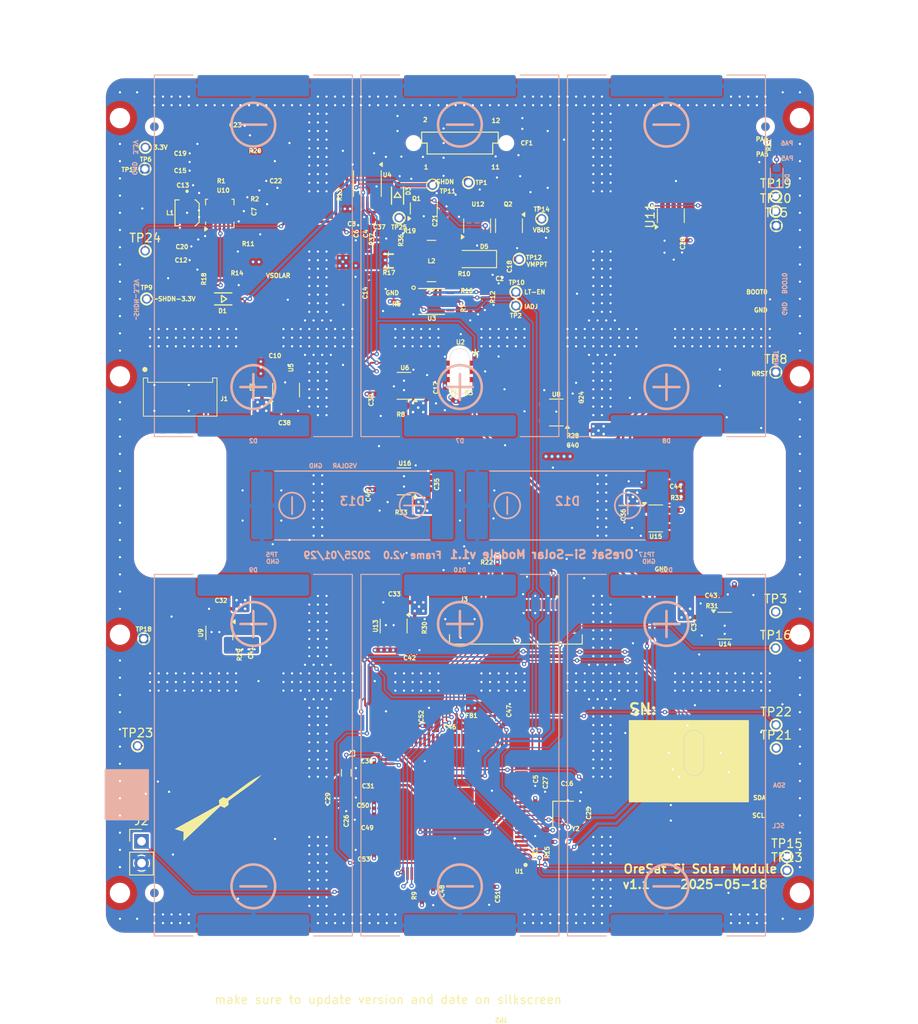
<source format=kicad_pcb>
(kicad_pcb (version 20241229) (generator "pcbnew") (generator_version "9.0")
  (title_block (title "OreSat Solar Module - Silicon Cells") (date "2025-09-16") (rev "1.1"))
  (layers (0 "F.Cu" signal) (4 "In1.Cu" signal) (6 "In2.Cu" signal) (2 "B.Cu" signal) (13 "F.Paste" user) (15 "B.Paste" user) (5 "F.SilkS" user "F.Silkscreen") (7 "B.SilkS" user "B.Silkscreen") (1 "F.Mask" user) (3 "B.Mask" user) (25 "Edge.Cuts" user))
  (property "ISSUE_DATE" "2025-05-18")
  (property "REVISION" "1.1")
  (net 0 "")
  (net 1 "Net-(C2-Pad1)")
  (net 2 "VSOLAR")
  (net 3 "Net-(U10-VAUX)")
  (net 4 "CANH")
  (net 5 "CANL")
  (net 6 "GND")
  (net 7 "Net-(U10-VIN)")
  (net 8 "/MPPT and Power/TPS-VOUT-3.3V")
  (net 9 "LT1618-ENABLE")
  (net 10 "/MPPT and Power/VMPPT")
  (net 11 "Net-(U10-FB)")
  (net 12 "VBUS")
  (net 13 "Net-(D2-A1)")
  (net 14 "LT1618-IADJ")
  (net 15 "Net-(CF1-AUX-Pad7)")
  (net 16 "/MPPT and Power/~{SHUTDOWN}")
  (net 17 "Net-(D4-A)")
  (net 18 "/MPPT and Power/~{SHDN-3.3V}")
  (net 19 "/MPPT and Power/~{SHDN-OUPUT}")
  (net 20 "/Microcontroller/SWCLK")
  (net 21 "/Microcontroller/SWDIO")
  (net 22 "Net-(U10-L1)")
  (net 23 "Net-(U10-L2)")
  (net 24 "Net-(Q2A-G)")
  (net 25 "Net-(Q2A-S)")
  (net 26 "Net-(D5-A)")
  (net 27 "SCL")
  (net 28 "SDA")
  (net 29 "Net-(U10-PS{slash}SYNC)")
  (net 30 "INA226-nALERT")
  (net 31 "Net-(D7-A1)")
  (net 32 "Net-(D8-A1)")
  (net 33 "Net-(D9-A1)")
  (net 34 "Net-(D10-A1)")
  (net 35 "Net-(D11-A1)")
  (net 36 "Net-(D12-A1)")
  (net 37 "Net-(D13-A1)")
  (net 46 "Net-(U4-Vin-)")
  (net 47 "Net-(U4-Vbus)")
  (net 48 "/Microcontroller/RESET")
  (net 49 "Net-(U3-FB)")
  (net 50 "Net-(U3-VC)")
  (net 51 "Net-(U3-ISN)")
  (net 52 "Net-(Q1-D)")
  (net 57 "Net-(U1C-P1_31)")
  (net 58 "Net-(U1C-P1_30)")
  (net 59 "VDD_CORE")
  (net 60 "+3.3V")
  (net 61 "/Microcontroller/VDD_SYS")
  (net 62 "/Microcontroller/VDD_ANA")
  (net 63 "Net-(J2-Pin_1)")
  (net 64 "ISP-UART_TXD")
  (net 68 "ISP-UART_RXD")
  (net 69 "/Microcontroller/SWO")
  (net 75 "Net-(J3-DEBUG-1)")
  (net 77 "Net-(U1A-DCDC_LX)")
  (net 78 "Net-(U1F-P4_23)")
  (net 79 "Net-(U1F-P4_20)")
  (net 80 "Net-(U11-SHDN)")
  (net 81 "Net-(U11-S)")
  (net 87 "Net-(U11-RXD)")
  (net 118 "Net-(U11-TXD)")
  (footprint "oresat-ics:DBV6-SLOT" (layer "F.Cu") (at 175.69 133.74)
    (property "Reference" "U7")
    (property "Value" "TMP101NA/3KSLOTTED")
    (fp_line (start -1.15 -1.5) (end -1.15 1.5) (stroke (width 0.05)) (layer "Edge.Cuts"))
    (fp_line (start 1.15 1.5) (end 1.15 -1.5) (stroke (width 0.05)) (layer "Edge.Cuts"))
    (fp_arc (start -1.15 -1.5) (mid 0 -2.65) (end 1.15 -1.5) (stroke (width 0.05)) (layer "Edge.Cuts"))
    (fp_arc (start 1.15 1.5) (mid 0 2.65) (end -1.15 1.5) (stroke (width 0.05)) (layer "Edge.Cuts"))
  )
  (footprint "oresat-passives:0603-C-NOSILK" (layer "F.Cu") (at 149.2 130.64 180)
    (property "Reference" "C46")
    (property "Value" "100n")
  )
  (footprint "oresat-passives:0603-C-NOSILK" (layer "F.Cu") (at 161.141013 138.347911)
    (property "Reference" "C16")
    (property "Value" "4.7p")
  )
  (footprint "oresat-misc:TestPoint-0.75mm-th" (layer "F.Cu") (at 155 80.2)
    (property "Reference" "TP10")
    (property "Value" "TEST-POINT-LARGE-SQUARE" (hide yes))
  )
  (footprint "Package_TO_SOT_SMD:SOT-23-6" (layer "F.Cu") (at 154.2 72.5036 -90)
    (property "Reference" "Q2")
    (property "Value" "DMP2240UDM-7")
  )
  (footprint "oresat-passives:0603-C-NOSILK" (layer "F.Cu") (at 124.3 120.24 90)
    (property "Reference" "C41")
    (property "Value" "4.7u")
  )
  (footprint "oresat-passives:0603-C-NOSILK" (layer "F.Cu") (at 149.3 79.2036 180)
    (property "Reference" "R16")
    (property "Value" "2k")
  )
  (footprint "oresat-passives:0603-C-NOSILK" (layer "F.Cu") (at 153.37 77.075 -90)
    (property "Reference" "C18")
    (property "Value" "4.7u")
  )
  (footprint "oresat-misc:TestPoint-0.75mm-th" (layer "F.Cu") (at 185.25 133.17)
    (property "Reference" "TP21")
    (property "Value" "Test-Point" (hide yes))
  )
  (footprint "oresat-passives:0603-C-NOSILK" (layer "F.Cu") (at 144.5 73.1)
    (property "Reference" "R19")
    (property "Value" "100k")
  )
  (footprint "oresat-passives:0603-C-NOSILK" (layer "F.Cu") (at 137.82 138.92 180)
    (property "Reference" "C50")
    (property "Value" "100n")
  )
  (footprint "oresat-passives:0805-C-NOSILK" (layer "F.Cu") (at 118.8011 64.1036 180)
    (property "Reference" "C19")
    (property "Value" "22u")
  )
  (footprint "oresat-passives:0603-C-NOSILK" (layer "F.Cu") (at 134.07 139.06 -90)
    (property "Reference" "C29")
    (property "Value" "6.8u")
  )
  (footprint "oresat-passives:0603-C-NOSILK" (layer "F.Cu") (at 151.9 149.99 -90)
    (property "Reference" "C51")
    (property "Value" "100n")
  )
  (footprint "oresat-passives:0603-C-NOSILK" (layer "F.Cu") (at 118.9511 67.8036 180)
    (property "Reference" "C13")
    (property "Value" "10u")
  )
  (footprint "oresat-passives:0603-C-NOSILK" (layer "F.Cu") (at 151.4 80.9 90)
    (property "Reference" "R12")
    (property "Value" "14.7k")
  )
  (footprint "oresat-passives:744042100" (layer "F.Cu") (at 145.2 76.6)
    (property "Reference" "L2")
    (property "Value" "10u")
  )
  (footprint "oresat-misc:TestPoint-0.75mm-th" (layer "F.Cu") (at 155.4 76.4)
    (property "Reference" "TP12")
    (property "Value" "TEST-POINT-LARGE-SQUARE" (hide yes))
  )
  (footprint "oresat-passives:0603-C-NOSILK" (layer "F.Cu") (at 179.69 115.365696 180)
    (property "Reference" "C43")
    (property "Value" "4.7u")
  )
  (footprint "oresat-passives:0805-C-NOSILK" (layer "F.Cu") (at 118.8011 66.1036 180)
    (property "Reference" "C15")
    (property "Value" "22u")
  )
  (footprint "oresat-misc:TestPoint-0.75mm-th" (layer "F.Cu") (at 185.19 70.84)
    (property "Reference" "TP20")
    (property "Value" "Test-Point" (hide yes))
  )
  (footprint "oresat-ics:DBV6-SLOT" (layer "F.Cu") (at 148.48 89.42)
    (property "Reference" "U2")
    (property "Value" "TMP101NA/3KSLOTTED")
    (fp_line (start -1.15 -1.5) (end -1.15 1.5) (stroke (width 0.05)) (layer "Edge.Cuts"))
    (fp_line (start 1.15 1.5) (end 1.15 -1.5) (stroke (width 0.05)) (layer "Edge.Cuts"))
    (fp_arc (start -1.15 -1.5) (mid 0 -2.65) (end 1.15 -1.5) (stroke (width 0.05)) (layer "Edge.Cuts"))
    (fp_arc (start 1.15 1.5) (mid 0 2.65) (end -1.15 1.5) (stroke (width 0.05)) (layer "Edge.Cuts"))
  )
  (footprint "oresat-passives:0603-C-NOSILK" (layer "F.Cu") (at 168.5 106.25 -90)
    (property "Reference" "C36")
    (property "Value" "1u")
  )
  (footprint "oresat-passives:0603-C-NOSILK" (layer "F.Cu") (at 123.49364 70.744654 -90)
    (property "Reference" "C7")
    (property "Value" "100n")
  )
  (footprint "oresat-passives:0805-C-NOSILK" (layer "F.Cu") (at 122.4511 76.7036)
    (property "Reference" "R14")
    (property "Value" "0")
  )
  (footprint "oresat-ics:MCXN947KVLT-QFP50P1600X1600X160-101N" (layer "F.Cu") (at 147.9 140 180)
    (property "Reference" "U1")
    (property "Value" "MCXN947VKLT" (hide yes))
  )
  (footprint "oresat-pcbs:ORESAT-SOLAR-BOARD-V4" (layer "F.Cu") (at 107.0011 155.0036)
    (property "Reference" "PCB1" (hide yes))
    (property "Value" "ORESAT-SOLAR-BOARD-V1.0-SILICON-CELLS")
    (fp_line (start 0 -2.5) (end 0 -97.5) (stroke (width 0.001)) (layer "Edge.Cuts"))
    (fp_line (start 2.5 -100) (end 80.5 -100) (stroke (width 0.001)) (layer "Edge.Cuts"))
    (fp_line (start 4 -56) (end 4 -44) (stroke (width 0.001)) (layer "Edge.Cuts"))
    (fp_line (start 6 -42) (end 12 -42) (stroke (width 0.001)) (layer "Edge.Cuts"))
    (fp_line (start 12 -58) (end 6 -58) (stroke (width 0.001)) (layer "Edge.Cuts"))
    (fp_line (start 14 -44) (end 14 -56) (stroke (width 0.001)) (layer "Edge.Cuts"))
    (fp_line (start 69 -44) (end 69 -56) (stroke (width 0.001)) (layer "Edge.Cuts"))
    (fp_line (start 71 -58) (end 77 -58) (stroke (width 0.001)) (layer "Edge.Cuts"))
    (fp_line (start 77 -42) (end 71 -42) (stroke (width 0.001)) (layer "Edge.Cuts"))
    (fp_line (start 79 -56) (end 79 -44) (stroke (width 0.001)) (layer "Edge.Cuts"))
    (fp_line (start 80.5 0) (end 2.5 0) (stroke (width 0.001)) (layer "Edge.Cuts"))
    (fp_line (start 83 -97.5) (end 83 -2.5) (stroke (width 0.001)) (layer "Edge.Cuts"))
    (fp_arc (start 0 -97.5) (mid 0.732233 -99.267767) (end 2.5 -100) (stroke (width 0.001)) (layer "Edge.Cuts"))
    (fp_arc (start 2.5 0) (mid 0.732233 -0.732233) (end 0 -2.5) (stroke (width 0.001)) (layer "Edge.Cuts"))
    (fp_arc (start 4 -56) (mid 4.585786 -57.414214) (end 6 -58) (stroke (width 0.001)) (layer "Edge.Cuts"))
    (fp_arc (start 6 -42) (mid 4.585786 -42.585786) (end 4 -44) (stroke (width 0.001)) (layer "Edge.Cuts"))
    (fp_arc (start 12 -58) (mid 13.414214 -57.414214) (end 14 -56) (stroke (width 0.001)) (layer "Edge.Cuts"))
    (fp_arc (start 14 -44) (mid 13.414214 -42.585786) (end 12 -42) (stroke (width 0.001)) (layer "Edge.Cuts"))
    (fp_arc (start 69 -56) (mid 69.585786 -57.414214) (end 71 -58) (stroke (width 0.001)) (layer "Edge.Cuts"))
    (fp_arc (start 71 -42) (mid 69.585786 -42.585786) (end 69 -44) (stroke (width 0.001)) (layer "Edge.Cuts"))
    (fp_arc (start 77 -58) (mid 78.414214 -57.414214) (end 79 -56) (stroke (width 0.001)) (layer "Edge.Cuts"))
    (fp_arc (start 79 -44) (mid 78.414214 -42.585786) (end 77 -42) (stroke (width 0.001)) (layer "Edge.Cuts"))
    (fp_arc (start 80.5 -100) (mid 82.267767 -99.267767) (end 83 -97.5) (stroke (width 0.001)) (layer "Edge.Cuts"))
    (fp_arc (start 83 -2.5) (mid 82.267767 -0.732233) (end 80.5 0) (stroke (width 0.001)) (layer "Edge.Cuts"))
  )
  (footprint "oresat-passives:0805-B-NOSILK" (layer "F.Cu") (at 151.65 129.44 -90)
    (property "Reference" "FB1")
    (property "Value" "120 ohm")
  )
  (footprint "oresat-passives:0603-C-NOSILK" (layer "F.Cu") (at 144.81 102.45 90)
    (property "Reference" "C35")
    (property "Value" "1u")
  )
  (footprint "Package_TO_SOT_SMD:TSOT-23-5" (layer "F.Cu") (at 128.3 91.6 90)
    (property "Reference" "U5")
    (property "Value" "LTC4411")
  )
  (footprint "oresat-passives:0603-C-NOSILK" (layer "F.Cu") (at 158.4 139.69 90)
    (property "Reference" "C27")
    (property "Value" "4.7u")
  )
  (footprint "Package_SO:VSSOP-10_3x3mm_P0.5mm" (layer "F.Cu") (at 137.75 67.6 -90)
    (property "Reference" "U4")
    (property "Value" "INA226")
  )
  (footprint "oresat-passives:0603-C-NOSILK" (layer "F.Cu") (at 118.8011 74.9036 180)
    (property "Reference" "C20")
    (property "Value" "10u")
  )
  (footprint "oresat-passives:0603-C-NOSILK" (layer "F.Cu") (at 173.34 74.92 -90)
    (property "Reference" "C28")
    (property "Value" "100n")
  )
  (footprint "oresat-passives:0603-C-NOSILK" (layer "F.Cu") (at 139.03 71.8)
    (property "Reference" "C37")
    (property "Value" "100n")
  )
  (footprint "oresat-passives:0603-C-NOSILK" (layer "F.Cu") (at 137.82 135.51 180)
    (property "Reference" "C30")
    (property "Value" "4.7u")
  )
  (footprint "Fiducial:Fiducial_1mm_Mask2mm" (layer "F.Cu") (at 113 150)
    (property "Reference" "FID3" (hide yes))
    (property "Value" "Fiducial")
  )
  (footprint "Package_SON:Texas_S-PWSON-N10" (layer "F.Cu") (at 120.6011 71.0736 90)
    (property "Reference" "U10")
    (property "Value" "TPS63060DSCR")
  )
  (footprint "oresat-passives:0603-C-NOSILK" (layer "F.Cu") (at 119.8011 78.7036 90)
    (property "Reference" "R18")
    (property "Value" "100k")
  )
  (footprint "oresat-passives:0603-C-NOSILK" (layer "F.Cu") (at 153.34 128.77 90)
    (property "Reference" "C47")
    (property "Value" "1u")
  )
  (footprint "oresat-misc:TestPoint-0.75mm-th" (layer "F.Cu") (at 111.04 132.92)
    (property "Reference" "TP23")
    (property "Value" "Test-Point" (hide yes))
  )
  (footprint "oresat-passives:0603-C-NOSILK" (layer "F.Cu") (at 159.7 96.8 180)
    (property "Reference" "R28")
    (property "Value" "0")
  )
  (footprint "oresat-misc:TestPoint-0.75mm-th" (layer "F.Cu") (at 185.2 69.1)
    (property "Reference" "TP19")
    (property "Value" "Test-Point" (hide yes))
  )
  (footprint "oresat-passives:0603-C-NOSILK" (layer "F.Cu") (at 144.09 149.99 -90)
    (property "Reference" "R9")
    (property "Value" "10k")
  )
  (footprint "oresat-passives:0603-C-NOSILK" (layer "F.Cu") (at 141.56 93.42 180)
    (property "Reference" "R8")
    (property "Value" "0")
  )
  (footprint "oresat-passives:0603-C-NOSILK" (layer "F.Cu") (at 125.5 91.3 90)
    (property "Reference" "R5")
    (property "Value" "0")
  )
  (footprint "oresat-connectors:J-Harwin-M55-60X1242R" (layer "F.Cu") (at 148.5011 62.9036)
    (property "Reference" "CF1")
    (property "Value" "M55-6021242R" (hide yes))
  )
  (footprint "oresat-passives:0603-C-NOSILK" (layer "F.Cu") (at 178.11 135.99)
    (property "Reference" "R4")
    (property "Value" "10k")
  )
  (footprint "oresat-passives:0603-C-NOSILK" (layer "F.Cu") (at 123.8964 73.5011 180)
    (property "Reference" "R11")
    (property "Value" "10k")
  )
  (footprint "oresat-graphics:PSAS_LOGO_10X10" (layer "F.Cu") (at 120.7 139.8)
    (property "Reference" "LOGO1" (hide yes))
    (property "Value" "" (hide yes))
  )
  (footprint "oresat-passives:0603-C-NOSILK" (layer "F.Cu") (at 149.7 82.1 -90)
    (property "Reference" "R7")
    (property "Value" "100k")
  )
  (footprint "oresat-misc:TestPoint-0.75mm-th" (layer "F.Cu") (at 185.2 89.51)
    (property "Reference" "TP8")
    (property "Value" "TEST-POINT-LARGE-SQUARE" (hide yes))
  )
  (footprint "oresat-passives:0603-C-NOSILK" (layer "F.Cu") (at 140.8 74.2 90)
    (property "Reference" "R36")
    (property "Value" "10")
  )
  (footprint "oresat-passives:0603-C-NOSILK" (layer "F.Cu") (at 123.8 68.4 180)
    (property "Reference" "R2")
    (property "Value" "100k")
  )
  (footprint "oresat-passives:0603-C-NOSILK" (layer "F.Cu") (at 150.8 78.1 180)
    (property "Reference" "R10")
    (property "Value" "82.5k")
  )
  (footprint "oresat-passives:0603-C-NOSILK" (layer "F.Cu") (at 122.4 67.3 180)
    (property "Reference" "R1")
    (property "Value" "560k")
  )
  (footprint "oresat-passives:0603-C-NOSILK" (layer "F.Cu") (at 137.5 75.6 90)
    (property "Reference" "C4")
    (property "Value" "10u")
  )
  (footprint "oresat-passives:0603-C-NOSILK" (layer "F.Cu") (at 171.69 102.6 180)
    (property "Reference" "C44")
    (property "Value" "4.7u")
  )
  (footprint "Package_TO_SOT_SMD:TSOT-23-5" (layer "F.Cu") (at 159.7 94.2 180)
    (property "Reference" "U8")
    (property "Value" "LTC4411")
  )
  (footprint "oresat-passives:0603-C-NOSILK" (layer "F.Cu") (at 135.95 71.49)
    (property "Reference" "C8")
    (property "Value" "100n")
  )
  (footprint "oresat-passives:0603-C-NOSILK" (layer "F.Cu") (at 127 88.7)
    (property "Reference" "C10")
    (property "Value" "4.7u")
  )
  (footprint "oresat-passives:0603-C-NOSILK" (layer "F.Cu") (at 146.62 71.89 90)
    (property "Reference" "C21")
    (property "Value" "100n")
  )
  (footprint "Package_TO_SOT_SMD:TSOT-23-5" (layer "F.Cu") (at 142 91.1 180)
    (property "Reference" "U6")
    (property "Value" "LTC4411")
  )
  (footprint "oresat-passives:0603-C-NOSILK" (layer "F.Cu") (at 159.7 98.1)
    (property "Reference" "C40")
    (property "Value" "4.7u")
  )
  (footprint "oresat-passives:0603-C-NOSILK" (layer "F.Cu") (at 135.38 69.1 -90)
    (property "Reference" "R13")
    (property "Value" "10k")
  )
  (footprint "oresat-misc:TestPoint-0.75mm-th" (layer "F.Cu") (at 185.18 121.56)
    (property "Reference" "TP16")
    (property "Value" "Test-Point" (hide yes))
  )
  (footprint "oresat-misc:TestPoint-0.75mm-th" (layer "F.Cu") (at 158 71.7)
    (property "Reference" "TP14")
    (property "Value" "TEST-POINT-LARGE-SQUARE" (hide yes))
  )
  (footprint "Connector_PinHeader_2.54mm:PinHeader_1x02_P2.54mm_Vertical" (layer "F.Cu") (at 111.51 144)
    (property "Reference" "J2")
    (property "Value" "Conn_01x02")
  )
  (footprint "oresat-misc:TestPoint-0.75mm-th" (layer "F.Cu") (at 111.9511 63.4036 180)
    (property "Reference" "TP6")
    (property "Value" "TEST-POINT-LARGE-SQUARE" (hide yes))
  )
  (footprint "Fiducial:Fiducial_1mm_Mask2mm" (layer "F.Cu") (at 184 61)
    (property "Reference" "FID2" (hide yes))
    (property "Value" "Fiducial")
  )
  (footprint "oresat-misc:TestPoint-0.75mm-th" (layer "F.Cu") (at 141.43 71.58 -90)
    (property "Reference" "TP25")
    (property "Value" "TEST-POINT-LARGE-SQUARE" (hide yes))
  )
  (footprint "Fiducial:Fiducial_1mm_Mask2mm" (layer "F.Cu") (at 113 61)
    (property "Reference" "FID1" (hide yes))
    (property "Value" "Fiducial")
  )
  (footprint "oresat-passives:0603-C-NOSILK" (layer "F.Cu") (at 173.27 135.66 180)
    (property "Reference" "C1")
    (property "Value" "100n")
  )
  (footprint "oresat-passives:0603-C-NOSILK" (layer "F.Cu") (at 143.3 119 -90)
    (property "Reference" "R30")
    (property "Value" "0")
  )
  (footprint "oresat-passives:0603-C-NOSILK" (layer "F.Cu") (at 139.17 103.84 -90)
    (property "Reference" "C45")
    (property "Value" "4.7u")
  )
  (footprint "oresat-misc:TestPoint-0.75mm-th" (layer "F.Cu") (at 145.33 67.79)
    (property "Reference" "TP11")
    (property "Value" "TEST-POINT-LARGE-SQUARE" (hide yes))
  )
  (footprint "oresat-misc:TestPoint-0.75mm-th" (layer "F.Cu") (at 112.1011 81.0036)
    (property "Reference" "TP9")
    (property "Value" "TEST-POINT-LARGE-SQUARE" (hide yes))
  )
  (footprint "Package_TO_SOT_SMD:TSOT-23-6" (layer "F.Cu") (at 150.5011 72.5036 90)
    (property "Reference" "U12")
    (property "Value" "LTC4412")
  )
  (footprint "oresat-misc:TestPoint-0.75mm-th" (layer "F.Cu") (at 155 81.8)
    (property "Reference" "TP2")
    (property "Value" "TEST-POINT-LARGE-SQUARE" (hide yes))
  )
  (footprint "oresat-passives:0603-C-NOSILK" (layer "F.Cu") (at 122.95 120.24 -90)
    (property "Reference" "R29")
    (property "Value" "0")
  )
  (footprint "oresat-passives:0603-C-NOSILK" (layer "F.Cu") (at 158.41 143.38 -90)
    (property "Reference" "R15")
    (property "Value" "10k")
  )
  (footprint "oresat-passives:0603-C-NOSILK" (layer "F.Cu") (at 136.4 75.6 90)
    (property "Reference" "C6")
    (property "Value" "100n")
  )
  (footprint "oresat-ics:MSOP-10_MS" (layer "F.Cu") (at 145.217901 81.3)
    (property "Reference" "U3")
    (property "Value" "LT1618EMSTRPBF")
  )
  (footprint "Package_TO_SOT_SMD:TSOT-23-5" (layer "F.Cu") (at 140.8 119 -90)
    (property "Reference" "U13")
    (property "Value" "LTC4411")
  )
  (footprint "oresat-passives:0603-C-NOSILK" (layer "F.Cu") (at 137.82 141.5 180)
    (property "Reference" "C49")
    (property "Value" "100n")
  )
  (footprint "oresat-passives:0603-C-NOSILK" (layer "F.Cu") (at 171.69 104)
    (property "Reference" "R32")
    (property "Value" "0")
  )
  (footprint "oresat-passives:0603-C-NOSILK" (layer "F.Cu") (at 157.25 138.95 90)
    (property "Reference" "C5")
    (property "Value" "100n")
  )
  (footprint "Diode_SMD:D_SOD-123" (layer "F.Cu") (at 150.4 76.375 180)
    (property "Reference" "D5")
    (property "Value" "NRVB130LSFT1G")
  )
  (footprint "Package_TO_SOT_SMD:TSOT-23-5" (layer "F.Cu") (at 120.55 119.8 -90)
    (property "Reference" "U9")
    (property "Value" "LTC4411")
  )
  (footprint "oresat-passives:0603-C-NOSILK" (layer "F.Cu") (at 144.9 129.89 90)
    (property "Reference" "C52")
    (property "Value" "100n")
  )
  (footprint "oresat-passives:0603-C-NOSILK" (layer "F.Cu") (at 120.8 117 180)
    (property "Reference" "C32")
    (property "Value" "1u")
  )
  (footprint "oresat-connectors:J-TE-2-1734592-0" (layer "F.Cu") (at 155 118.2 180)
    (property "Reference" "J3")
    (property "Value" "OreSat Debug")
  )
  (footprint "oresat-passives:IND_1226AS-H-1R0N=P2" (layer "F.Cu") (at 116.8011 71.0036 -90)
    (property "Reference" "L1")
    (property "Value" "1u")
  )
  (footprint "oresat-passives:0603-C-NOSILK" (layer "F.Cu") (at 139.3 92.75 -90)
    (property "Reference" "C39")
    (property "Value" "4.7u")
  )
  (footprint "oresat-misc:TestPoint-0.75mm-th" (layer "F.Cu") (at 111.9 65.9)
    (property "Reference" "TP17")
    (property "Value" "TEST-POINT-LARGE-SQUARE" (hide yes))
  )
  (footprint "oresat-passives:0603-C-NOSILK" (layer "F.Cu") (at 137.82 136.69 180)
    (property "Reference" "C31")
    (property "Value" "2.2u")
  )
  (footprint "oresat-passives:0603-C-NOSILK" (layer "F.Cu") (at 149.51 92.93 180)
    (property "Reference" "R3")
    (property "Value" "10k")
  )
  (footprint "oresat-passives:0603-C-NOSILK" (layer "F.Cu") (at 142.451374 121.8)
    (property "Reference" "C42")
    (property "Value" "4.7u")
  )
  (footprint "oresat-passives:0603-C-NOSILK" (layer "F.Cu") (at 162.46 140.76 90)
    (property "Reference" "C25")
    (property "Value" "4.7p")
  )
  (footprint "oresat-misc:TestPoint-0.75mm-th" (layer "F.Cu") (at 111.76 120.47)
    (property "Reference" "TP18")
    (property "Value" "TEST-POINT-LARGE-SQUARE" (hide yes))
  )
  (footprint "oresat-passives:0603-C-NOSILK" (layer "F.Cu") (at 128.057749 94.297013)
    (property "Reference" "C38")
    (property "Value" "1u")
  )
  (footprint "oresat-misc:TestPoint-0.75mm-th" (layer "F.Cu") (at 186.5 147.39)
    (property "Reference" "TP13")
    (property "Value" "Test-Point" (hide yes))
  )
  (footprint "oresat-passives:0805-C-NOSILK" (layer "F.Cu") (at 118.8011 76.5036 180)
    (property "Reference" "C12")
    (property "Value" "10u")
  )
  (footprint "oresat-passives:0603-C-NOSILK" (layer "F.Cu") (at 185.3 63.21 -90)
    (property "Reference" "R21")
    (property "Value" "2.7k")
  )
  (footprint "oresat-passives:0603-C-NOSILK" (layer "F.Cu") (at 139.08 74.17 -90)
    (property "Reference" "R37")
    (property "Value" "10")
  )
  (footprint "oresat-passives:0603-C-NOSILK" (layer "F.Cu") (at 141.57 104.6 180)
    (property "Reference" "R33")
    (property "Value" "0")
  )
  (footprint "oresat-passives:0603-C-NOSILK" (layer "F.Cu") (at 151.5 79.2036)
    (property "Reference" "C2")
    (property "Value" "10n")
  )
  (footprint "Crystal:Crystal_SMD_2016-4Pin_2.0x1.6mm" (layer "F.Cu") (at 160.5 140.76 -90)
    (property "Reference" "Y2")
    (property "Value" "24 MHz")
  )
  (footprint "oresat-passives:0603-C-NOSILK" (layer "F.Cu") (at 124.6 67.3)
    (property "Reference" "C22")
    (property "Value" "10p")
  )
  (footprint "oresat-passives:0805-C-NOSILK" (layer "F.Cu") (at 152.06 112.74)
    (property "Reference" "R22")
    (property "Value" "0")
  )
  (footprint "oresat-passives:1206-C" (layer "F.Cu") (at 140.2 76.6)
    (property "Reference" "R17")
    (property "Value" "100m")
  )
  (footprint "oresat-passives:0603-C-NOSILK" (layer "F.Cu") (at 176.6 118.7 -90)
    (property "Reference" "C34")
    (property "Value" "1u")
  )
  (footprint "oresat-diodes:D-SOD323-R" (layer "F.Cu") (at 141.253387 69.0036 -90)
    (property "Reference" "D3")
    (property "Value" "1N4151WS" (hide yes))
  )
  (footprint "oresat-passives:0603-C-NOSILK" (layer "F.Cu") (at 145.4 149.99 -90)
    (property "Reference" "C48")
    (property "Value" "100n")
  )
  (footprint "oresat-misc:TestPoint-0.75mm-th" (layer "F.Cu") (at 185.23 130.48)
    (property "Reference" "TP22")
    (property "Value" "Test-Point" (hide yes))
  )
  (footprint "oresat-misc:TestPoint-0.75mm-th" (layer "F.Cu") (at 149.5 67.5 90)
    (property "Reference" "TP1")
    (property "Value" "TEST-POINT-LARGE-SQUARE" (hide yes))
  )
  (footprint "oresat-passives:0603-C-NOSILK" (layer "F.Cu") (at 137.82 145 180)
    (property "Reference" "C53")
    (property "Value" "100n")
  )
  (footprint "Package_TO_SOT_SMD:TSOT-23-5" (layer "F.Cu") (at 179.2625 118.9625)
    (property "Reference" "U14")
    (property "Value" "LTC4411")
  )
  (footprint "oresat-passives:0603-C-NOSILK" (layer "F.Cu") (at 157.25 143.38 -90)
    (property "Reference" "C11")
    (property "Value" "100n")
  )
  (footprint "oresat-diodes:D-SOD323-R" (layer "F.Cu") (at 121.0011 81.0036 180)
    (property "Reference" "D1")
    (property "Value" "1N4151WS" (hide yes))
  )
  (footprint "oresat-misc:TestPoint-0.75mm-th" (layer "F.Cu") (at 185.19 117.35)
    (property "Reference" "TP3")
    (property "Value" "TEST-POINT-LARGE-SQUARE" (hide yes))
  )
  (footprint "oresat-passives:0603-C-NOSILK" (layer "F.Cu") (at 146.75 92.42 -90)
    (property "Reference" "C3")
    (property "Value" "100n")
  )
  (footprint "oresat-passives:0603-C-NOSILK" (layer "F.Cu") (at 162.607334 94.459868 90)
    (property "Reference" "C24")
    (property "Value" "1u")
  )
  (footprint "oresat-passives:0805-C-NOSILK" (layer "F.Cu") (at 122.4 62)
    (property "Reference" "C23")
    (property "Value" "22u")
  )
  (footprint "oresat-passives:0603-C-NOSILK" (layer "F.Cu") (at 141 116.3 180)
    (property "Reference" "C33")
    (property "Value" "1u")
  )
  (footprint "oresat-passives:0603-C-NOSILK" (layer "F.Cu") (at 141.2 82.56 180)
    (property "Reference" "R6")
    (property "Value" "100k")
  )
  (footprint "Package_TO_SOT_SMD:SOT-23-8" (layer "F.Cu") (at 173.005 71.3425 90)
    (property "Reference" "U11")
    (property "Value" "TCAN330")
  )
  (footprint "oresat-misc:TestPoint-0.75mm-th" (layer "F.Cu") (at 185.26 72.49)
    (property "Reference" "TP5")
    (property "Value" "TEST-POINT-LARGE-SQUARE" (hide yes))
  )
  (footprint "oresat-passives:0603-C-NOSILK" (layer "F.Cu") (at 137.5 77.8 -90)
    (property "Reference" "C14")
    (property "Value" "4.7u")
  )
  (footprint "oresat-passives:0805-C-NOSILK" (layer "F.Cu") (at 122.4 63.7 180)
    (property "Reference" "R20")
    (property "Value" "0")
  )
  (footprint "oresat-passives:0603-C-NOSILK" (layer "F.Cu") (at 144.7 91.35 90)
    (property "Reference" "C17")
    (property "Value" "1u")
  )
  (footprint "Package_TO_SOT_SMD:TSOT-23-5" (layer "F.Cu") (at 171.25 106.5)
    (property "Reference" "U15")
    (property "Value" "LTC4411")
  )
  (footprint "Package_TO_SOT_SMD:TSOT-23-5" (layer "F.Cu") (at 142 102.2 180)
    (property "Reference" "U16")
    (property "Value" "LTC4411")
  )
  (footprint "oresat-misc:TestPoint-0.75mm-th" (layer "F.Cu") (at 111.93 75.42)
    (property "Reference" "TP24")
    (property "Value" "TEST-POINT-LARGE-SQUARE" (hide yes))
  )
  (footprint "oresat-misc:TestPoint-0.75mm-th" (layer "F.Cu") (at 186.49 145.77)
    (property "Reference" "TP15")
    (property "Value" "Test-Point" (hide yes))
  )
  (footprint "oresat-passives:0603-C-NOSILK" (layer "F.Cu") (at 135.29 139.062 -90)
    (property "Reference" "C26")
    (property "Value" "100n")
  )
  (footprint "Package_TO_SOT_SMD:SOT-23" (layer "F.Cu") (at 144.3 70.5 90)
    (property "Reference" "Q1")
    (property "Value" "NTR4101P")
  )
  (footprint "Inductor_SMD:L_0805_2012Metric" (layer "F.Cu") (at 135.3 136.052 90)
    (property "Reference" "L3")
    (property "Value" "1.5u")
  )
  (footprint "oresat-passives:0603-C-NOSILK" (layer "F.Cu") (at 179.693892 116.578196)
    (property "Reference" "R31")
    (property "Value" "0")
  )
  (footprint "oresat-connectors:SAMTEC-MMS-104-02-X-SH" (layer "F.Cu") (at 116.0011 92.4036)
    (property "Reference" "J1")
    (property "Value" "MMS-104-01-[F/L]-SH" (hide yes))
  )
  (footprint "oresat-misc:KXOB2502X8TF" (layer "B.Cu") (at 136 105 180)
    (property "Reference" "D13")
    (property "Value" "KXOB2502X8TF")
  )
  (footprint "LED_SMD:LED_0603_1608Metric" (layer "B.Cu") (at 185.3 66.61 90)
    (property "Reference" "D4")
    (property "Value" "GRN")
  )
  (footprint "Fiducial:Fiducial_1mm_Mask2mm" (layer "B.Cu") (at 184 61)
    (property "Reference" "FID5" (hide yes))
    (property "Value" "Fiducial")
  )
  (footprint "oresat-misc:KXOB101K08TF" (layer "B.Cu") (at 124.5 76 90)
    (property "Reference" "D2")
    (property "Value" "KXOB101K08TF" (hide yes))
  )
  (footprint "Fiducial:Fiducial_1mm_Mask2mm" (layer "B.Cu") (at 113 61)
    (property "Reference" "FID4" (hide yes))
    (property "Value" "Fiducial")
  )
  (footprint "oresat-misc:KXOB101K08TF" (layer "B.Cu") (at 124.5 134 -90)
    (property "Reference" "D9")
    (property "Value" "KXOB101K08TF" (hide yes))
  )
  (footprint "oresat-misc:KXOB101K08TF" (layer "B.Cu") (at 148.5 76 90)
    (property "Reference" "D7")
    (property "Value" "KXOB101K08TF" (hide yes))
  )
  (footprint "oresat-misc:KXOB101K08TF" (layer "B.Cu") (at 172.5 76 90)
    (property "Reference" "D8")
    (property "Value" "KXOB101K08TF" (hide yes))
  )
  (footprint "oresat-misc:KXOB2502X8TF" (layer "B.Cu") (at 161 105 180)
    (property "Reference" "D12")
    (property "Value" "KXOB2502X8TF")
  )
  (footprint "Fiducial:Fiducial_1mm_Mask2mm" (layer "B.Cu") (at 113 150)
    (property "Reference" "FID6" (hide yes))
    (property "Value" "Fiducial")
  )
  (footprint "oresat-misc:KXOB101K08TF" (layer "B.Cu") (at 172.5 134 -90)
    (property "Reference" "D11")
    (property "Value" "KXOB101K08TF" (hide yes))
  )
  (footprint "oresat-misc:KXOB101K08TF" (layer "B.Cu") (at 148.5 134 -90)
    (property "Reference" "D10")
    (property "Value" "KXOB101K08TF" (hide yes))
  )
  (gr_rect (start 119.008867 69.220695) (end 119.657408 69.928099) (stroke (width 0.2)) (fill yes) (layer "F.Cu") (net 23))
  (gr_rect (start 119 72.211575) (end 119.648541 72.98105) (stroke (width 0.2)) (fill yes) (layer "F.Cu") (net 22))
  (gr_rect (start 168.2 130) (end 182 139.4) (stroke (width 0.15)) (fill yes) (layer "F.SilkS"))
  (gr_rect (start 107.3 135.7) (end 112.3 141.5) (stroke (width 0.15)) (fill yes) (layer "B.SilkS"))
  (gr_text "${ISSUE_DATE}" (at 174 149.6 0) (layer "F.SilkS") (effects (font (size 1 1) (thickness 0.2) (bold yes)) (justify left bottom)))
  (gr_text "SN:" (at 168 129.4 0) (layer "F.SilkS") (effects (font (size 1.27 1.27) (thickness 0.254) (bold yes)) (justify left bottom)))
  (gr_text "GND" (at 171.9 112.4 0) (layer "F.SilkS") (effects (font (size 0.5 0.5) (thickness 0.125))))
  (gr_text "make sure to update version and date on silkscreen" (at 119.92 162.98 0) (layer "F.SilkS") (effects (font (size 1 1) (thickness 0.127)) (justify left bottom)))
  (gr_text "BOOT0" (at 181.7 80.5 0) (layer "F.SilkS") (effects (font (size 0.508 0.508) (thickness 0.127)) (justify left bottom)))
  (gr_text "PA6" (at 182.8 62.75 0) (layer "F.SilkS") (effects (font (size 0.508 0.508) (thickness 0.127)) (justify left bottom)))
  (gr_text "IADJ" (at 155.9 82.2 0) (layer "F.SilkS") (effects (font (size 0.508 0.508) (thickness 0.127)) (justify left bottom)))
  (gr_text "NRST" (at 182.3 90 0) (layer "F.SilkS") (effects (font (size 0.508 0.508) (thickness 0.127)) (justify left bottom)))
  (gr_text "VSOLAR" (at 125.9 78.6 0) (layer "F.SilkS") (effects (font (size 0.508 0.508) (thickness 0.127)) (justify left bottom)))
  (gr_text "~SHDN-3.3V" (at 113 81.3 0) (layer "F.SilkS") (effects (font (size 0.508 0.508) (thickness 0.127)) (justify left bottom)))
  (gr_text "3.3V" (at 112.8 63.7 0) (layer "F.SilkS") (effects (font (size 0.508 0.508) (thickness 0.127)) (justify left bottom)))
  (gr_text "GND" (at 139.8 80.6 0) (layer "F.SilkS") (effects (font (size 0.5 0.5) (thickness 0.125) (bold yes)) (justify left bottom)))
  (gr_text "SCL" (at 182.4011 141.3036 0) (layer "F.SilkS") (effects (font (size 0.508 0.508) (thickness 0.127)) (justify left bottom)))
  (gr_text "VMPPT" (at 156.15 77.3 0) (layer "F.SilkS") (effects (font (size 0.508 0.508) (thickness 0.127)) (justify left bottom)))
  (gr_text "GND" (at 182.6 82.6 0) (layer "F.SilkS") (effects (font (size 0.508 0.508) (thickness 0.127)) (justify left bottom)))
  (gr_text "VBUS" (at 156.9 73.3 0) (layer "F.SilkS") (effects (font (size 0.508 0.508) (thickness 0.127)) (justify left bottom)))
  (gr_text "PA5" (at 182.825 64.5 0) (layer "F.SilkS") (effects (font (size 0.508 0.508) (thickness 0.127)) (justify left bottom)))
  (gr_text "LT-EN" (at 155.9 80.5 0) (layer "F.SilkS") (effects (font (size 0.508 0.508) (thickness 0.127)) (justify left bottom)))
  (gr_text "TP2" (at 153.28 164.743 180) (layer "F.SilkS") (effects (font (size 0.5 0.5))))
  (gr_text "~SHDN" (at 145.3 67.7 0) (layer "F.SilkS") (effects (font (size 0.508 0.508) (thickness 0.127)) (justify left bottom)))
  (gr_text "SDA" (at 182.5 139.25 0) (layer "F.SilkS") (effects (font (size 0.508 0.508) (thickness 0.127)) (justify left bottom)))
  (gr_text "OreSat Si Solar Module" (at 167.4 147.8 0) (layer "F.SilkS") (effects (font (size 1 1) (thickness 0.2) (bold yes)) (justify left bottom)))
  (gr_text "v${REVISION}" (at 167.3 149.6 0) (layer "F.SilkS") (effects (font (size 1 1) (thickness 0.2) (bold yes)) (justify left bottom)))
  (gr_text "~SHDN-3.3V" (at 110.6 83.5 -90) (layer "B.SilkS") (effects (font (size 0.508 0.508) (thickness 0.127)) (justify left bottom mirror)))
  (gr_text "GND" (at 127.6 111.8 0) (layer "B.SilkS") (effects (font (size 0.5 0.5) (thickness 0.125) (bold yes)) (justify left bottom mirror)))
  (gr_text "3.3V" (at 110.5 64.3 -90) (layer "B.SilkS") (effects (font (size 0.508 0.508) (thickness 0.127)) (justify left bottom mirror)))
  (gr_text "PA5" (at 187.325 64.975 0) (layer "B.SilkS") (effects (font (size 0.508 0.508) (thickness 0.127)) (justify left bottom mirror)))
  (gr_text "GND" (at 110.4 66.7 270) (layer "B.SilkS") (effects (font (size 0.508 0.508) (thickness 0.127)) (justify left bottom mirror)))
  (gr_text "2025/01/29" (at 138.25 111.25 0) (layer "B.SilkS") (effects (font (size 0.8 0.8) (thickness 0.2)) (justify left bottom mirror)))
  (gr_text "OreSat Si-Solar Module v1.1" (at 158 111.25 0) (layer "B.SilkS") (effects (font (size 0.96 0.96) (thickness 0.24)) (justify bottom mirror)))
  (gr_text "TP17" (at 171.2 111 0) (layer "B.SilkS") (effects (font (size 0.5 0.5) (thickness 0.125) (bold yes)) (justify left bottom mirror)))
  (gr_text "VSOLAR" (at 136.6 100.7 0) (layer "B.SilkS") (effects (font (size 0.508 0.508) (thickness 0.127)) (justify left bottom mirror)))
  (gr_text "GND" (at 132.6 100.7 0) (layer "B.SilkS") (effects (font (size 0.508 0.508) (thickness 0.127)) (justify left bottom mirror)))
  (gr_text "Frame v2.0" (at 146.5 111.25 0) (layer "B.SilkS") (effects (font (size 0.8 0.8) (thickness 0.2)) (justify left bottom mirror)))
  (gr_text "GND" (at 185.9 83 270) (layer "B.SilkS") (effects (font (size 0.508 0.508) (thickness 0.127)) (justify left bottom mirror)))
  (gr_text "BOOT0" (at 185.9 80.5 -90) (layer "B.SilkS") (effects (font (size 0.508 0.508) (thickness 0.127)) (justify left bottom mirror)))
  (gr_text "SCL" (at 186.3 142.5 0) (layer "B.SilkS") (effects (font (size 0.508 0.508) (thickness 0.127)) (justify left bottom mirror)))
  (gr_text "GND" (at 171.3 111.8 0) (layer "B.SilkS") (effects (font (size 0.5 0.5) (thickness 0.125) (bold yes)) (justify left bottom mirror)))
  (gr_text "NRST" (at 184.9 89 -90) (layer "B.SilkS") (effects (font (size 0.508 0.508) (thickness 0.127)) (justify left bottom mirror)))
  (gr_text "SDA" (at 186.4 137.8 0) (layer "B.SilkS") (effects (font (size 0.508 0.508) (thickness 0.127)) (justify left bottom mirror)))
  (gr_text "TP5" (at 127.4 111 0) (layer "B.SilkS") (effects (font (size 0.5 0.5) (thickness 0.125) (bold yes)) (justify left bottom mirror)))
  (gr_text "PA6" (at 187.3 63.225 0) (layer "B.SilkS") (effects (font (size 0.508 0.508) (thickness 0.127)) (justify left bottom mirror)))
  (segment (start 150 79.2036) (end 150.8 79.2036) (width 0.2) (layer "F.Cu") (net 1))
  (segment (start 139.3 92.05) (end 140.8625 92.05) (width 0.6) (layer "F.Cu") (net 2))
  (segment (start 180.39 114.11) (end 180.38 114.1) (width 0.6) (layer "F.Cu") (net 2))
  (segment (start 140.8625 104.5925) (end 140.87 104.6) (width 0.6) (layer "F.Cu") (net 2))
  (segment (start 159 98.1) (end 159 99.1) (width 0.4) (layer "F.Cu") (net 2))
  (segment (start 142.2625 120.1375) (end 142.7 119.7) (width 0.4) (layer "F.Cu") (net 2))
  (segment (start 140.46 121.8) (end 139.6 121.8) (width 0.6) (layer "F.Cu") (net 2))
  (segment (start 158.5625 95.7625) (end 159 96.2) (width 0.4) (layer "F.Cu") (net 2))
  (segment (start 143.052901 81.3) (end 141.24 81.3) (width 0.3) (layer "F.Cu") (net 2))
  (segment (start 172.3875 105.55) (end 174.2 105.55) (width 0.6) (layer "F.Cu") (net 2))
  (segment (start 141.7 121.8) (end 140.46 121.8) (width 0.6) (layer "F.Cu") (net 2))
  (segment (start 159 96.2) (end 159 98.1) (width 0.4) (layer "F.Cu") (net 2))
  (segment (start 180.39 115.365696) (end 180.39 116.574304) (width 0.6) (layer "F.Cu") (net 2))
  (segment (start 159 99.1) (end 159.2 99.3) (width 0.1524) (layer "F.Cu") (net 2))
  (segment (start 140.8625 103.15) (end 140.8625 104.5925) (width 0.6) (layer "F.Cu") (net 2))
  (segment (start 180.393892 116.578196) (end 180.4 116.584304) (width 0.6) (layer "F.Cu") (net 2))
  (segment (start 141.24 81.3) (end 140.37 81.3) (width 0.5) (layer "F.Cu") (net 2))
  (segment (start 180.39 115.365696) (end 180.39 114.11) (width 0.6) (layer "F.Cu") (net 2))
  (segment (start 148.42 81.3) (end 148.64 81.52) (width 0.3) (layer "F.Cu") (net 2))
  (segment (start 158.4625 99.2625) (end 158.5 99.3) (width 0.6) (layer "F.Cu") (net 2))
  (segment (start 138.64 121.8) (end 140.46 121.8) (width 0.6) (layer "F.Cu") (net 2))
  (segment (start 125.14 76.7) (end 125.15 76.71) (width 1) (layer "F.Cu") (net 2))
  (segment (start 123.2547 76.7) (end 123.2511 76.7036) (width 1) (layer "F.Cu") (net 2))
  (segment (start 158.5625 95.15) (end 158.5625 95.7625) (width 0.4) (layer "F.Cu") (net 2))
  (segment (start 159.2 99.3) (end 158.5 99.3) (width 1) (layer "F.Cu") (net 2))
  (segment (start 140.8625 93.4175) (end 140.86 93.42) (width 0.6) (layer "F.Cu") (net 2))
  (segment (start 137.75 103.15) (end 140.8625 103.15) (width 0.6) (layer "F.Cu") (net 2))
  (segment (start 147.382901 81.3) (end 148.42 81.3) (width 0.3) (layer "F.Cu") (net 2))
  (segment (start 159.9 99.3) (end 159.2 99.3) (width 1) (layer "F.Cu") (net 2))
  (segment (start 124.47 76.7) (end 123.2547 76.7) (width 1) (layer "F.Cu") (net 2))
  (segment (start 161.3 99.3) (end 160.6 99.3) (width 1) (layer "F.Cu") (net 2))
  (segment (start 141.75 121.75) (end 141.7 121.8) (width 0.6) (layer "F.Cu") (net 2))
  (segment (start 137.7 92.05) (end 139.3 92.05) (width 0.6) (layer "F.Cu") (net 2))
  (segment (start 160.6 99.3) (end 159.9 99.3) (width 1) (layer "F.Cu") (net 2))
  (segment (start 124.47 76.7) (end 125.14 76.7) (width 1) (layer "F.Cu") (net 2))
  (segment (start 140.8625 92.05) (end 140.8625 93.4175) (width 0.6) (layer "F.Cu") (net 2))
  (segment (start 141.75 120.1375) (end 142.2625 120.1375) (width 0.4) (layer "F.Cu") (net 2))
  (segment (start 141.75 120.1375) (end 141.75 121.75) (width 0.6) (layer "F.Cu") (net 2))
  (segment (start 142.7 119.7) (end 143.25 119.7) (width 0.4) (layer "F.Cu") (net 2))
  (segment (start 180.4 116.584304) (end 180.4 118.0125) (width 0.6) (layer "F.Cu") (net 2))
  (via (at 140.75 121.8) (size 0.508) (drill 0.254) (layers "F.Cu" "B.Cu") (net 2))
  (via (at 161.3 99.3) (size 0.6) (drill 0.3) (layers "F.Cu" "B.Cu") (net 2))
  (via (at 124.47 76.7) (size 0.508) (drill 0.254) (layers "F.Cu" "B.Cu") (net 2))
  (via (at 136.4 77.14) (size 0.508) (drill 0.254) (layers "F.Cu" "B.Cu") (net 2))
  (via (at 138.35 92.05) (size 0.508) (drill 0.254) (layers "F.Cu" "B.Cu") (net 2))
  (via (at 134.89 76.68) (size 0.508) (drill 0.254) (layers "F.Cu" "B.Cu") (net 2))
  (via (at 137.7 92.05) (size 0.508) (drill 0.254) (layers "F.Cu" "B.Cu") (net 2))
  (via (at 141.24 81.3) (size 0.508) (drill 0.254) (layers "F.Cu" "B.Cu") (net 2))
  (via (at 174.2 102.57) (size 0.6) (drill 0.3) (layers "F.Cu" "B.Cu") (net 2))
  (via (at 160.6 99.3) (size 0.6) (drill 0.3) (layers "F.Cu" "B.Cu") (net 2))
  (via (at 134.52 77.16) (size 0.508) (drill 0.254) (layers "F.Cu" "B.Cu") (net 2))
  (via (at 139.82 75.77) (size 0.508) (drill 0.254) (layers "F.Cu" "B.Cu") (net 2))
  (via (at 159.2 99.3) (size 0.6) (drill 0.3) (layers "F.Cu" "B.Cu") (net 2))
  (via (at 139.82 77.23) (size 0.508) (drill 0.254) (layers "F.Cu" "B.Cu") (net 2))
  (via (at 125.37 88.96) (size 0.508) (drill 0.254) (layers "F.Cu" "B.Cu") (net 2))
  (via (at 139.343333 121.8) (size 0.508) (drill 0.254) (layers "F.Cu" "B.Cu") (net 2))
  (via (at 140.37 81.3) (size 0.508) (drill 0.254) (layers "F.Cu" "B.Cu") (net 2))
  (via (at 137.75 103.15) (size 0.508) (drill 0.254) (layers "F.Cu" "B.Cu") (net 2))
  (via (at 122.53 121.71) (size 0.508) (drill 0.254) (layers "F.Cu" "B.Cu") (net 2))
  (via (at 174.2 105.55) (size 0.508) (drill 0.254) (layers "F.Cu" "B.Cu") (net 2))
  (via (at 124.64 121.71) (size 0.508) (drill 0.254) (layers "F.Cu" "B.Cu") (net 2))
  (via (at 123.936667 121.71) (size 0.508) (drill 0.254) (layers "F.Cu" "B.Cu") (net 2))
  (via (at 159.9 99.3) (size 0.6) (drill 0.3) (layers "F.Cu" "B.Cu") (net 2))
  (via (at 139.82 76.5) (size 0.508) (drill 0.254) (layers "F.Cu" "B.Cu") (net 2))
  (via (at 135.27 76.23) (size 0.508) (drill 0.254) (layers "F.Cu" "B.Cu") (net 2))
  (via (at 140.046667 121.8) (size 0.508) (drill 0.254) (layers "F.Cu" "B.Cu") (net 2))
  (via (at 158.5 99.3) (size 0.6) (drill 0.3) (layers "F.Cu" "B.Cu") (net 2))
  (via (at 174.2 103.3) (size 0.6) (drill 0.3) (layers "F.Cu" "B.Cu") (net 2))
  (via (at 125.37 89.68) (size 0.508) (drill 0.254) (layers "F.Cu" "B.Cu") (net 2))
  (via (at 138.33 103.15) (size 0.508) (drill 0.254) (layers "F.Cu" "B.Cu") (net 2))
  (via (at 134.52 76.24) (size 0.508) (drill 0.254) (layers "F.Cu" "B.Cu") (net 2))
  (via (at 123.233333 121.71) (size 0.508) (drill 0.254) (layers "F.Cu" "B.Cu") (net 2))
  (via (at 180.38 114.1) (size 0.508) (drill 0.254) (layers "F.Cu" "B.Cu") (net 2))
  (via (at 174.2 104.03) (size 0.6) (drill 0.3) (layers "F.Cu" "B.Cu") (net 2))
  (via (at 138.64 121.8) (size 0.508) (drill 0.254) (layers "F.Cu" "B.Cu") (net 2))
  (via (at 148.64 81.52) (size 0.508) (drill 0.254) (layers "F.Cu" "B.Cu") (net 2))
  (via (at 135.27 77.15) (size 0.508) (drill 0.254) (layers "F.Cu" "B.Cu") (net 2))
  (via (at 125.37 88.28) (size 0.508) (drill 0.254) (layers "F.Cu" "B.Cu") (net 2))
  (via (at 125.15 76.71) (size 0.508) (drill 0.254) (layers "F.Cu" "B.Cu") (net 2))
  (segment (start 123.1011 70.0036) (end 122.6961 69.5986) (width 0.2) (layer "F.Cu") (net 3))
  (segment (start 122.6961 69.5986) (end 121.6011 69.5986) (width 0.2) (layer "F.Cu") (net 3))
  (segment (start 170.56 69.02) (end 172.31 69.02) (width 0.2) (layer "F.Cu") (net 4))
  (segment (start 172.31 69.02) (end 172.68 69.39) (width 0.2) (layer "F.Cu") (net 4))
  (segment (start 159.2575 70.26) (end 169.32 70.26) (width 0.2) (layer "F.Cu") (net 4))
  (segment (start 172.68 69.39) (end 172.68 70.205) (width 0.2) (layer "F.Cu") (net 4))
  (segment (start 150.4061 65.6536) (end 150.4061 66.9086) (width 0.2) (layer "F.Cu") (net 4))
  (segment (start 169.32 70.26) (end 170.56 69.02) (width 0.2) (layer "F.Cu") (net 4))
  (segment (start 150.4061 60.1536) (end 150.4061 65.6536) (width 0.5) (layer "F.Cu") (net 4))
  (segment (start 150.4061 66.9086) (end 151.4511 67.9536) (width 0.2) (layer "F.Cu") (net 4))
  (segment (start 151.4511 67.9536) (end 156.9511 67.9536) (width 0.2) (layer "F.Cu") (net 4))
  (segment (start 156.9511 67.9536) (end 159.2575 70.26) (width 0.2) (layer "F.Cu") (net 4))
  (segment (start 169.32 69.65) (end 169.32 69.6536) (width 0.2) (layer "F.Cu") (net 5))
  (segment (start 151.6761 66.9786) (end 151.6761 65.6536) (width 0.2) (layer "F.Cu") (net 5))
  (segment (start 169.32 69.6536) (end 159.3011 69.6536) (width 0.2) (layer "F.Cu") (net 5))
  (segment (start 172.77 68.6) (end 170.37 68.6) (width 0.2) (layer "F.Cu") (net 5))
  (segment (start 151.6761 60.1536) (end 151.6761 65.6536) (width 0.5) (layer "F.Cu") (net 5))
  (segment (start 157.1011 67.4536) (end 152.1511 67.4536) (width 0.2) (layer "F.Cu") (net 5))
  (segment (start 170.37 68.6) (end 169.32 69.65) (width 0.2) (layer "F.Cu") (net 5))
  (segment (start 152.1511 67.4536) (end 151.6761 66.9786) (width 0.2) (layer "F.Cu") (net 5))
  (segment (start 159.3011 69.6536) (end 157.1011 67.4536) (width 0.2) (layer "F.Cu") (net 5))
  (segment (start 173.33 69.16) (end 172.77 68.6) (width 0.2) (layer "F.Cu") (net 5))
  (segment (start 173.33 70.205) (end 173.33 69.16) (width 0.2) (layer "F.Cu") (net 5))
  (segment (start 172.68 72.48) (end 172.68 73.48) (width 0.1524) (layer "F.Cu") (net 6))
  (segment (start 157.25 116.5) (end 157.25 115.5) (width 0.1524) (layer "F.Cu") (net 6))
  (segment (start 172.68 73.48) (end 172.28 73.88) (width 0.1524) (layer "F.Cu") (net 6))
  (segment (start 158.76 116.51) (end 158.75 116.5) (width 0.1524) (layer "F.Cu") (net 6))
  (segment (start 122.0011 71.2736) (end 122.7011 71.2736) (width 0.2) (layer "F.Cu") (net 6))
  (segment (start 119.2011 70.4736) (end 118.1711 70.4736) (width 0.2) (layer "F.Cu") (net 6))
  (segment (start 118.221981 70.8736) (end 119.2011 70.8736) (width 0.2) (layer "F.Cu") (net 6))
  (segment (start 121.301534 68.901534) (end 121.303068 68.9) (width 0.2) (layer "F.Cu") (net 6))
  (segment (start 158.76 116.49) (end 158.75 116.5) (width 0.1524) (layer "F.Cu") (net 6))
  (segment (start 150.23 89.42) (end 151.43 89.42) (width 0.5) (layer "F.Cu") (net 6))
  (segment (start 119.2011 71.6736) (end 118.2311 71.6736) (width 0.2) (layer "F.Cu") (net 6))
  (segment (start 137.25 69.8) (end 137.25 71.36) (width 0.1524) (layer "F.Cu") (net 6))
  (segment (start 122.0011 70.8736) (end 122.7711 70.8736) (width 0.2) (layer "F.Cu") (net 6))
  (segment (start 121.1011 69.5986) (end 121.1011 71.1036) (width 0.28) (layer "F.Cu") (net 6))
  (segment (start 121.303068 68.9) (end 122.1 68.9) (width 0.2) (layer "F.Cu") (net 6))
  (segment (start 137.25 71.36) (end 137.38 71.49) (width 0.1524) (layer "F.Cu") (net 6))
  (segment (start 122.0011 71.6736) (end 122.7711 71.6736) (width 0.2) (layer "F.Cu") (net 6))
  (segment (start 172.28 73.88) (end 172.28 74.24) (width 0.1524) (layer "F.Cu") (net 6))
  (segment (start 172.77 133.73) (end 173.955 133.73) (width 0.5) (layer "F.Cu") (net 6))
  (segment (start 157.25 117.5) (end 157.25 116.5) (width 0.1524) (layer "F.Cu") (net 6))
  (segment (start 122.0011 70.4736) (end 122.7711 70.4736) (width 0.2) (layer "F.Cu") (net 6))
  (segment (start 173.955 133.73) (end 173.965 133.74) (width 0.5) (layer "F.Cu") (net 6))
  (segment (start 121.1011 69.101968) (end 121.301534 68.901534) (width 0.2) (layer "F.Cu") (net 6))
  (segment (start 158.76 117.5) (end 158.76 116.51) (width 0.1524) (layer "F.Cu") (net 6))
  (segment (start 158.76 115.5) (end 158.76 116.49) (width 0.1524) (layer "F.Cu") (net 6))
  (segment (start 178.78 133.74) (end 178.79 133.73) (width 0.5) (layer "F.Cu") (net 6))
  (segment (start 177.415 133.74) (end 178.78 133.74) (width 0.5) (layer "F.Cu") (net 6))
  (segment (start 122.4 68.9) (end 122.6 69.1) (width 0.2) (layer "F.Cu") (net 6))
  (segment (start 122.1 68.9) (end 122.4 68.9) (width 0.2) (layer "F.Cu") (net 6))
  (segment (start 119.2011 71.2736) (end 118.2011 71.2736) (width 0.2) (layer "F.Cu") (net 6))
  (segment (start 121.1011 69.3136) (end 121.1011 69.101968) (width 0.2) (layer "F.Cu") (net 6))
  (via (at 123.0011 58.5036) (size 0.508) (drill 0.254) (layers "F.Cu" "B.Cu") (net 6))
  (via (at 131.0011 150.5036) (size 0.508) (drill 0.254) (layers "F.Cu" "B.Cu") (net 6))
  (via (at 132.5011 107.5036) (size 0.508) (drill 0.254) (layers "F.Cu" "B.Cu") (net 6))
  (via (at 141.0011 57.5036) (size 0.508) (drill 0.254) (layers "F.Cu" "B.Cu") (net 6))
  (via (at 134.9 63.8) (size 0.508) (drill 0.254) (layers "F.Cu" "B.Cu") (net 6))
  (via (at 164.0011 128.5036) (size 0.508) (drill 0.254) (layers "F.Cu" "B.Cu") (net 6))
  (via (at 173.5011 125.5036) (size 0.508) (drill 0.254) (layers "F.Cu" "B.Cu") (net 6))
  (via (at 115.5011 126.5036) (size 0.508) (drill 0.254) (layers "F.Cu" "B.Cu") (net 6))
  (via (at 132.0011 66.5036) (size 0.508) (drill 0.254) (layers "F.Cu" "B.Cu") (net 6))
  (via (at 132.0011 143.5036) (size 0.508) (drill 0.254) (layers "F.Cu" "B.Cu") (net 6))
  (via (at 147.0011 58.5036) (size 0.508) (drill 0.254) (layers "F.Cu" "B.Cu") (net 6))
  (via (at 177.0011 58.5036) (size 0.508) (drill 0.254) (layers "F.Cu" "B.Cu") (net 6))
  (via (at 165.0011 91.5036) (size 0.508) (drill 0.254) (layers "F.Cu" "B.Cu") (net 6))
  (via (at 109.0011 81.0036) (size 0.508) (drill 0.254) (layers "F.Cu" "B.Cu") (net 6))
  (via (at 113.5011 125.5036) (size 0.508) (drill 0.254) (layers "F.Cu" "B.Cu") (net 6))
  (via (at 166.0011 81.5036) (size 0.508) (drill 0.254) (layers "F.Cu" "B.Cu") (net 6))
  (via (at 160.06 142.59) (size 0.508) (drill 0.254) (layers "F.Cu" "B.Cu") (net 6))
  (via (at 160.6011 62.5036) (size 0.508) (drill 0.254) (layers "F.Cu" "B.Cu") (net 6))
  (via (at 126.0011 58.5036) (size 0.508) (drill 0.254) (layers "F.Cu" "B.Cu") (net 6))
  (via (at 185.97 128.09) (size 0.508) (drill 0.254) (layers "F.Cu" "B.Cu") (net 6))
  (via (at 180.0011 153.5036) (size 0.508) (drill 0.254) (layers "F.Cu" "B.Cu") (net 6))
  (via (at 123.25 106.75) (size 0.508) (drill 0.254) (layers "F.Cu" "B.Cu") (net 6))
  (via (at 146.0011 58.5036) (size 0.508) (drill 0.254) (layers "F.Cu" "B.Cu") (net 6))
  (via (at 121.5011 125.5036) (size 0.508) (drill 0.254) (layers "F.Cu" "B.Cu") (net 6))
  (via (at 179.5011 85.5036) (size 0.508) (drill 0.254) (layers "F.Cu" "B.Cu") (net 6))
  (via (at 120.55 119.7) (size 0.508) (drill 0.254) (layers "F.Cu" "B.Cu") (net 6))
  (via (at 161.0011 125.5036) (size 0.508) (drill 0.254) (layers "F.Cu" "B.Cu") (net 6))
  (via (at 139.94 73.99) (size 0.508) (drill 0.254) (layers "F.Cu" "B.Cu") (net 6))
  (via (at 188.0011 145.0036) (size 0.508) (drill 0.254) (layers "F.Cu" "B.Cu") (net 6))
  (via (at 131.0011 116.5036) (size 0.508) (drill 0.254) (layers "F.Cu" "B.Cu") (net 6))
  (via (at 154.0011 85.5036) (size 0.508) (drill 0.254) (layers "F.Cu" "B.Cu") (net 6))
  (via (at 132.0011 94.5036) (size 0.508) (drill 0.254) (layers "F.Cu" "B.Cu") (net 6))
  (via (at 165.0011 75.5036) (size 0.508) (drill 0.254) (layers "F.Cu" "B.Cu") (net 6))
  (via (at 188.0011 77.0036) (size 0.508) (drill 0.254) (layers "F.Cu" "B.Cu") (net 6))
  (via (at 150.0011 58.5036) (size 0.508) (drill 0.254) (layers "F.Cu" "B.Cu") (net 6))
  (via (at 165.0011 61.5036) (size 0.508) (drill 0.254) (layers "F.Cu" "B.Cu") (net 6))
  (via (at 182.0011 153.5036) (size 0.508) (drill 0.254) (layers "F.Cu" "B.Cu") (net 6))
  (via (at 132.0011 88.5036) (size 0.508) (drill 0.254) (layers "F.Cu" "B.Cu") (net 6))
  (via (at 180.0011 152.5036) (size 0.508) (drill 0.254) (layers "F.Cu" "B.Cu") (net 6))
  (via (at 165.0011 57.5036) (size 0.508) (drill 0.254) (layers "F.Cu" "B.Cu") (net 6))
  (via (at 184.5011 84.5036) (size 0.508) (drill 0.254) (layers "F.Cu" "B.Cu") (net 6))
  (via (at 133.5011 87.5036) (size 0.508) (drill 0.254) (layers "F.Cu" "B.Cu") (net 6))
  (via (at 164.5011 106.5036) (size 0.508) (drill 0.254) (layers "F.Cu" "B.Cu") (net 6))
  (via (at 132.0011 65.5036) (size 0.508) (drill 0.254) (layers "F.Cu" "B.Cu") (net 6))
  (via (at 131.0011 133.5036) (size 0.508) (drill 0.254) (layers "F.Cu" "B.Cu") (net 6))
  (via (at 114.0011 57.5036) (size 0.508) (drill 0.254) (layers "F.Cu" "B.Cu") (net 6))
  (via (at 156.0011 85.5036) (size 0.508) (drill 0.254) (layers "F.Cu" "B.Cu") (net 6))
  (via (at 145.0011 124.5036) (size 0.508) (drill 0.254) (layers "F.Cu" "B.Cu") (net 6))
  (via (at 157.25 115.5) (size 0.508) (drill 0.254) (layers "F.Cu" "B.Cu") (net 6))
  (via (at 114.5011 85.5036) (size 0.508) (drill 0.254) (layers "F.Cu" "B.Cu") (net 6))
  (via (at 138.0011 152.5036) (size 0.508) (drill 0.254) (layers "F.Cu" "B.Cu") (net 6))
  (via (at 164.0011 149.5036) (size 0.508) (drill 0.254) (layers "F.Cu" "B.Cu") (net 6))
  (via (at 156.0011 57.5036) (size 0.508) (drill 0.254) (layers "F.Cu" "B.Cu") (net 6))
  (via (at 172.27 75.63) (size 0.508) (drill 0.254) (layers "F.Cu" "B.Cu") (net 6))
  (via (at 131.5011 123.5036) (size 0.508) (drill 0.254) (layers "F.Cu" "B.Cu") (net 6))
  (via (at 131.0011 62.5036) (size 0.508) (drill 0.254) (layers "F.Cu" "B.Cu") (net 6))
  (via (at 188.0011 73.0036) (size 0.508) (drill 0.254) (layers "F.Cu" "B.Cu") (net 6))
  (via (at 133.0011 145.5036) (size 0.508) (drill 0.254) (layers "F.Cu" "B.Cu") (net 6))
  (via (at 118 63) (size 0.508) (drill 0.254) (layers "F.Cu" "B.Cu") (net 6))
  (via (at 162.0011 126.5036) (size 0.508) (drill 0.254) (layers "F.Cu" "B.Cu") (net 6))
  (via (at 165.0011 129.5036) (size 0.508) (drill 0.254) (layers "F.Cu" "B.Cu") (net 6))
  (via (at 163.5011 87.5036) (size 0.508) (drill 0.254) (layers "F.Cu" "B.Cu") (net 6))
  (via (at 152.6511 64.4536) (size 0.508) (drill 0.254) (layers "F.Cu" "B.Cu") (net 6))
  (via (at 158.4 138.25) (size 0.508) (drill 0.254) (layers "F.Cu" "B.Cu") (net 6))
  (via (at 143.0011 84.5036) (size 0.508) (drill 0.254) (layers "F.Cu" "B.Cu") (net 6))
  (via (at 130.5011 123.5036) (size 0.508) (drill 0.254) (layers "F.Cu" "B.Cu") (net 6))
  (via (at 188.0011 87.0036) (size 0.508) (drill 0.254) (layers "F.Cu" "B.Cu") (net 6))
  (via (at 163.0011 124.5036) (size 0.508) (drill 0.254) (layers "F.Cu" "B.Cu") (net 6))
  (via (at 133.0011 131.5036) (size 0.508) (drill 0.254) (layers "F.Cu" "B.Cu") (net 6))
  (via (at 145.0011 58.5036) (size 0.508) (drill 0.254) (layers "F.Cu" "B.Cu") (net 6))
  (via (at 109.0011 133.0036) (size 0.508) (drill 0.254) (layers "F.Cu" "B.Cu") (net 6))
  (via (at 172.0011 58.5036) (size 0.508) (drill 0.254) (layers "F.Cu" "B.Cu") (net 6))
  (via (at 131.0011 92.5036) (size 0.508) (drill 0.254) (layers "F.Cu" "B.Cu") (net 6))
  (via (at 188.0011 123.0036) (size 0.508) (drill 0.254) (layers "F.Cu" "B.Cu") (net 6))
  (via (at 146 86.5) (size 0.508) (drill 0.254) (layers "F.Cu" "B.Cu") (net 6))
  (via (at 188.0011 99.0036) (size 0.508) (drill 0.254) (layers "F.Cu" "B.Cu") (net 6))
  (via (at 121.5011 86.5036) (size 0.508) (drill 0.254) (layers "F.Cu" "B.Cu") (net 6))
  (via (at 169 110.2) (size 0.508) (drill 0.254) (layers "F.Cu" "B.Cu") (net 6))
  (via (at 165.0011 66.5036) (size 0.508) (drill 0.254) (layers "F.Cu" "B.Cu") (net 6))
  (via (at 133.0011 94.5036) (size 0.508) (drill 0.254) (layers "F.Cu" "B.Cu") (net 6))
  (via (at 188.0011 147.0036) (size 0.508) (drill 0.254) (layers "F.Cu" "B.Cu") (net 6))
  (via (at 160.0011 153.5036) (size 0.508) (drill 0.254) (layers "F.Cu" "B.Cu") (net 6))
  (via (at 139.57 82.41) (size 0.508) (drill 0.254) (layers "F.Cu" "B.Cu") (net 6))
  (via (at 152.4 106.5) (size 0.508) (drill 0.254) (layers "F.Cu" "B.Cu") (net 6))
  (via (at 131.0011 132.5036) (size 0.508) (drill 0.254) (layers "F.Cu" "B.Cu") (net 6))
  (via (at 136.68 72.44) (size 0.508) (drill 0.254) (layers "F.Cu" "B.Cu") (net 6))
  (via (at 134.95 81.68) (size 0.508) (drill 0.254) (layers "F.Cu" "B.Cu") (net 6))
  (via (at 113.0011 57.5036) (size 0.508) (drill 0.254) (layers "F.Cu" "B.Cu") (net 6))
  (via (at 131.0011 126.5036) (size 0.508) (drill 0.254) (layers "F.Cu" "B.Cu") (net 6))
  (via (at 188.0011 129.0036) (size 0.508) (drill 0.254) (layers "F.Cu" "B.Cu") (net 6))
  (via (at 162.0011 124.5036) (size 0.508) (drill 0.254) (layers "F.Cu" "B.Cu") (net 6))
  (via (at 142 101.6) (size 0.508) (drill 0.254) (layers "F.Cu" "B.Cu") (net 6))
  (via (at 169.0011 125.5036) (size 0.508) (drill 0.254) (layers "F.Cu" "B.Cu") (net 6))
  (via (at 112.5011 124.5036) (size 0.508) (drill 0.254) (layers "F.Cu" "B.Cu") (net 6))
  (via (at 125.2 68.4) (size 0.508) (drill 0.254) (layers "F.Cu" "B.Cu") (net 6))
  (via (at 165.0011 153.5036) (size 0.508) (drill 0.254) (layers "F.Cu" "B.Cu") (net 6))
  (via (at 163.0011 86.5036) (size 0.508) (drill 0.254) (layers "F.Cu" "B.Cu") (net 6))
  (via (at 184.5011 126.5036) (size 0.508) (drill 0.254) (layers "F.Cu" "B.Cu") (net 6))
  (via (at 151.0011 126.5036) (size 0.508) (drill 0.254) (layers "F.Cu" "B.Cu") (net 6))
  (via (at 164.0011 119.5036) (size 0.508) (drill 0.254) (layers "F.Cu" "B.Cu") (net 6))
  (via (at 120.5011 126.5036) (size 0.508) (drill 0.254) (layers "F.Cu" "B.Cu") (net 6))
  (via (at 164.0011 68.5036) (size 0.508) (drill 0.254) (layers "F.Cu" "B.Cu") (net 6))
  (via (at 132.0011 145.5036) (size 0.508) (drill 0.254) (layers "F.Cu" "B.Cu") (net 6))
  (via (at 164.0011 88.5036) (size 0.508) (drill 0.254) (layers "F.Cu" "B.Cu") (net 6))
  (via (at 163.5011 127.5036) (size 0.508) (drill 0.254) (layers "F.Cu" "B.Cu") (net 6))
  (via (at 165.0011 133.5036) (size 0.508) (drill 0.254) (layers "F.Cu" "B.Cu") (net 6))
  (via (at 164.0011 129.5036) (size 0.508) (drill 0.254) (layers "F.Cu" "B.Cu") (net 6))
  (via (at 164.0011 144.5036) (size 0.508) (drill 0.254) (layers "F.Cu" "B.Cu") (net 6))
  (via (at 176.5011 85.5036) (size 0.508) (drill 0.254) (layers "F.Cu" "B.Cu") (net 6))
  (via (at 164.0011 151.5036) (size 0.508) (drill 0.254) (layers "F.Cu" "B.Cu") (net 6))
  (via (at 159.0011 57.5036) (size 0.508) (drill 0.254) (layers "F.Cu" "B.Cu") (net 6))
  (via (at 113.5011 86.5036) (size 0.508) (drill 0.254) (layers "F.Cu" "B.Cu") (net 6))
  (via (at 188.0011 63.0036) (size 0.508) (drill 0.254) (layers "F.Cu" "B.Cu") (net 6))
  (via (at 161.6 92) (size 0.508) (drill 0.254) (layers "F.Cu" "B.Cu") (net 6))
  (via (at 161.046 139.23) (size 0.508) (drill 0.254) (layers "F.Cu" "B.Cu") (net 6))
  (via (at 188.0011 141.0036) (size 0.508) (drill 0.254) (layers "F.Cu" "B.Cu") (net 6))
  (via (at 148.6 85.1) (size 0.508) (drill 0.254) (layers "F.Cu" "B.Cu") (net 6))
  (via (at 165.0011 130.5036) (size 0.508) (drill 0.254) (layers "F.Cu" "B.Cu") (net 6))
  (via (at 109.0011 127.0036) (size 0.508) (drill 0.254) (layers "F.Cu" "B.Cu") (net 6))
  (via (at 132.0011 68.5036) (size 0.508) (drill 0.254) (layers "F.Cu" "B.Cu") (net 6))
  (via (at 180.5011 84.5036) (size 0.508) (drill 0.254) (layers "F.Cu" "B.Cu") (net 6))
  (via (at 131.0011 84.5036) (size 0.508) (drill 0.254) (layers "F.Cu" "B.Cu") (net 6))
  (via (at 116.0011 57.5036) (size 0.508) (drill 0.254) (layers "F.Cu" "B.Cu") (net 6))
  (via (at 165.0011 146.5036) (size 0.508) (drill 0.254) (layers "F.Cu" "B.Cu") (net 6))
  (via (at 118.1761 70.7286) (size 0.508) (drill 0.254) (layers "F.Cu" "B.Cu") (net 6))
  (via (at 144.2011 64.5036) (size 0.508) (drill 0.254) (layers "F.Cu" "B.Cu") (net 6))
  (via (at 188.0011 103.0036) (size 0.508) (drill 0.254) (layers "F.Cu" "B.Cu") (net 6))
  (via (at 116.5011 124.5036) (size 0.508) (drill 0.254) (layers "F.Cu" "B.Cu") (net 6))
  (via (at 175.5011 126.5036) (size 0.508) (drill 0.254) (layers "F.Cu" "B.Cu") (net 6))
  (via (at 188.0011 71.0036) (size 0.508) (drill 0.254) (layers "F.Cu" "B.Cu") (net 6))
  (via (at 158.7 68.1) (size 0.508) (drill 0.254) (layers "F.Cu" "B.Cu") (net 6))
  (via (at 129.0011 86.5036) (size 0.508) (drill 0.254) (layers "F.Cu" "B.Cu") (net 6))
  (via (at 168.0011 58.5036) (size 0.508) (drill 0.254) (layers "F.Cu" "B.Cu") (net 6))
  (via (at 166.0011 136.5036) (size 0.508) (drill 0.254) (layers "F.Cu" "B.Cu") (net 6))
  (via (at 131.0011 90.5036) (size 0.508) (drill 0.254) (layers "F.Cu" "B.Cu") (net 6))
  (via (at 109.0011 83.0036) (size 0.508) (drill 0.254) (layers "F.Cu" "B.Cu") (net 6))
  (via (at 181.5011 125.5036) (size 0.508) (drill 0.254) (layers "F.Cu" "B.Cu") (net 6))
  (via (at 121.5011 85.5036) (size 0.508) (drill 0.254) (layers "F.Cu" "B.Cu") (net 6))
  (via (at 144.0011 85.5036) (size 0.508) (drill 0.254) (layers "F.Cu" "B.Cu") (net 6))
  (via (at 135.0011 57.5036) (size 0.508) (drill 0.254) (layers "F.Cu" "B.Cu") (net 6))
  (via (at 143.0011 125.5036) (size 0.508) (drill 0.254) (layers "F.Cu" "B.Cu") (net 6))
  (via (at 131.0011 143.5036) (size 0.508) (drill 0.254) (layers "F.Cu" "B.Cu") (net 6))
  (via (at 109.0011 93.0036) (size 0.508) (drill 0.254) (layers "F.Cu" "B.Cu") (net 6))
  (via (at 143.1 82.8) (size 0.508) (drill 0.254) (layers "F.Cu" "B.Cu") (net 6))
  (via (at 132.0011 129.5036) (size 0.508) (drill 0.254) (layers "F.Cu" "B.Cu") (net 6))
  (via (at 119.5011 84.5036) (size 0.508) (drill 0.254) (layers "F.Cu" "B.Cu") (net 6))
  (via (at 188.0011 65.0036) (size 0.508) (drill 0.254) (layers "F.Cu" "B.Cu") (net 6))
  (via (at 164.0011 124.5036) (size 0.508) (drill 0.254) (layers "F.Cu" "B.Cu") (net 6))
  (via (at 122.5011 84.5036) (size 0.508) (drill 0.254) (layers "F.Cu" "B.Cu") (net 6))
  (via (at 133.0011 117.5036) (size 0.508) (drill 0.254) (layers "F.Cu" "B.Cu") (net 6))
  (via (at 119.5011 126.5036) (size 0.508) (drill 0.254) (layers "F.Cu" "B.Cu") (net 6))
  (via (at 150.66 133.5) (size 0.508) (drill 0.254) (layers "F.Cu" "B.Cu") (net 6))
  (via (at 132.0011 93.5036) (size 0.508) (drill 0.254) (layers "F.Cu" "B.Cu") (net 6))
  (via (at 165.0011 59.5036) (size 0.508) (drill 0.254) (layers "F.Cu" "B.Cu") (net 6))
  (via (at 166.0011 63.5036) (size 0.508) (drill 0.254) (layers "F.Cu" "B.Cu") (net 6))
  (via (at 138.0011 153.5036) (size 0.508) (drill 0.254) (layers "F.Cu" "B.Cu") (net 6))
  (via (at 188.0011 57.0036) (size 0.508) (drill 0.254) (layers "F.Cu" "B.Cu") (net 6))
  (via (at 167.61 106.97) (size 0.508) (drill 0.254) (layers "F.Cu" "B.Cu") (net 6))
  (via (at 152.0011 126.5036) (size 0.508) (drill 0.254) (layers "F.Cu" "B.Cu") (net 6))
  (via (at 175.0011 58.5036) (size 0.508) (drill 0.254) (layers "F.Cu" "B.Cu") (net 6))
  (via (at 133.1 139.78) (size 0.508) (drill 0.254) (layers "F.Cu" "B.Cu") (net 6))
  (via (at 165.0011 89.5036) (size 0.508) (drill 0.254) (layers "F.Cu" "B.Cu") (net 6))
  (via (at 183.5011 84.5036) (size 0.508) (drill 0.254) (layers "F.Cu" "B.Cu") (net 6))
  (via (at 183.0011 152.5036) (size 0.508) (drill 0.254) (layers "F.Cu" "B.Cu") (net 6))
  (via (at 115 117.9) (size 0.508) (drill 0.254) (layers "F.Cu" "B.Cu") (net 6))
  (via (at 109.0011 125.0036) (size 0.508) (drill 0.254) (layers "F.Cu" "B.Cu") (net 6))
  (via (at 148.0011 58.5036) (size 0.508) (drill 0.254) (layers "F.Cu" "B.Cu") (net 6))
  (via (at 146.8 118.2) (size 0.508) (drill 0.254) (layers "F.Cu" "B.Cu") (net 6))
  (via (at 116.0011 58.5036) (size 0.508) (drill 0.254) (layers "F.Cu" "B.Cu") (net 6))
  (via (at 122.8011 79.4036) (size 0.508) (drill 0.254) (layers "F.Cu" "B.Cu") (net 6))
  (via (at 139.87 79.85) (size 0.508) (drill 0.254) (layers "F.Cu" "B.Cu") (net 6))
  (via (at 165.0011 132.5036) (size 0.508) (drill 0.254) (layers "F.Cu" "B.Cu") (net 6))
  (via (at 160.0011 57.5036) (size 0.508) (drill 0.254) (layers "F.Cu" "B.Cu") (net 6))
  (via (at 132.0011 118.5036) (size 0.508) (drill 0.254) (layers "F.Cu" "B.Cu") (net 6))
  (via (at 132.0011 59.5036) (size 0.508) (drill 0.254) (layers "F.Cu" "B.Cu") (net 6))
  (via (at 109.0011 63.0036) (size 0.508) (drill 0.254) (layers "F.Cu" "B.Cu") (net 6))
  (via (at 164.0011 65.5036) (size 0.508) (drill 0.254) (layers "F.Cu" "B.Cu") (net 6))
  (via (at 134.0011 126.5036) (size 0.508) (drill 0.254) (layers "F.Cu" "B.Cu") (net 6))
  (via (at 132.5011 127.5036) (size 0.508) (drill 0.254) (layers "F.Cu" "B.Cu") (net 6))
  (via (at 128.0011 126.5036) (size 0.508) (drill 0.254) (layers "F.Cu" "B.Cu") (net 6))
  (via (at 141.0011 85.5036) (size 0.508) (drill 0.254) (layers "F.Cu" "B.Cu") (net 6))
  (via (at 184.53 81.06) (size 0.508) (drill 0.254) (layers "F.Cu" "B.Cu") (net 6))
  (via (at 165.5 104.5) (size 0.508) (drill 0.254) (layers "F.Cu" "B.Cu") (net 6))
  (via (at 165.5011 102.5036) (size 0.508) (drill 0.254) (layers "F.Cu" "B.Cu") (net 6))
  (via (at 133.0011 75.5036) (size 0.508) (drill 0.254) (layers "F.Cu" "B.Cu") (net 6))
  (via (at 177.5011 125.5036) (size 0.508) (drill 0.254) (layers "F.Cu" "B.Cu") (net 6))
  (via (at 168.0011 84.5036) (size 0.508) (drill 0.254) (layers "F.Cu" "B.Cu") (net 6))
  (via (at 166.0011 125.5036) (size 0.508) (drill 0.254) (layers "F.Cu" "B.Cu") (net 6))
  (via (at 109.0011 145.0036) (size 0.508) (drill 0.254) (layers "F.Cu" "B.Cu") (net 6))
  (via (at 131.0011 151.5036) (size 0.508) (drill 0.254) (layers "F.Cu" "B.Cu") (net 6))
  (via (at 117.1 76.5) (size 0.508) (drill 0.254) (layers "F.Cu" "B.Cu") (net 6))
  (via (at 118.5011 86.5036) (size 0.508) (drill 0.254) (layers "F.Cu" "B.Cu") (net 6))
  (via (at 132.0011 91.5036) (size 0.508) (drill 0.254) (layers "F.Cu" "B.Cu") (net 6))
  (via (at 132.0011 120.5036) (size 0.508) (drill 0.254) (layers "F.Cu" "B.Cu") (net 6))
  (via (at 143.36 100.34) (size 0.508) (drill 0.254) (layers "F.Cu" "B.Cu") (net 6))
  (via (at 161.0011 58.5036) (size 0.508) (drill 0.254) (layers "F.Cu" "B.Cu") (net 6))
  (via (at 155.5 66.75) (size 0.508) (drill 0.254) (layers "F.Cu" "B.Cu") (net 6))
  (via (at 164.0011 76.5036) (size 0.508) (drill 0.254) (layers "F.Cu" "B.Cu") (net 6))
  (via (at 134.0011 152.5036) (size 0.508) (drill 0.254) (layers "F.Cu" "B.Cu") (net 6))
  (via (at 115.5011 125.5036) (size 0.508) (drill 0.254) (layers "F.Cu" "B.Cu") (net 6))
  (via (at 164.0011 117.5036) (size 0.508) (drill 0.254) (layers "F.Cu" "B.Cu") (net 6))
  (via (at 169.52 108.52) (size 0.508) (drill 0.254) (layers "F.Cu" "B.Cu") (net 6))
  (via (at 133.0011 119.5036) (size 0.508) (drill 0.254) (layers "F.Cu" "B.Cu") (net 6))
  (via (at 152.0011 84.5036) (size 0.508) (drill 0.254) (layers "F.Cu" "B.Cu") (net 6))
  (via (at 165.0011 118.5036) (size 0.508) (drill 0.254) (layers "F.Cu" "B.Cu") (net 6))
  (via (at 152.3 78.2) (size 0.508) (drill 0.254) (layers "F.Cu" "B.Cu") (net 6))
  (via (at 141.32 134.49) (size 0.508) (drill 0.254) (layers "F.Cu" "B.Cu") (net 6))
  (via (at 131.0011 67.5036) (size 0.508) (drill 0.254) (layers "F.Cu" "B.Cu") (net 6))
  (via (at 188.0011 143.0036) (size 0.508) (drill 0.254) (layers "F.Cu" "B.Cu") (net 6))
  (via (at 178.5011 124.5036) (size 0.508) (drill 0.254) (layers "F.Cu" "B.Cu") (net 6))
  (via (at 145.72 93.14) (size 0.508) (drill 0.254) (layers "F.Cu" "B.Cu") (net 6))
  (via (at 112 138.49) (size 0.508) (drill 0.254) (layers "F.Cu" "B.Cu") (net 6))
  (via (at 156.0011 126.5036) (size 0.508) (drill 0.254) (layers "F.Cu" "B.Cu") (net 6))
  (via (at 157.25 137.57) (size 0.508) (drill 0.254) (layers "F.Cu" "B.Cu") (net 6))
  (via (at 165.0011 94.5036) (size 0.508) (drill 0.254) (layers "F.Cu" "B.Cu") (net 6))
  (via (at 188.0011 133.0036) (size 0.508) (drill 0.254) (layers "F.Cu" "B.Cu") (net 6))
  (via (at 183.5 96) (size 0.508) (drill 0.254) (layers "F.Cu" "B.Cu") (net 6))
  (via (at 142.0011 85.5036) (size 0.508) (drill 0.254) (layers "F.Cu" "B.Cu") (net 6))
  (via (at 134.0011 125.5036) (size 0.508) (drill 0.254) (layers "F.Cu" "B.Cu") (net 6))
  (via (at 109.0011 131.0036) (size 0.508) (drill 0.254) (layers "F.Cu" "B.Cu") (net 6))
  (via (at 133.0011 61.5036) (size 0.508) (drill 0.254) (layers "F.Cu" "B.Cu") (net 6))
  (via (at 164.0011 77.5036) (size 0.508) (drill 0.254) (layers "F.Cu" "B.Cu") (net 6))
  (via (at 131.0011 147.5036) (size 0.508) (drill 0.254) (layers "F.Cu" "B.Cu") (net 6))
  (via (at 165.0011 62.5036) (size 0.508) (drill 0.254) (layers "F.Cu" "B.Cu") (net 6))
  (via (at 113.5011 85.5036) (size 0.508) (drill 0.254) (layers "F.Cu" "B.Cu") (net 6))
  (via (at 154.0011 84.5036) (size 0.508) (drill 0.254) (layers "F.Cu" "B.Cu") (net 6))
  (via (at 146.75 93.93) (size 0.508) (drill 0.254) (layers "F.Cu" "B.Cu") (net 6))
  (via (at 155.0011 85.5036) (size 0.508) (drill 0.254) (layers "F.Cu" "B.Cu") (net 6))
  (via (at 165.5 105.5) (size 0.508) (drill 0.254) (layers "F.Cu" "B.Cu") (net 6))
  (via (at 165.5011 101.5036) (size 0.508) (drill 0.254) (layers "F.Cu" "B.Cu") (net 6))
  (via (at 167.0011 125.5036) (size 0.508) (drill 0.254) (layers "F.Cu" "B.Cu") (net 6))
  (via (at 131.0011 82.5036) (size 0.508) (drill 0.254) (layers "F.Cu" "B.Cu") (net 6))
  (via (at 132.0011 78.5036) (size 0.508) (drill 0.254) (layers "F.Cu" "B.Cu") (net 6))
  (via (at 118 77.6) (size 0.508) (drill 0.254) (layers "F.Cu" "B.Cu") (net 6))
  (via (at 182.5011 85.5036) (size 0.508) (drill 0.254) (layers "F.Cu" "B.Cu") (net 6))
  (via (at 179.0011 58.5036) (size 0.508) (drill 0.254) (layers "F.Cu" "B.Cu") (net 6))
  (via (at 181.5011 124.5036) (size 0.508) (drill 0.254) (layers "F.Cu" "B.Cu") (net 6))
  (via (at 173.0011 58.5036) (size 0.508) (drill 0.254) (layers "F.Cu" "B.Cu") (net 6))
  (via (at 147.9 143.67) (size 0.508) (drill 0.254) (layers "F.Cu" "B.Cu") (net 6))
  (via (at 166.0011 61.5036) (size 0.508) (drill 0.254) (layers "F.Cu" "B.Cu") (net 6))
  (via (at 158.0011 58.5036) (size 0.508) (drill 0.254) (layers "F.Cu" "B.Cu") (net 6))
  (via (at 139.91 128.91) (size 0.508) (drill 0.254) (layers "F.Cu" "B.Cu") (net 6))
  (via (at 120.5011 125.5036) (size 0.508) (drill 0.254) (layers "F.Cu" "B.Cu") (net 6))
  (via (at 156.0011 124.5036) (size 0.508) (drill 0.254) (layers "F.Cu" "B.Cu") (net 6))
  (via (at 164.0011 143.5036) (size 0.508) (drill 0.254) (layers "F.Cu" "B.Cu") (net 6))
  (via (at 174.5011 84.5036) (size 0.508) (drill 0.254) (layers "F.Cu" "B.Cu") (net 6))
  (via (at 113.5011 126.5036) (size 0.508) (drill 0.254) (layers "F.Cu" "B.Cu") (net 6))
  (via (at 133.0011 125.5036) (size 0.508) (drill 0.254) (layers "F.Cu" "B.Cu") (net 6))
  (via (at 109.0011 139.0036) (size 0.508) (drill 0.254) (layers "F.Cu" "B.Cu") (net 6))
  (via (at 128.2 90.7) (size 0.508) (drill 0.254) (layers "F.Cu" "B.Cu") (net 6))
  (via (at 133.0011 77.5036) (size 0.508) (drill 0.254) (layers "F.Cu" "B.Cu") (net 6))
  (via (at 133.0011 93.5036) (size 0.508) (drill 0.254) (layers "F.Cu" "B.Cu") (net 6))
  (via (at 116.5011 86.5036) (size 0.508) (drill 0.254) (layers "F.Cu" "B.Cu") (net 6))
  (via (at 141.0011 84.5036) (size 0.508) (drill 0.254) (layers "F.Cu" "B.Cu") (net 6))
  (via (at 153.75 98) (size 0.508) (drill 0.254) (layers "F.Cu" "B.Cu") (net 6))
  (via (at 165.0011 143.5036) (size 0.508) (drill 0.254) (layers "F.Cu" "B.Cu") (net 6))
  (via (at 183.49 131.33) (size 0.508) (drill 0.254) (layers "F.Cu" "B.Cu") (net 6))
  (via (at 121.0011 58.5036) (size 0.508) (drill 0.254) (layers "F.Cu" "B.Cu") (net 6))
  (via (at 132.0011 81.5036) (size 0.508) (drill 0.254) (layers "F.Cu" "B.Cu") (net 6))
  (via (at 165.0011 63.5036) (size 0.508) (drill 0.254) (layers "F.Cu" "B.Cu") (net 6))
  (via (at 114.0011 153.5036) (size 0.508) (drill 0.254) (layers "F.Cu" "B.Cu") (net 6))
  (via (at 184.0011 153.5036) (size 0.508) (drill 0.254) (layers "F.Cu" "B.Cu") (net 6))
  (via (at 163.0011 125.5036) (size 0.508) (drill 0.254) (layers "F.Cu" "B.Cu") (net 6))
  (via (at 162.456 139.32) (size 0.508) (drill 0.254) (layers "F.Cu" "B.Cu") (net 6))
  (via (at 164.5 105.5) (size 0.508) (drill 0.254) (layers "F.Cu" "B.Cu") (net 6))
  (via (at 180.5011 126.5036) (size 0.508) (drill 0.254) (layers "F.Cu" "B.Cu") (net 6))
  (via (at 132.0011 126.5036) (size 0.508) (drill 0.254) (layers "F.Cu" "B.Cu") (net 6))
  (via (at 116.5011 84.5036) (size 0.508) (drill 0.254) (layers "F.Cu" "B.Cu") (net 6))
  (via (at 154.0011 125.5036) (size 0.508) (drill 0.254) (layers "F.Cu" "B.Cu") (net 6))
  (via (at 166.0011 93.5036) (size 0.508) (drill 0.254) (layers "F.Cu" "B.Cu") (net 6))
  (via (at 154.0011 126.5036) (size 0.508) (drill 0.254) (layers "F.Cu" "B.Cu") (net 6))
  (via (at 164.0011 153.5036) (size 0.508) (drill 0.254) (layers "F.Cu" "B.Cu") (net 6))
  (via (at 177.5011 126.5036) (size 0.508) (drill 0.254) (layers "F.Cu" "B.Cu") (net 6))
  (via (at 124.31 118.79) (size 0.508) (drill 0.254) (layers "F.Cu" "B.Cu") (net 6))
  (via (at 131.0011 119.5036) (size 0.508) (drill 0.254) (layers "F.Cu" "B.Cu") (net 6))
  (via (at 122.5011 126.5036) (size 0.508) (drill 0.254) (layers "F.Cu" "B.Cu") (net 6))
  (via (at 133.0011 124.5036) (size 0.508) (drill 0.254) (layers "F.Cu" "B.Cu") (net 6))
  (via (at 131.0011 85.5036) (size 0.508) (drill 0.254) (layers "F.Cu" "B.Cu") (net 6))
  (via (at 144.9 128.5) (size 0.508) (drill 0.254) (layers "F.Cu" "B.Cu") (net 6))
  (via (at 109.0011 77.0036) (size 0.508) (drill 0.254) (layers "F.Cu" "B.Cu") (net 6))
  (via (at 133.0011 67.5036) (size 0.508) (drill 0.254) (layers "F.Cu" "B.Cu") (net 6))
  (via (at 174.5011 124.5036) (size 0.508) (drill 0.254) (layers "F.Cu" "B.Cu") (net 6))
  (via (at 166.0011 91.5036) (size 0.508) (drill 0.254) (layers "F.Cu" "B.Cu") (net 6))
  (via (at 115.0011 58.5036) (size 0.508) (drill 0.254) (layers "F.Cu" "B.Cu") (net 6))
  (via (at 116.5011 125.5036) (size 0.508) (drill 0.254) (layers "F.Cu" "B.Cu") (net 6))
  (via (at 109.0011 103.0036) (size 0.508) (drill 0.254) (layers "F.Cu" "B.Cu") (net 6))
  (via (at 122.7 75.5) (size 0.508) (drill 0.254) (layers "F.Cu" "B.Cu") (net 6))
  (via (at 164.0011 91.5036) (size 0.508) (drill 0.254) (layers "F.Cu" "B.Cu") (net 6))
  (via (at 140.0011 152.5036) (size 0.508) (drill 0.254) (layers "F.Cu" "B.Cu") (net 6))
  (via (at 162.94 113.44) (size 0.508) (drill 0.254) (layers "F.Cu" "B.Cu") (net 6))
  (via (at 138.0011 57.5036) (size 0.508) (drill 0.254) (layers "F.Cu" "B.Cu") (net 6))
  (via (at 151.43 89.42) (size 0.508) (drill 0.254) (layers "F.Cu" "B.Cu") (net 6))
  (via (at 155.0011 86.5036) (size 0.508) (drill 0.254) (layers "F.Cu" "B.Cu") (net 6))
  (via (at 145.0011 125.5036) (size 0.508) (drill 0.254) (layers "F.Cu" "B.Cu") (net 6))
  (via (at 178.5011 86.5036) (size 0.508) (drill 0.254) (layers "F.Cu" "B.Cu") (net 6))
  (via (at 135.0011 125.5036) (size 0.508) (drill 0.254) (layers "F.Cu" "B.Cu") (net 6))
  (via (at 175.5011 84.5036) (size 0.508) (drill 0.254) (layers "F.Cu" "B.Cu") (net 6))
  (via (at 131.5011 103.5036) (size 0.508) (drill 0.254) (layers "F.Cu" "B.Cu") (net 6))
  (via (at 117.5011 124.5036) (size 0.508) (drill 0.254) (layers "F.Cu" "B.Cu") (net 6))
  (via (at 166.0011 144.5036) (size 0.508) (drill 0.254) (layers "F.Cu" "B.Cu") (net 6))
  (via (at 174.93 130.55) (size 0.508) (drill 0.254) (layers "F.Cu" "B.Cu") (net 6))
  (via (at 136.0011 124.5036) (size 0.508) (drill 0.254) (layers "F.Cu" "B.Cu") (net 6))
  (via (at 136.0011 152.5036) (size 0.508) (drill 0.254) (layers "F.Cu" "B.Cu") (net 6))
  (via (at 143.1 89.23) (size 0.508) (drill 0.254) (layers "F.Cu" "B.Cu") (net 6))
  (via (at 140.0011 153.5036) (size 0.508) (drill 0.254) (layers "F.Cu" "B.Cu") (net 6))
  (via (at 133.0011 84.5036) (size 0.508) (drill 0.254) (layers "F.Cu" "B.Cu") (net 6))
  (via (at 132.0011 122.5036) (size 0.508) (drill 0.254) (layers "F.Cu" "B.Cu") (net 6))
  (via (at 162.0011 84.5036) (size 0.508) (drill 0.254) (layers "F.Cu" "B.Cu") (net 6))
  (via (at 133.0011 89.5036) (size 0.508) (drill 0.254) (layers "F.Cu" "B.Cu") (net 6))
  (via (at 133.0011 144.5036) (size 0.508) (drill 0.254) (layers "F.Cu" "B.Cu") (net 6))
  (via (at 165.0011 151.5036) (size 0.508) (drill 0.254) (layers "F.Cu" "B.Cu") (net 6))
  (via (at 142.0011 84.5036) (size 0.508) (drill 0.254) (layers "F.Cu" "B.Cu") (net 6))
  (via (at 164.0011 134.5036) (size 0.508) (drill 0.254) (layers "F.Cu" "B.Cu") (net 6))
  (via (at 152 86.5) (size 0.508) (drill 0.254) (layers "F.Cu" "B.Cu") (net 6))
  (via (at 159.0011 58.5036) (size 0.508) (drill 0.254) (layers "F.Cu" "B.Cu") (net 6))
  (via (at 133.0011 121.5036) (size 0.508) (drill 0.254) (layers "F.Cu" "B.Cu") (net 6))
  (via (at 146.6 112.5) (size 0.508) (drill 0.254) (layers "F.Cu" "B.Cu") (net 6))
  (via (at 166.0011 116.5036) (size 0.508) (drill 0.254) (layers "F.Cu" "B.Cu") (net 6))
  (via (at 142 91.6) (size 0.508) (drill 0.254) (layers "F.Cu" "B.Cu") (net 6))
  (via (at 141.0011 153.5036) (size 0.508) (drill 0.254) (layers "F.Cu" "B.Cu") (net 6))
  (via (at 128.7 62.9) (size 0.508) (drill 0.254) (layers "F.Cu" "B.Cu") (net 6))
  (via (at 159.0011 153.5036) (size 0.508) (drill 0.254) (layers "F.Cu" "B.Cu") (net 6))
  (via (at 164.0011 150.5036) (size 0.508) (drill 0.254) (layers "F.Cu" "B.Cu") (net 6))
  (via (at 109.0011 143.0036) (size 0.508) (drill 0.254) (layers "F.Cu" "B.Cu") (net 6))
  (via (at 165.0011 78.5036) (size 0.508) (drill 0.254) (layers "F.Cu" "B.Cu") (net 6))
  (via (at 109.0011 99.0036) (size 0.508) (drill 0.254) (layers "F.Cu" "B.Cu") (net 6))
  (via (at 159.7 94.1) (size 0.508) (drill 0.254) (layers "F.Cu" "B.Cu") (net 6))
  (via (at 164.0011 90.5036) (size 0.508) (drill 0.254) (layers "F.Cu" "B.Cu") (net 6))
  (via (at 128.5 81.1) (size 0.508) (drill 0.254) (layers "F.Cu" "B.Cu") (net 6))
  (via (at 165.0011 124.5036) (size 0.508) (drill 0.254) (layers "F.Cu" "B.Cu") (net 6))
  (via (at 178.5011 126.5036) (size 0.508) (drill 0.254) (layers "F.Cu" "B.Cu") (net 6))
  (via (at 184.5011 125.5036) (size 0.508) (drill 0.254) (layers "F.Cu" "B.Cu") (net 6))
  (via (at 180.0011 58.5036) (size 0.508) (drill 0.254) (layers "F.Cu" "B.Cu") (net 6))
  (via (at 128.0011 86.5036) (size 0.508) (drill 0.254) (layers "F.Cu" "B.Cu") (net 6))
  (via (at 165.0011 117.5036) (size 0.508) (drill 0.254) (layers "F.Cu" "B.Cu") (net 6))
  (via (at 165.0011 90.5036) (size 0.508) (drill 0.254) (layers "F.Cu" "B.Cu") (net 6))
  (via (at 180.0011 57.5036) (size 0.508) (drill 0.254) (layers "F.Cu" "B.Cu") (net 6))
  (via (at 113.0011 58.5036) (size 0.508) (drill 0.254) (layers "F.Cu" "B.Cu") (net 6))
  (via (at 139.0011 57.5036) (size 0.508) (drill 0.254) (layers "F.Cu" "B.Cu") (net 6))
  (via (at 113.0011 91.0036) (size 0.508) (drill 0.254) (layers "F.Cu" "B.Cu") (net 6))
  (via (at 157.25 117.5) (size 0.508) (drill 0.254) (layers "F.Cu" "B.Cu") (net 6))
  (via (at 117.5011 126.5036) (size 0.508) (drill 0.254) (layers "F.Cu" "B.Cu") (net 6))
  (via (at 131.0011 124.5036) (size 0.508) (drill 0.254) (layers "F.Cu" "B.Cu") (net 6))
  (via (at 162.0011 58.5036) (size 0.508) (drill 0.254) (layers "F.Cu" "B.Cu") (net 6))
  (via (at 161.0011 126.5036) (size 0.508) (drill 0.254) (layers "F.Cu" "B.Cu") (net 6))
  (via (at 153.39 78.53) (size 0.508) (drill 0.254) (layers "F.Cu" "B.Cu") (net 6))
  (via (at 131.0011 80.5036) (size 0.508) (drill 0.254) (layers "F.Cu" "B.Cu") (net 6))
  (via (at 123.8 69.2) (size 0.508) (drill 0.254) (layers "F.Cu" "B.Cu") (net 6))
  (via (at 132.5011 87.5036) (size 0.508) (drill 0.254) (layers "F.Cu" "B.Cu") (net 6))
  (via (at 132.5011 103.5036) (size 0.508) (drill 0.254) (layers "F.Cu" "B.Cu") (net 6))
  (via (at 133.0011 133.5036) (size 0.508) (drill 0.254) (layers "F.Cu" "B.Cu") (net 6))
  (via (at 155.15 75.11) (size 0.508) (drill 0.254) (layers "F.Cu" "B.Cu") (net 6))
  (via (at 121.5011 124.5036) (size 0.508) (drill 0.254) (layers "F.Cu" "B.Cu") (net 6))
  (via (at 129.0011 58.5036) (size 0.508) (drill 0.254) (layers "F.Cu" "B.Cu") (net 6))
  (via (at 169.0011 58.5036) (size 0.508) (drill 0.254) (layers "F.Cu" "B.Cu") (net 6))
  (via (at 132.0011 57.5036) (size 0.508) (drill 0.254) (layers "F.Cu" "B.Cu") (net 6))
  (via (at 144.69 89.85) (size 0.508) (drill 0.254) (layers "F.Cu" "B.Cu") (net 6))
  (via (at 117.5011 125.5036) (size 0.508) (drill 0.254) (layers "F.Cu" "B.Cu") (net 6))
  (via (at 168.0011 85.5036) (size 0.508) (drill 0.254) (layers "F.Cu" "B.Cu") (net 6))
  (via (at 174.0011 58.5036) (size 0.508) (drill 0.254) (layers "F.Cu" "B.Cu") (net 6))
  (via (at 150.6 82.8) (size 0.508) (drill 0.254) (layers "F.Cu" "B.Cu") (net 6))
  (via (at 131.0011 79.5036) (size 0.508) (drill 0.254) (layers "F.Cu" "B.Cu") (net 6))
  (via (at 135.0011 124.5036) (size 0.508) (drill 0.254) (layers "F.Cu" "B.Cu") (net 6))
  (via (at 116.8011 71.0036) (size 0.508) (drill 0.254) (layers "F.Cu" "B.Cu") (net 6))
  (via (at 152.0011 58.5036) (size 0.508) (drill 0.254) (layers "F.Cu" "B.Cu") (net 6))
  (via (at 165.0011 88.5036) (size 0.508) (drill 0.254) (layers "F.Cu" "B.Cu") (net 6))
  (via (at 157.0011 58.5036) (size 0.508) (drill 0.254) (layers "F.Cu" "B.Cu") (net 6))
  (via (at 133.0011 78.5036) (size 0.508) (drill 0.254) (layers "F.Cu" "B.Cu") (net 6))
  (via (at 132.0011 136.5036) (size 0.508) (drill 0.254) (layers "F.Cu" "B.Cu") (net 6))
  (via (at 127.0011 58.5036) (size 0.508) (drill 0.254) (layers "F.Cu" "B.Cu") (net 6))
  (via (at 188.0011 105.0036) (size 0.508) (drill 0.254) (layers "F.Cu" "B.Cu") (net 6))
  (via (at 136.0011 57.5036) (size 0.508) (drill 0.254) (layers "F.Cu" "B.Cu") (net 6))
  (via (at 131.0011 60.5036) (size 0.508) (drill 0.254) (layers "F.Cu" "B.Cu") (net 6))
  (via (at 113.0011 94.0036) (size 0.508) (drill 0.254) (layers "F.Cu" "B.Cu") (net 6))
  (via (at 181.0011 57.5036) (size 0.508) (drill 0.254) (layers "F.Cu" "B.Cu") (net 6))
  (via (at 123.5 60.9) (size 0.508) (drill 0.254) (layers "F.Cu" "B.Cu") (net 6))
  (via (at 148.5 103.25) (size 0.508) (drill 0.254) (layers "F.Cu" "B.Cu") (net 6))
  (via (at 131.0011 134.5036) (size 0.508) (drill 0.254) (layers "F.Cu" "B.Cu") (net 6))
  (via (at 166.0011 92.5036) (size 0.508) (drill 0.254) (layers "F.Cu" "B.Cu") (net 6))
  (via (at 130.0011 126.5036) (size 0.508) (drill 0.254) (layers "F.Cu" "B.Cu") (net 6))
  (via (at 133.0011 151.5036) (size 0.508) (drill 0.254) (layers "F.Cu" "B.Cu") (net 6))
  (via (at 132.0011 132.5036) (size 0.508) (drill 0.254) (layers "F.Cu" "B.Cu") (net 6))
  (via (at 163.0011 85.5036) (size 0.508) (drill 0.254) (layers "F.Cu" "B.Cu") (net 6))
  (via (at 165.0011 119.5036) (size 0.508) (drill 0.254) (layers "F.Cu" "B.Cu") (net 6))
  (via (at 109.0011 137.0036) (size 0.508) (drill 0.254) (layers "F.Cu" "B.Cu") (net 6))
  (via (at 148.39 71.46) (size 0.508) (drill 0.254) (layers "F.Cu" "B.Cu") (net 6))
  (via (at 119.5011 125.5036) (size 0.508) (drill 0.254) (layers "F.Cu" "B.Cu") (net 6))
  (via (at 183.0011 153.5036) (size 0.508) (drill 0.254) (layers "F.Cu" "B.Cu") (net 6))
  (via (at 115.0011 153.5036) (size 0.508) (drill 0.254) (layers "F.Cu" "B.Cu") (net 6))
  (via (at 109.0011 111.0036) (size 0.508) (drill 0.254) (layers "F.Cu" "B.Cu") (net 6))
  (via (at 182.0011 58.5036) (size 0.508) (drill 0.254) (layers "F.Cu" "B.Cu") (net 6))
  (via (at 157.61 70.32) (size 0.508) (drill 0.254) (layers "F.Cu" "B.Cu") (net 6))
  (via (at 133.0011 149.5036) (size 0.508) (drill 0.254) (layers "F.Cu" "B.Cu") (net 6))
  (via (at 182.5011 84.5036) (size 0.508) (drill 0.254) (layers "F.Cu" "B.Cu") (net 6))
  (via (at 188.0011 83.0036) (size 0.508) (drill 0.254) (layers "F.Cu" "B.Cu") (net 6))
  (via (at 142.85 67.05) (size 0.508) (drill 0.254) (layers "F.Cu" "B.Cu") (net 6))
  (via (at 184.5011 85.5036) (size 0.508) (drill 0.254) (layers "F.Cu" "B.Cu") (net 6))
  (via (at 128.57 88.69) (size 0.508) (drill 0.254) (layers "F.Cu" "B.Cu") (net 6))
  (via (at 133.0011 76.5036) (size 0.508) (drill 0.254) (layers "F.Cu" "B.Cu") (net 6))
  (via (at 131.0011 148.5036) (size 0.508) (drill 0.254) (layers "F.Cu" "B.Cu") (net 6))
  (via (at 143.0011 126.5036) (size 0.508) (drill 0.254) (layers "F.Cu" "B.Cu") (net 6))
  (via (at 166.0011 75.5036) (size 0.508) (drill 0.254) (layers "F.Cu" "B.Cu") (net 6))
  (via (at 151.0011 125.5036) (size 0.508) (drill 0.254) (layers "F.Cu" "B.Cu") (net 6))
  (via (at 164.0011 148.5036) (size 0.508) (drill 0.254) (layers "F.Cu" "B.Cu") (net 6))
  (via (at 164.0011 152.5036) (size 0.508) (drill 0.254) (layers "F.Cu" "B.Cu") (net 6))
  (via (at 132.0011 62.5036) (size 0.508) (drill 0.254) (layers "F.Cu" "B.Cu") (net 6))
  (via (at 131.0011 136.5036) (size 0.508) (drill 0.254) (layers "F.Cu" "B.Cu") (net 6))
  (via (at 166.0011 117.5036) (size 0.508) (drill 0.254) (layers "F.Cu" "B.Cu") (net 6))
  (via (at 155.75 61.25) (size 0.508) (drill 0.254) (layers "F.Cu" "B.Cu") (net 6))
  (via (at 115.5011 85.5036) (size 0.508) (drill 0.254) (layers "F.Cu" "B.Cu") (net 6))
  (via (at 165.0011 134.5036) (size 0.508) (drill 0.254) (layers "F.Cu" "B.Cu") (net 6))
  (via (at 166.0011 143.5036) (size 0.508) (drill 0.254) (layers "F.Cu" "B.Cu") (net 6))
  (via (at 133.0011 150.5036) (size 0.508) (drill 0.254) (layers "F.Cu" "B.Cu") (net 6))
  (via (at 166.0011 148.5036) (size 0.508) (drill 0.254) (layers "F.Cu" "B.Cu") (net 6))
  (via (at 109.0011 153.0036) (size 0.508) (drill 0.254) (layers "F.Cu" "B.Cu") (net 6))
  (via (at 180.5011 125.5036) (size 0.508) (drill 0.254) (layers "F.Cu" "B.Cu") (net 6))
  (via (at 166.0011 151.5036) (size 0.508) (drill 0.254) (layers "F.Cu" "B.Cu") (net 6))
  (via (at 109.0011 113.0036) (size 0.508) (drill 0.254) (layers "F.Cu" "B.Cu") (net 6))
  (via (at 117.0011 153.5036) (size 0.508) (drill 0.254) (layers "F.Cu" "B.Cu") (net 6))
  (via (at 188.0011 75.0036) (size 0.508) (drill 0.254) (layers "F.Cu" "B.Cu") (net 6))
  (via (at 164.5011 107.5036) (size 0.508) (drill 0.254) (layers "F.Cu" "B.Cu") (net 6))
  (via (at 129.7 94) (size 0.508) (drill 0.254) (layers "F.Cu" "B.Cu") (net 6))
  (via (at 176.5011 125.5036) (size 0.508) (drill 0.254) (layers "F.Cu" "B.Cu") (net 6))
  (via (at 157.25 143.4) (size 0.508) (drill 0.254) (layers "F.Cu" "B.Cu") (net 6))
  (via (at 139.0011 153.5036) (size 0.508) (drill 0.254) (layers "F.Cu" "B.Cu") (net 6))
  (via (at 170.0011 58.5036) (size 0.508) (drill 0.254) (layers "F.Cu" "B.Cu") (net 6))
  (via (at 144.4 118.2) (size 0.508) (drill 0.254) (layers "F.Cu" "B.Cu") (net 6))
  (via (at 165.0011 136.5036) (size 0.508) (drill 0.254) (layers "F.Cu" "B.Cu") (net 6))
  (via (at 145.0011 84.5036) (size 0.508) (drill 0.254) (layers "F.Cu" "B.Cu") (net 6))
  (via (at 166.0011 82.5036) (size 0.508) (drill 0.254) (layers "F.Cu" "B.Cu") (net 6))
  (via (at 133.0011 134.5036) (size 0.508) (drill 0.254) (layers "F.Cu" "B.Cu") (net 6))
  (via (at 130.0011 84.5036) (size 0.508) (drill 0.254) (layers "F.Cu" "B.Cu") (net 6))
  (via (at 111.6 70.5) (size 0.508) (drill 0.254) (layers "F.Cu" "B.Cu") (net 6))
  (via (at 179.5 94.75) (size 0.508) (drill 0.254) (layers "F.Cu" "B.Cu") (net 6))
  (via (at 149.7 83.5) (size 0.508) (drill 0.254) (layers "F.Cu" "B.Cu") (net 6))
  (via (at 179.5011 84.5036) (size 0.508) (drill 0.254) (layers "F.Cu" "B.Cu") (net 6))
  (via (at 118.5011 85.5036) (size 0.508) (drill 0.254) (layers "F.Cu" "B.Cu") (net 6))
  (via (at 163.5011 83.5036) (size 0.508) (drill 0.254) (layers "F.Cu" "B.Cu") (net 6))
  (via (at 109.0011 67.0036) (size 0.508) (drill 0.254) (layers "F.Cu" "B.Cu") (net 6))
  (via (at 109.0011 85.0036) (size 0.508) (drill 0.254) (layers "F.Cu" "B.Cu") (net 6))
  (via (at 163.0011 57.5036) (size 0.508) (drill 0.254) (layers "F.Cu" "B.Cu") (net 6))
  (via (at 149.0011 58.5036) (size 0.508) (drill 0.254) (layers "F.Cu" "B.Cu") (net 6))
  (via (at 155.84 115.3) (size 0.508) (drill 0.254) (layers "F.Cu" "B.Cu") (net 6))
  (via (at 133.0011 80.5036) (size 0.508) (drill 0.254) (layers "F.Cu" "B.Cu") (net 6))
  (via (at 120.5011 85.5036) (size 0.508) (drill 0.254) (layers "F.Cu" "B.Cu") (net 6))
  (via (at 145.4 151.42) (size 0.508) (drill 0.254) (layers "F.Cu" "B.Cu") (net 6))
  (via (at 166.0011 126.5036) (size 0.508) (drill 0.254) (layers "F.Cu" "B.Cu") (net 6))
  (via (at 118.2 68.7) (size 0.508) (drill 0.254) (layers "F.Cu" "B.Cu") (net 6))
  (via (at 133.0011 152.5036) (size 0.508) (drill 0.254) (layers "F.Cu" "B.Cu") (net 6))
  (via (at 158.01 73.09) (size 0.508) (drill 0.254) (layers "F.Cu" "B.Cu") (net 6))
  (via (at 184.0011 152.5036) (size 0.508) (drill 0.254) (layers "F.Cu" "B.Cu") (net 6))
  (via (at 113.5011 124.5036) (size 0.508) (drill 0.254) (layers "F.Cu" "B.Cu") (net 6))
  (via (at 132.0011 79.5036) (size 0.508) (drill 0.254) (layers "F.Cu" "B.Cu") (net 6))
  (via (at 142.0011 124.5036) (size 0.508) (drill 0.254) (layers "F.Cu" "B.Cu") (net 6))
  (via (at 166.0011 59.5036) (size 0.508) (drill 0.254) (layers "F.Cu" "B.Cu") (net 6))
  (via (at 122.5011 124.5036) (size 0.508) (drill 0.254) (layers "F.Cu" "B.Cu") (net 6))
  (via (at 132.0011 124.5036) (size 0.508) (drill 0.254) (layers "F.Cu" "B.Cu") (net 6))
  (via (at 149 109.75) (size 0.508) (drill 0.254) (layers "F.Cu" "B.Cu") (net 6))
  (via (at 121.5011 84.5036) (size 0.508) (drill 0.254) (layers "F.Cu" "B.Cu") (net 6))
  (via (at 164.0011 80.5036) (size 0.508) (drill 0.254) (layers "F.Cu" "B.Cu") (net 6))
  (via (at 166.0011 68.5036) (size 0.508) (drill 0.254) (layers "F.Cu" "B.Cu") (net 6))
  (via (at 135.0011 85.5036) (size 0.508) (drill 0.254) (layers "F.Cu" "B.Cu") (net 6))
  (via (at 164.5011 101.5036) (size 0.508) (drill 0.254) (layers "F.Cu" "B.Cu") (net 6))
  (via (at 152.99 87.69) (size 0.508) (drill 0.254) (layers "F.Cu" "B.Cu") (net 6))
  (via (at 133.0011 92.5036) (size 0.508) (drill 0.254) (layers "F.Cu" "B.Cu") (net 6))
  (via (at 132.0011 60.5036) (size 0.508) (drill 0.254) (layers "F.Cu" "B.Cu") (net 6))
  (via (at 153.0011 125.5036) (size 0.508) (drill 0.254) (layers "F.Cu" "B.Cu") (net 6))
  (via (at 156.0011 58.5036) (size 0.508) (drill 0.254) (layers "F.Cu" "B.Cu") (net 6))
  (via (at 153 79.2) (size 0.508) (drill 0.254) (layers "F.Cu" "B.Cu") (net 6))
  (via (at 114.71 138.26) (size 0.508) (drill 0.254) (layers "F.Cu" "B.Cu") (net 6))
  (via (at 136.0011 126.5036) (size 0.508) (drill 0.254) (layers "F.Cu" "B.Cu") (net 6))
  (via (at 176.6 120.1) (size 0.508) (drill 0.254) (layers "F.Cu" "B.Cu") (net 6))
  (via (at 114.5011 124.5036) (size 0.508) (drill 0.254) (layers "F.Cu" "B.Cu") (net 6))
  (via (at 164.0011 86.5036) (size 0.508) (drill 0.254) (layers "F.Cu" "B.Cu") (net 6))
  (via (at 132.0011 80.5036) (size 0.508) (drill 0.254) (layers "F.Cu" "B.Cu") (net 6))
  (via (at 166.0011 66.5036) (size 0.508) (drill 0.254) (layers "F.Cu" "B.Cu") (net 6))
  (via (at 165.0011 116.5036) (size 0.508) (drill 0.254) (layers "F.Cu" "B.Cu") (net 6))
  (via (at 169.0011 124.5036) (size 0.508) (drill 0.254) (layers "F.Cu" "B.Cu") (net 6))
  (via (at 131.5011 106.5036) (size 0.508) (drill 0.254) (layers "F.Cu" "B.Cu") (net 6))
  (via (at 164.5 104.5) (size 0.508) (drill 0.254) (layers "F.Cu" "B.Cu") (net 6))
  (via (at 109.0011 75.0036) (size 0.508) (drill 0.254) (layers "F.Cu" "B.Cu") (net 6))
  (via (at 166.0011 89.5036) (size 0.508) (drill 0.254) (layers "F.Cu" "B.Cu") (net 6))
  (via (at 141.9 73.39) (size 0.508) (drill 0.254) (layers "F.Cu" "B.Cu") (net 6))
  (via (at 164.0011 94.5036) (size 0.508) (drill 0.254) (layers "F.Cu" "B.Cu") (net 6))
  (via (at 132.0011 77.5036) (size 0.508) (drill 0.254) (layers "F.Cu" "B.Cu") (net 6))
  (via (at 136.4 74.2) (size 0.508) (drill 0.254) (layers "F.Cu" "B.Cu") (net 6))
  (via (at 132.0011 128.5036) (size 0.508) (drill 0.254) (layers "F.Cu" "B.Cu") (net 6))
  (via (at 109.0011 95.0036) (size 0.508) (drill 0.254) (layers "F.Cu" "B.Cu") (net 6))
  (via (at 109.0011 105.0036) (size 0.508) (drill 0.254) (layers "F.Cu" "B.Cu") (net 6))
  (via (at 182.0011 57.5036) (size 0.508) (drill 0.254) (layers "F.Cu" "B.Cu") (net 6))
  (via (at 109.0011 57.0036) (size 0.508) (drill 0.254) (layers "F.Cu" "B.Cu") (net 6))
  (via (at 149.57 111.71) (size 0.508) (drill 0.254) (layers "F.Cu" "B.Cu") (net 6))
  (via (at 131.0011 78.5036) (size 0.508) (drill 0.254) (layers "F.Cu" "B.Cu") (net 6))
  (via (at 181.5011 86.5036) (size 0.508) (drill 0.254) (layers "F.Cu" "B.Cu") (net 6))
  (via (at 167.0011 84.5036) (size 0.508) (drill 0.254) (layers "F.Cu" "B.Cu") (net 6))
  (via (at 175.5011 86.5036) (size 0.508) (drill 0.254) (layers "F.Cu" "B.Cu") (net 6))
  (via (at 146.0011 84.5036) (size 0.508) (drill 0.254) (layers "F.Cu" "B.Cu") (net 6))
  (via (at 166.0011 86.5036) (size 0.508) (drill 0.254) (layers "F.Cu" "B.Cu") (net 6))
  (via (at 131.0011 65.5036) (size 0.508) (drill 0.254) (layers "F.Cu" "B.Cu") (net 6))
  (via (at 131.5011 83.5036) (size 0.508) (drill 0.254) (layers "F.Cu" "B.Cu") (net 6))
  (via (at 146.6011 61.2036) (size 0.508) (drill 0.254) (layers "F.Cu" "B.Cu") (net 6))
  (via (at 164.0011 118.5036) (size 0.508) (drill 0.254) (layers "F.Cu" "B.Cu") (net 6))
  (via (at 184.0011 57.5036) (size 0.508) (drill 0.254) (layers "F.Cu" "B.Cu") (net 6))
  (via (at 131.5011 108.5036) (size 0.508) (drill 0.254) (layers "F.Cu" "B.Cu") (net 6))
  (via (at 109.0011 109.0036) (size 0.508) (drill 0.254) (layers "F.Cu" "B.Cu") (net 6))
  (via (at 183.0011 58.5036) (size 0.508) (drill 0.254) (layers "F.Cu" "B.Cu") (net 6))
  (via (at 166.0011 79.5036) (size 0.508) (drill 0.254) (layers "F.Cu" "B.Cu") (net 6))
  (via (at 166.5011 127.5036) (size 0.508) (drill 0.254) (layers "F.Cu" "B.Cu") (net 6))
  (via (at 168.0011 126.5036) (size 0.508) (drill 0.254) (layers "F.Cu" "B.Cu") (net 6))
  (via (at 144.8 100.99) (size 0.508) (drill 0.254) (layers "F.Cu" "B.Cu") (net 6))
  (via (at 132.5011 106.5036) (size 0.508) (drill 0.254) (layers "F.Cu" "B.Cu") (net 6))
  (via (at 164.0011 63.5036) (size 0.508) (drill 0.254) (layers "F.Cu" "B.Cu") (net 6))
  (via (at 133.5011 127.5036) (size 0.508) (drill 0.254) (layers "F.Cu" "B.Cu") (net 6))
  (via (at 136.0011 84.5036) (size 0.508) (drill 0.254) (layers "F.Cu" "B.Cu") (net 6))
  (via (at 131.0011 120.5036) (size 0.508) (drill 0.254) (layers "F.Cu" "B.Cu") (net 6))
  (via (at 152.8011 66.9036) (size 0.508) (drill 0.254) (layers "F.Cu" "B.Cu") (net 6))
  (via (at 122.73 150.67) (size 0.508) (drill 0.254) (layers "F.Cu" "B.Cu") (net 6))
  (via (at 133.0011 91.5036) (size 0.508) (drill 0.254) (layers "F.Cu" "B.Cu") (net 6))
  (via (at 156.0011 86.5036) (size 0.508) (drill 0.254) (layers "F.Cu" "B.Cu") (net 6))
  (via (at 134.0011 85.5036) (size 0.508) (drill 0.254) (layers "F.Cu" "B.Cu") (net 6))
  (via (at 188.0011 101.0036) (size 0.508) (drill 0.254) (layers "F.Cu" "B.Cu") (net 6))
  (via (at 117.5 67.8) (size 0.508) (drill 0.254) (layers "F.Cu" "B.Cu") (net 6))
  (via (at 131.5 105.5) (size 0.508) (drill 0.254) (layers "F.Cu" "B.Cu") (net 6))
  (via (at 131.0011 81.5036) (size 0.508) (drill 0.254) (layers "F.Cu" "B.Cu") (net 6))
  (via (at 154.0011 58.5036) (size 0.508) (drill 0.254) (layers "F.Cu" "B.Cu") (net 6))
  (via (at 165.0011 58.5036) (size 0.508) (drill 0.254) (layers "F.Cu" "B.Cu") (net 6))
  (via (at 183.5011 85.5036) (size 0.508) (drill 0.254) (layers "F.Cu" "B.Cu") (net 6))
  (via (at 140.0011 57.5036) (size 0.508) (drill 0.254) (layers "F.Cu" "B.Cu") (net 6))
  (via (at 164.0011 79.5036) (size 0.508) (drill 0.254) (layers "F.Cu" "B.Cu") (net 6))
  (via (at 132.0011 135.5036) (size 0.508) (drill 0.254) (layers "F.Cu" "B.Cu") (net 6))
  (via (at 131.0011 76.5036) (size 0.508) (drill 0.254) (layers "F.Cu" "B.Cu") (net 6))
  (via (at 178.7 89.2) (size 0.508) (drill 0.254) (layers "F.Cu" "B.Cu") (net 6))
  (via (at 127.75 103.25) (size 0.508) (drill 0.254) (layers "F.Cu" "B.Cu") (net 6))
  (via (at 118.0011 58.5036) (size 0.508) (drill 0.254) (layers "F.Cu" "B.Cu") (net 6))
  (via (at 186.0011 57.0036) (size 0.508) (drill 0.254) (layers "F.Cu" "B.Cu") (net 6))
  (via (at 171.0011 58.5036) (size 0.508) (drill 0.254) (layers "F.Cu" "B.Cu") (net 6))
  (via (at 157.0011 57.5036) (size 0.508) (drill 0.254) (layers "F.Cu" "B.Cu") (net 6))
  (via (at 133.0011 59.5036) (size 0.508) (drill 0.254) (layers "F.Cu" "B.Cu") (net 6))
  (via (at 138.81 67.94) (size 0.508) (drill 0.254) (layers "F.Cu" "B.Cu") (net 6))
  (via (at 109.0011 117.0036) (size 0.508) (drill 0.254) (layers "F.Cu" "B.Cu") (net 6))
  (via (at 164.0011 75.5036) (size 0.508) (drill 0.254) (layers "F.Cu" "B.Cu") (net 6))
  (via (at 167.0011 85.5036) (size 0.508) (drill 0.254) (layers "F.Cu" "B.Cu") (net 6))
  (via (at 133.0011 79.5036) (size 0.508) (drill 0.254) (layers "F.Cu" "B.Cu") (net 6))
  (via (at 162.0011 153.5036) (size 0.508) (drill 0.254) (layers "F.Cu" "B.Cu") (net 6))
  (via (at 131.5011 87.5036) (size 0.508) (drill 0.254) (layers "F.Cu" "B.Cu") (net 6))
  (via (at 140.1 104.6) (size 0.508) (drill 0.254) (layers "F.Cu" "B.Cu") (net 6))
  (via (at 166.0011 77.5036) (size 0.508) (drill 0.254) (layers "F.Cu" "B.Cu") (net 6))
  (via (at 166.0011 149.5036) (size 0.508) (drill 0.254) (layers "F.Cu" "B.Cu") (net 6))
  (via (at 132.5011 101.5036) (size 0.508) (drill 0.254) (layers "F.Cu" "B.Cu") (net 6))
  (via (at 179.62 115.33) (size 0.508) (drill 0.254) (layers "F.Cu" "B.Cu") (net 6))
  (via (at 152.22 138.13) (size 0.508) (drill 0.254) (layers "F.Cu" "B.Cu") (net 6))
  (via (at 168.11 102.19) (size 0.508) (drill 0.254) (layers "F.Cu" "B.Cu") (net 6))
  (via (at 130.0011 124.5036) (size 0.508) (drill 0.254) (layers "F.Cu" "B.Cu") (net 6))
  (via (at 158.76 117.5) (size 0.508) (drill 0.254) (layers "F.Cu" "B.Cu") (net 6))
  (via (at 166.0011 80.5036) (size 0.508) (drill 0.254) (layers "F.Cu" "B.Cu") (net 6))
  (via (at 188.0011 111.0036) (size 0.508) (drill 0.254) (layers "F.Cu" "B.Cu") (net 6))
  (via (at 133.0011 148.5036) (size 0.508) (drill 0.254) (layers "F.Cu" "B.Cu") (net 6))
  (via (at 137.0011 152.5036) (size 0.508) (drill 0.254) (layers "F.Cu" "B.Cu") (net 6))
  (via (at 131.0011 59.5036) (size 0.508) (drill 0.254) (layers "F.Cu" "B.Cu") (net 6))
  (via (at 133.0011 116.5036) (size 0.508) (drill 0.254) (layers "F.Cu" "B.Cu") (net 6))
  (via (at 133.0011 90.5036) (size 0.508) (drill 0.254) (layers "F.Cu" "B.Cu") (net 6))
  (via (at 188.0011 127.0036) (size 0.508) (drill 0.254) (layers "F.Cu" "B.Cu") (net 6))
  (via (at 164.5011 87.5036) (size 0.508) (drill 0.254) (layers "F.Cu" "B.Cu") (net 6))
  (via (at 178.7 91.1) (size 0.508) (drill 0.254) (layers "F.Cu" "B.Cu") (net 6))
  (via (at 132.0011 115.5036) (size 0.508) (drill 0.254) (layers "F.Cu" "B.Cu") (net 6))
  (via (at 131.0011 75.5036) (size 0.508) (drill 0.254) (layers "F.Cu" "B.Cu") (net 6))
  (via (at 109.0011 123.0036) (size 0.508) (drill 0.254) (layers "F.Cu" "B.Cu") (net 6))
  (via (at 165.0011 60.5036) (size 0.508) (drill 0.254) (layers "F.Cu" "B.Cu") (net 6))
  (via (at 184.5011 124.5036) (size 0.508) (drill 0.254) (layers "F.Cu" "B.Cu") (net 6))
  (via (at 118.5011 84.5036) (size 0.508) (drill 0.254) (layers "F.Cu" "B.Cu") (net 6))
  (via (at 158.0011 152.5036) (size 0.508) (drill 0.254) (layers "F.Cu" "B.Cu") (net 6))
  (via (at 137.11 134.57) (size 0.508) (drill 0.254) (layers "F.Cu" "B.Cu") (net 6))
  (via (at 151 86.5) (size 0.508) (drill 0.254) (layers "F.Cu" "B.Cu") (net 6))
  (via (at 166.0011 146.5036) (size 0.508) (drill 0.254) (layers "F.Cu" "B.Cu") (net 6))
  (via (at 143.0011 85.5036) (size 0.508) (drill 0.254) (layers "F.Cu" "B.Cu") (net 6))
  (via (at 132.5 105.5) (size 0.508) (drill 0.254) (layers "F.Cu" "B.Cu") (net 6))
  (via (at 131.0011 88.5036) (size 0.508) (drill 0.254) (layers "F.Cu" "B.Cu") (net 6))
  (via (at 135.0011 126.5036) (size 0.508) (drill 0.254) (layers "F.Cu" "B.Cu") (net 6))
  (via (at 141.0011 125.5036) (size 0.508) (drill 0.254) (layers "F.Cu" "B.Cu") (net 6))
  (via (at 132.0011 64.5036) (size 0.508) (drill 0.254) (layers "F.Cu" "B.Cu") (net 6))
  (via (at 132.5011 123.5036) (size 0.508) (drill 0.254) (layers "F.Cu" "B.Cu") (net 6))
  (via (at 155.0011 124.5036) (size 0.508) (drill 0.254) (layers "F.Cu" "B.Cu") (net 6))
  (via (at 176.47 116.38) (size 0.508) (drill 0.254) (layers "F.Cu" "B.Cu") (net 6))
  (via (at 164.0011 120.5036) (size 0.508) (drill 0.254) (layers "F.Cu" "B.Cu") (net 6))
  (via (at 164.0011 115.5036) (size 0.508) (drill 0.254) (layers "F.Cu" "B.Cu") (net 6))
  (via (at 188.0011 135.0036) (size 0.508) (drill 0.254) (layers "F.Cu" "B.Cu") (net 6))
  (via (at 119.5011 85.5036) (size 0.508) (drill 0.254) (layers "F.Cu" "B.Cu") (net 6))
  (via (at 165.0011 64.5036) (size 0.508) (drill 0.254) (layers "F.Cu" "B.Cu") (net 6))
  (via (at 138.0011 58.5036) (size 0.508) (drill 0.254) (layers "F.Cu" "B.Cu") (net 6))
  (via (at 128.0011 84.5036) (size 0.508) (drill 0.254) (layers "F.Cu" "B.Cu") (net 6))
  (via (at 154.0011 124.5036) (size 0.508) (drill 0.254) (layers "F.Cu" "B.Cu") (net 6))
  (via (at 158.0011 153.5036) (size 0.508) (drill 0.254) (layers "F.Cu" "B.Cu") (net 6))
  (via (at 129.0011 124.5036) (size 0.508) (drill 0.254) (layers "F.Cu" "B.Cu") (net 6))
  (via (at 165.5011 106.5036) (size 0.508) (drill 0.254) (layers "F.Cu" "B.Cu") (net 6))
  (via (at 169.0011 84.5036) (size 0.508) (drill 0.254) (layers "F.Cu" "B.Cu") (net 6))
  (via (at 133.0011 143.5036) (size 0.508) (drill 0.254) (layers "F.Cu" "B.Cu") (net 6))
  (via (at 133.5011 83.5036) (size 0.508) (drill 0.254) (layers "F.Cu" "B.Cu") (net 6))
  (via (at 132.5011 108.5036) (size 0.508) (drill 0.254) (layers "F.Cu" "B.Cu") (net 6))
  (via (at 152.4 81.71) (size 0.508) (drill 0.254) (layers "F.Cu" "B.Cu") (net 6))
  (via (at 167.72 131.43) (size 0.508) (drill 0.254) (layers "F.Cu" "B.Cu") (net 6))
  (via (at 184.0011 58.5036) (size 0.508) (drill 0.254) (layers "F.Cu" "B.Cu") (net 6))
  (via (at 164.0011 78.5036) (size 0.508) (drill 0.254) (layers "F.Cu" "B.Cu") (net 6))
  (via (at 109.0011 147.0036) (size 0.508) (drill 0.254) (layers "F.Cu" "B.Cu") (net 6))
  (via (at 139.0011 152.5036) (size 0.508) (drill 0.254) (layers "F.Cu" "B.Cu") (net 6))
  (via (at 188.0011 79.0036) (size 0.508) (drill 0.254) (layers "F.Cu" "B.Cu") (net 6))
  (via (at 165.0011 115.5036) (size 0.508) (drill 0.254) (layers "F.Cu" "B.Cu") (net 6))
  (via (at 109.0011 115.0036) (size 0.508) (drill 0.254) (layers "F.Cu" "B.Cu") (net 6))
  (via (at 155.9 117.5) (size 0.508) (drill 0.254) (layers "F.Cu" "B.Cu") (net 6))
  (via (at 133.0011 153.5036) (size 0.508) (drill 0.254) (layers "F.Cu" "B.Cu") (net 6))
  (via (at 163.5011 123.5036) (size 0.508) (drill 0.254) (layers "F.Cu" "B.Cu") (net 6))
  (via (at 109.0011 107.0036) (size 0.508) (drill 0.254) (layers "F.Cu" "B.Cu") (net 6))
  (via (at 159.3 100.6) (size 0.508) (drill 0.254) (layers "F.Cu" "B.Cu") (net 6))
  (via (at 166.0011 130.5036) (size 0.508) (drill 0.254) (layers "F.Cu" "B.Cu") (net 6))
  (via (at 156 94.06) (size 0.508) (drill 0.254) (layers "F.Cu" "B.Cu") (net 6))
  (via (at 131.0011 131.5036) (size 0.508) (drill 0.254) (layers "F.Cu" "B.Cu") (net 6))
  (via (at 131.0011 135.5036) (size 0.508) (drill 0.254) (layers "F.Cu" "B.Cu") (net 6))
  (via (at 146.6011 62.9036) (size 0.508) (drill 0.254) (layers "F.Cu" "B.Cu") (net 6))
  (via (at 120.5011 84.5036) (size 0.508) (drill 0.254) (layers "F.Cu" "B.Cu") (net 6))
  (via (at 123.25 103.25) (size 0.508) (drill 0.254) (layers "F.Cu" "B.Cu") (net 6))
  (via (at 128.0011 124.5036) (size 0.508) (drill 0.254) (layers "F.Cu" "B.Cu") (net 6))
  (via (at 154.3 128.06) (size 0.508) (drill 0.254) (layers "F.Cu" "B.Cu") (net 6))
  (via (at 164.5011 103.5036) (size 0.508) (drill 0.254) (layers "F.Cu" "B.Cu") (net 6))
  (via (at 131.0011 129.5036) (size 0.508) (drill 0.254) (layers "F.Cu" "B.Cu") (net 6))
  (via (at 115.0011 152.5036) (size 0.508) (drill 0.254) (layers "F.Cu" "B.Cu") (net 6))
  (via (at 174.5011 126.5036) (size 0.508) (drill 0.254) (layers "F.Cu" "B.Cu") (net 6))
  (via (at 132.0011 116.5036) (size 0.508) (drill 0.254) (layers "F.Cu" "B.Cu") (net 6))
  (via (at 188.0011 139.0036) (size 0.508) (drill 0.254) (layers "F.Cu" "B.Cu") (net 6))
  (via (at 168.0011 86.5036) (size 0.508) (drill 0.254) (layers "F.Cu" "B.Cu") (net 6))
  (via (at 169.0011 126.5036) (size 0.508) (drill 0.254) (layers "F.Cu" "B.Cu") (net 6))
  (via (at 188.0011 95.0036) (size 0.508) (drill 0.254) (layers "F.Cu" "B.Cu") (net 6))
  (via (at 125.3 73.5) (size 0.508) (drill 0.254) (layers "F.Cu" "B.Cu") (net 6))
  (via (at 176.5011 124.5036) (size 0.508) (drill 0.254) (layers "F.Cu" "B.Cu") (net 6))
  (via (at 131.0011 86.5036) (size 0.508) (drill 0.254) (layers "F.Cu" "B.Cu") (net 6))
  (via (at 141.0011 124.5036) (size 0.508) (drill 0.254) (layers "F.Cu" "B.Cu") (net 6))
  (via (at 173.5011 86.5036) (size 0.508) (drill 0.254) (layers "F.Cu" "B.Cu") (net 6))
  (via (at 135.0011 152.5036) (size 0.508) (drill 0.254) (layers "F.Cu" "B.Cu") (net 6))
  (via (at 186.0011 153.0036) (size 0.508) (drill 0.254) (layers "F.Cu" "B.Cu") (net 6))
  (via (at 115.16 145.54) (size 0.508) (drill 0.254) (layers "F.Cu" "B.Cu") (net 6))
  (via (at 164.0011 122.5036) (size 0.508) (drill 0.254) (layers "F.Cu" "B.Cu") (net 6))
  (via (at 162.0011 85.5036) (size 0.508) (drill 0.254) (layers "F.Cu" "B.Cu") (net 6))
  (via (at 165.0011 131.5036) (size 0.508) (drill 0.254) (layers "F.Cu" "B.Cu") (net 6))
  (via (at 156.0011 125.5036) (size 0.508) (drill 0.254) (layers "F.Cu" "B.Cu") (net 6))
  (via (at 179.2625 118.9625) (size 0.508) (drill 0.254) (layers "F.Cu" "B.Cu") (net 6))
  (via (at 131.0011 149.5036) (size 0.508) (drill 0.254) (layers "F.Cu" "B.Cu") (net 6))
  (via (at 125.0011 58.5036) (size 0.508) (drill 0.254) (layers "F.Cu" "B.Cu") (net 6))
  (via (at 137.0011 58.5036) (size 0.508) (drill 0.254) (layers "F.Cu" "B.Cu") (net 6))
  (via (at 164.0011 125.5036) (size 0.508) (drill 0.254) (layers "F.Cu" "B.Cu") (net 6))
  (via (at 141.0011 86.5036) (size 0.508) (drill 0.254) (layers "F.Cu" "B.Cu") (net 6))
  (via (at 132.0011 117.5036) (size 0.508) (drill 0.254) (layers "F.Cu" "B.Cu") (net 6))
  (via (at 155.3011 64.3036) (size 0.508) (drill 0.254) (layers "F.Cu" "B.Cu") (net 6))
  (via (at 165.0011 122.5036) (size 0.508) (drill 0.254) (layers "F.Cu" "B.Cu") (net 6))
  (via (at 133.0011 118.5036) (size 0.508) (drill 0.254) (layers "F.Cu" "B.Cu") (net 6))
  (via (at 112.5011 86.5036) (size 0.508) (drill 0.254) (layers "F.Cu" "B.Cu") (net 6))
  (via (at 162 90.75) (size 0.508) (drill 0.254) (layers "F.Cu" "B.Cu") (net 6))
  (via (at 130.5011 127.5036) (size 0.508) (drill 0.254) (layers "F.Cu" "B.Cu") (net 6))
  (via (at 188.0011 93.0036) (size 0.508) (drill 0.254) (layers "F.Cu" "B.Cu") (net 6))
  (via (at 183.5011 124.5036) (size 0.508) (drill 0.254) (layers "F.Cu" "B.Cu") (net 6))
  (via (at 142.0011 86.5036) (size 0.508) (drill 0.254) (layers "F.Cu" "B.Cu") (net 6))
  (via (at 141.0011 126.5036) (size 0.508) (drill 0.254) (layers "F.Cu" "B.Cu") (net 6))
  (via (at 164.0011 82.5036) (size 0.508) (drill 0.254) (layers "F.Cu" "B.Cu") (net 6))
  (via (at 183.0011 57.5036) (size 0.508) (drill 0.254) (layers "F.Cu" "B.Cu") (net 6))
  (via (at 152.0011 125.5036) (size 0.508) (drill 0.254) (layers "F.Cu" "B.Cu") (net 6))
  (via (at 132.0011 131.5036) (size 0.508) (drill 0.254) (layers "F.Cu" "B.Cu") (net 6))
  (via (at 165.0011 76.5036) (size 0.508) (drill 0.254) (layers "F.Cu" "B.Cu") (net 6))
  (via (at 136.0011 85.5036) (size 0.508) (drill 0.254) (layers "F.Cu" "B.Cu") (net 6))
  (via (at 162.0011 152.5036) (size 0.508) (drill 0.254) (layers "F.Cu" "B.Cu") (net 6))
  (via (at 111.0011 57.0036) (size 0.508) (drill 0.254) (layers "F.Cu" "B.Cu") (net 6))
  (via (at 166.0011 90.5036) (size 0.508) (drill 0.254) (layers "F.Cu" "B.Cu") (net 6))
  (via (at 188.0011 153.0036) (size 0.508) (drill 0.254) (layers "F.Cu" "B.Cu") (net 6))
  (via (at 114.0011 152.5036) (size 0.508) (drill 0.254) (layers "F.Cu" "B.Cu") (net 6))
  (via (at 151.0011 84.5036) (size 0.508) (drill 0.254) (layers "F.Cu" "B.Cu") (net 6))
  (via (at 119.35 117) (size 0.508) (drill 0.254) (layers "F.Cu" "B.Cu") (net 6))
  (via (at 132.0011 86.5036) (size 0.508) (drill 0.254) (layers "F.Cu" "B.Cu") (net 6))
  (via (at 127.02 143.73) (size 0.508) (drill 0.254) (layers "F.Cu" "B.Cu") (net 6))
  (via (at 178.5011 85.5036) (size 0.508) (drill 0.254) (layers "F.Cu" "B.Cu") (net 6))
  (via (at 135.0011 153.5036) (size 0.508) (drill 0.254) (layers "F.Cu" "B.Cu") (net 6))
  (via (at 132.5011 102.5036) (size 0.508) (drill 0.254) (layers "F.Cu" "B.Cu") (net 6))
  (via (at 164.0011 62.5036) (size 0.508) (drill 0.254) (layers "F.Cu" "B.Cu") (net 6))
  (via (at 160.9 111.2) (size 0.508) (drill 0.254) (layers "F.Cu" "B.Cu") (net 6))
  (via (at 175.5011 85.5036) (size 0.508) (drill 0.254) (layers "F.Cu" "B.Cu") (net 6))
  (via (at 129.0011 126.5036) (size 0.508) (drill 0.254) (layers "F.Cu" "B.Cu") (net 6))
  (via (at 158.76 115.5) (size 0.508) (drill 0.254) (layers "F.Cu" "B.Cu") (net 6))
  (via (at 112.5011 126.5036) (size 0.508) (drill 0.254) (layers "F.Cu" "B.Cu") (net 6))
  (via (at 127.3011 68.1036) (size 0.508) (drill 0.254) (layers "F.Cu" "B.Cu") (net 6))
  (via (at 165.0011 82.5036) (size 0.508) (drill 0.254) (layers "F.Cu" "B.Cu") (net 6))
  (via (at 109.0011 79.0036) (size 0.508) (drill 0.254) (layers "F.Cu" "B.Cu") (net 6))
  (via (at 132.0011 150.5036) (size 0.508) (drill 0.254) (layers "F.Cu" "B.Cu") (net 6))
  (via (at 136.37 78.44) (size 0.508) (drill 0.254) (layers "F.Cu" "B.Cu") (net 6))
  (via (at 140.0011 58.5036) (size 0.508) (drill 0.254) (layers "F.Cu" "B.Cu") (net 6))
  (via (at 163.0011 152.5036) (size 0.508) (drill 0.254) (layers "F.Cu" "B.Cu") (net 6))
  (via (at 161.0011 86.5036) (size 0.508) (drill 0.254) (layers "F.Cu" "B.Cu") (net 6))
  (via (at 166.0011 145.5036) (size 0.508) (drill 0.254) (layers "F.Cu" "B.Cu") (net 6))
  (via (at 128.7011 109) (size 0.508) (drill 0.254) (layers "F.Cu" "B.Cu") (net 6))
  (via (at 183.5011 86.5036) (size 0.508) (drill 0.254) (layers "F.Cu" "B.Cu") (net 6))
  (via (at 113.41 137.07) (size 0.508) (drill 0.254) (layers "F.Cu" "B.Cu") (net 6))
  (via (at 139.17 105.59) (size 0.508) (drill 0.254) (layers "F.Cu" "B.Cu") (net 6))
  (via (at 177.5011 84.5036) (size 0.508) (drill 0.254) (layers "F.Cu" "B.Cu") (net 6))
  (via (at 165.0011 144.5036) (size 0.508) (drill 0.254) (layers "F.Cu" "B.Cu") (net 6))
  (via (at 162.1 80.4) (size 0.508) (drill 0.254) (layers "F.Cu" "B.Cu") (net 6))
  (via (at 133.0011 122.5036) (size 0.508) (drill 0.254) (layers "F.Cu" "B.Cu") (net 6))
  (via (at 188.0011 67.0036) (size 0.508) (drill 0.254) (layers "F.Cu" "B.Cu") (net 6))
  (via (at 158.7 61.5) (size 0.508) (drill 0.254) (layers "F.Cu" "B.Cu") (net 6))
  (via (at 132.0011 92.5036) (size 0.508) (drill 0.254) (layers "F.Cu" "B.Cu") (net 6))
  (via (at 182.5011 125.5036) (size 0.508) (drill 0.254) (layers "F.Cu" "B.Cu") (net 6))
  (via (at 133.0011 135.5036) (size 0.508) (drill 0.254) (layers "F.Cu" "B.Cu") (net 6))
  (via (at 134.0011 86.5036) (size 0.508) (drill 0.254) (layers "F.Cu" "B.Cu") (net 6))
  (via (at 119.5011 86.5036) (size 0.508) (drill 0.254) (layers "F.Cu" "B.Cu") (net 6))
  (via (at 118.5011 125.5036) (size 0.508) (drill 0.254) (layers "F.Cu" "B.Cu") (net 6))
  (via (at 183.29 65.11) (size 0.508) (drill 0.254) (layers "F.Cu" "B.Cu") (net 6))
  (via (at 156.0011 152.5036) (size 0.508) (drill 0.254) (layers "F.Cu" "B.Cu") (net 6))
  (via (at 163.4 140.07) (size 0.508) (drill 0.254) (layers "F.Cu" "B.Cu") (net 6))
  (via (at 164.5011 127.5036) (size 0.508) (drill 0.254) (layers "F.Cu" "B.Cu") (net 6))
  (via (at 120.5011 86.5036) (size 0.508) (drill 0.254) (layers "F.Cu" "B.Cu") (net 6))
  (via (at 141.0011 58.5036) (size 0.508) (drill 0.254) (layers "F.Cu" "B.Cu") (net 6))
  (via (at 139.9 64.5) (size 0.508) (drill 0.254) (layers "F.Cu" "B.Cu") (net 6))
  (via (at 117.0011 91.0036) (size 0.508) (drill 0.254) (layers "F.Cu" "B.Cu") (net 6))
  (via (at 142 90.5) (size 0.508) (drill 0.254) (layers "F.Cu" "B.Cu") (net 6))
  (via (at 131.0011 68.5036) (size 0.508) (drill 0.254) (layers "F.Cu" "B.Cu") (net 6))
  (via (at 133.0011 63.5036) (size 0.508) (drill 0.254) (layers "F.Cu" "B.Cu") (net 6))
  (via (at 179.5011 124.5036) (size 0.508) (drill 0.254) (layers "F.Cu" "B.Cu") (net 6))
  (via (at 132.0011 149.5036) (size 0.508) (drill 0.254) (layers "F.Cu" "B.Cu") (net 6))
  (via (at 161.0011 153.5036) (size 0.508) (drill 0.254) (layers "F.Cu" "B.Cu") (net 6))
  (via (at 121.5011 126.5036) (size 0.508) (drill 0.254) (layers "F.Cu" "B.Cu") (net 6))
  (via (at 142.0011 58.5036) (size 0.508) (drill 0.254) (layers "F.Cu" "B.Cu") (net 6))
  (via (at 179.2625 119.9125) (size 0.508) (drill 0.254) (layers "F.Cu" "B.Cu") (net 6))
  (via (at 182.0011 152.5036) (size 0.508) (drill 0.254) (layers "F.Cu" "B.Cu") (net 6))
  (via (at 141.5 66.75) (size 0.508) (drill 0.254) (layers "F.Cu" "B.Cu") (net 6))
  (via (at 124.0011 58.5036) (size 0.508) (drill 0.254) (layers "F.Cu" "B.Cu") (net 6))
  (via (at 132.0011 153.5036) (size 0.508) (drill 0.254) (layers "F.Cu" "B.Cu") (net 6))
  (via (at 115.5011 84.5036) (size 0.508) (drill 0.254) (layers "F.Cu" "B.Cu") (net 6))
  (via (at 134.0011 57.5036) (size 0.508) (drill 0.254) (layers "F.Cu" "B.Cu") (net 6))
  (via (at 163.0011 84.5036) (size 0.508) (drill 0.254) (layers "F.Cu" "B.Cu") (net 6))
  (via (at 139.0011 58.5036) (size 0.508) (drill 0.254) (layers "F.Cu" "B.Cu") (net 6))
  (via (at 167.0011 126.5036) (size 0.508) (drill 0.254) (layers "F.Cu" "B.Cu") (net 6))
  (via (at 124.1 62) (size 0.508) (drill 0.254) (layers "F.Cu" "B.Cu") (net 6))
  (via (at 133.0011 129.5036) (size 0.508) (drill 0.254) (layers "F.Cu" "B.Cu") (net 6))
  (via (at 184.5011 86.5036) (size 0.508) (drill 0.254) (layers "F.Cu" "B.Cu") (net 6))
  (via (at 165.0011 84.5036) (size 0.508) (drill 0.254) (layers "F.Cu" "B.Cu") (net 6))
  (via (at 131.0011 125.5036) (size 0.508) (drill 0.254) (layers "F.Cu" "B.Cu") (net 6))
  (via (at 153.0011 85.5036) (size 0.508) (drill 0.254) (layers "F.Cu" "B.Cu") (net 6))
  (via (at 144.0011 124.5036) (size 0.508) (drill 0.254) (layers "F.Cu" "B.Cu") (net 6))
  (via (at 128.0011 58.5036) (size 0.508) (drill 0.254) (layers "F.Cu" "B.Cu") (net 6))
  (via (at 109.0011 97.0036) (size 0.508) (drill 0.254) (layers "F.Cu" "B.Cu") (net 6))
  (via (at 122.8 72) (size 0.508) (drill 0.254) (layers "F.Cu" "B.Cu") (net 6))
  (via (at 144.0011 58.5036) (size 0.508) (drill 0.254) (layers "F.Cu" "B.Cu") (net 6))
  (via (at 148.59 120.38) (size 0.508) (drill 0.254) (layers "F.Cu" "B.Cu") (net 6))
  (via (at 122.5011 85.5036) (size 0.508) (drill 0.254) (layers "F.Cu" "B.Cu") (net 6))
  (via (at 181.5011 126.5036) (size 0.508) (drill 0.254) (layers "F.Cu" "B.Cu") (net 6))
  (via (at 133.0011 68.5036) (size 0.508) (drill 0.254) (layers "F.Cu" "B.Cu") (net 6))
  (via (at 166.0011 88.5036) (size 0.508) (drill 0.254) (layers "F.Cu" "B.Cu") (net 6))
  (via (at 145.0011 85.5036) (size 0.508) (drill 0.254) (layers "F.Cu" "B.Cu") (net 6))
  (via (at 142.3011 110.5036) (size 0.508) (drill 0.254) (layers "F.Cu" "B.Cu") (net 6))
  (via (at 132.0011 76.5036) (size 0.508) (drill 0.254) (layers "F.Cu" "B.Cu") (net 6))
  (via (at 126.75 109.5) (size 0.508) (drill 0.254) (layers "F.Cu" "B.Cu") (net 6))
  (via (at 132.0011 119.5036) (size 0.508) (drill 0.254) (layers "F.Cu" "B.Cu") (net 6))
  (via (at 180.5011 124.5036) (size 0.508) (drill 0.254) (layers "F.Cu" "B.Cu") (net 6))
  (via (at 165.0011 92.5036) (size 0.508) (drill 0.254) (layers "F.Cu" "B.Cu") (net 6))
  (via (at 188.0011 107.0036) (size 0.508) (drill 0.254) (layers "F.Cu" "B.Cu") (net 6))
  (via (at 131.0011 66.5036) (size 0.508) (drill 0.254) (layers "F.Cu" "B.Cu") (net 6))
  (via (at 178.79 133.73) (size 0.508) (drill 0.254) (layers "F.Cu" "B.Cu") (net 6))
  (via (at 164.0011 145.5036) (size 0.508) (drill 0.254) (layers "F.Cu" "B.Cu") (net 6))
  (via (at 122.5011 86.5036) (size 0.508) (drill 0.254) (layers "F.Cu" "B.Cu") (net 6))
  (via (at 179.5011 86.5036) (size 0.508) (drill 0.254) (layers "F.Cu" "B.Cu") (net 6))
  (via (at 141.0011 152.5036) (size 0.508) (drill 0.254) (layers "F.Cu" "B.Cu") (net 6))
  (via (at 146.0011 125.5036) (size 0.508) (drill 0.254) (layers "F.Cu" "B.Cu") (net 6))
  (via (at 132.0011 130.5036) (size 0.508) (drill 0.254) (layers "F.Cu" "B.Cu") (net 6))
  (via (at 165.0011 65.5036) (size 0.508) (drill 0.254) (layers "F.Cu" "B.Cu") (net 6))
  (via (at 165.5011 108.5036) (size 0.508) (drill 0.254) (layers "F.Cu" "B.Cu") (net 6))
  (via (at 117.0011 57.5036) (size 0.508) (drill 0.254) (layers "F.Cu" "B.Cu") (net 6))
  (via (at 155.0011 125.5036) (size 0.508) (drill 0.254) (layers "F.Cu" "B.Cu") (net 6))
  (via (at 134.0011 124.5036) (size 0.508) (drill 0.254) (layers "F.Cu" "B.Cu") (net 6))
  (via (at 181.0011 153.5036) (size 0.508) (drill 0.254) (layers "F.Cu" "B.Cu") (net 6))
  (via (at 123.4 70.8064) (size 0.508) (drill 0.254) (layers "F.Cu" "B.Cu") (net 6))
  (via (at 114.5011 84.5036) (size 0.508) (drill 0.254) (layers "F.Cu" "B.Cu") (net 6))
  (via (at 173.22 135.65) (size 0.508) (drill 0.254) (layers "F.Cu" "B.Cu") (net 6))
  (via (at 126 67.3) (size 0.508) (drill 0.254) (layers "F.Cu" "B.Cu") (net 6))
  (via (at 175.5011 124.5036) (size 0.508) (drill 0.254) (layers "F.Cu" "B.Cu") (net 6))
  (via (at 164.0011 132.5036) (size 0.508) (drill 0.254) (layers "F.Cu" "B.Cu") (net 6))
  (via (at 132.0011 58.5036) (size 0.508) (drill 0.254) (layers "F.Cu" "B.Cu") (net 6))
  (via (at 166.0011 131.5036) (size 0.508) (drill 0.254) (layers "F.Cu" "B.Cu") (net 6))
  (via (at 114.6 78.6) (size 0.508) (drill 0.254) (layers "F.Cu" "B.Cu") (net 6))
  (via (at 145.0011 86.5036) (size 0.508) (drill 0.254) (layers "F.Cu" "B.Cu") (net 6))
  (via (at 148 68.9) (size 0.508) (drill 0.254) (layers "F.Cu" "B.Cu") (net 6))
  (via (at 177.5011 85.5036) (size 0.508) (drill 0.254) (layers "F.Cu" "B.Cu") (net 6))
  (via (at 158.0011 57.5036) (size 0.508) (drill 0.254) (layers "F.Cu" "B.Cu") (net 6))
  (via (at 132.0011 90.5036) (size 0.508) (drill 0.254) (layers "F.Cu" "B.Cu") (net 6))
  (via (at 132.5011 83.5036) (size 0.508) (drill 0.254) (layers "F.Cu" "B.Cu") (net 6))
  (via (at 118.2011 71.5036) (size 0.508) (drill 0.254) (layers "F.Cu" "B.Cu") (net 6))
  (via (at 113.0011 153.5036) (size 0.508) (drill 0.254) (layers "F.Cu" "B.Cu") (net 6))
  (via (at 135.0011 86.5036) (size 0.508) (drill 0.254) (layers "F.Cu" "B.Cu") (net 6))
  (via (at 159.0011 152.5036) (size 0.508) (drill 0.254) (layers "F.Cu" "B.Cu") (net 6))
  (via (at 166.0011 60.5036) (size 0.508) (drill 0.254) (layers "F.Cu" "B.Cu") (net 6))
  (via (at 146.94 70.25) (size 0.508) (drill 0.254) (layers "F.Cu" "B.Cu") (net 6))
  (via (at 163.0011 153.5036) (size 0.508) (drill 0.254) (layers "F.Cu" "B.Cu") (net 6))
  (via (at 165.0011 152.5036) (size 0.508) (drill 0.254) (layers "F.Cu" "B.Cu") (net 6))
  (via (at 153.0011 84.5036) (size 0.508) (drill 0.254) (layers "F.Cu" "B.Cu") (net 6))
  (via (at 164.0011 64.5036) (size 0.508) (drill 0.254) (layers "F.Cu" "B.Cu") (net 6))
  (via (at 155.0011 58.5036) (size 0.508) (drill 0.254) (layers "F.Cu" "B.Cu") (net 6))
  (via (at 114.5011 86.5036) (size 0.508) (drill 0.254) (layers "F.Cu" "B.Cu") (net 6))
  (via (at 172.77 133.73) (size 0.508) (drill 0.254) (layers "F.Cu" "B.Cu") (net 6))
  (via (at 143.0011 124.5036) (size 0.508) (drill 0.254) (layers "F.Cu" "B.Cu") (net 6))
  (via (at 114.5011 125.5036) (size 0.508) (drill 0.254) (layers "F.Cu" "B.Cu") (net 6))
  (via (at 174.5011 125.5036) (size 0.508) (drill 0.254) (layers "F.Cu" "B.Cu") (net 6))
  (via (at 152.0011 124.5036) (size 0.508) (drill 0.254) (layers "F.Cu" "B.Cu") (net 6))
  (via (at 169.0011 86.5036) (size 0.508) (drill 0.254) (layers "F.Cu" "B.Cu") (net 6))
  (via (at 164.0011 66.5036) (size 0.508) (drill 0.254) (layers "F.Cu" "B.Cu") (net 6))
  (via (at 130.5011 83.5036) (size 0.508) (drill 0.254) (layers "F.Cu" "B.Cu") (net 6))
  (via (at 132.5 104.5) (size 0.508) (drill 0.254) (layers "F.Cu" "B.Cu") (net 6))
  (via (at 132.0011 144.5036) (size 0.508) (drill 0.254) (layers "F.Cu" "B.Cu") (net 6))
  (via (at 118.9011 73.7036) (size 0.508) (drill 0.254) (layers "F.Cu" "B.Cu") (net 6))
  (via (at 167.0011 58.5036) (size 0.508) (drill 0.254) (layers "F.Cu" "B.Cu") (net 6))
  (via (at 164.0011 133.5036) (size 0.508) (drill 0.254) (layers "F.Cu" "B.Cu") (net 6))
  (via (at 173.6 67.31) (size 0.508) (drill 0.254) (layers "F.Cu" "B.Cu") (net 6))
  (via (at 166.0011 64.5036) (size 0.508) (drill 0.254) (layers "F.Cu" "B.Cu") (net 6))
  (via (at 146.75 87.71) (size 0.508) (drill 0.254) (layers "F.Cu" "B.Cu") (net 6))
  (via (at 112.5011 85.5036) (size 0.508) (drill 0.254) (layers "F.Cu" "B.Cu") (net 6))
  (via (at 137.38 71.49) (size 0.508) (drill 0.254) (layers "F.Cu" "B.Cu") (net 6))
  (via (at 165.0011 125.5036) (size 0.508) (drill 0.254) (layers "F.Cu" "B.Cu") (net 6))
  (via (at 174.5011 85.5036) (size 0.508) (drill 0.254) (layers "F.Cu" "B.Cu") (net 6))
  (via (at 151.0011 85.5036) (size 0.508) (drill 0.254) (layers "F.Cu" "B.Cu") (net 6))
  (via (at 131.0011 63.5036) (size 0.508) (drill 0.254) (layers "F.Cu" "B.Cu") (net 6))
  (via (at 181.5011 84.5036) (size 0.508) (drill 0.254) (layers "F.Cu" "B.Cu") (net 6))
  (via (at 166.0011 119.5036) (size 0.508) (drill 0.254) (layers "F.Cu" "B.Cu") (net 6))
  (via (at 136.0011 125.5036) (size 0.508) (drill 0.254) (layers "F.Cu" "B.Cu") (net 6))
  (via (at 132.0011 82.5036) (size 0.508) (drill 0.254) (layers "F.Cu" "B.Cu") (net 6))
  (via (at 131.0011 77.5036) (size 0.508) (drill 0.254) (layers "F.Cu" "B.Cu") (net 6))
  (via (at 151.9 151.38) (size 0.508) (drill 0.254) (layers "F.Cu" "B.Cu") (net 6))
  (via (at 139.6 116.25) (size 0.508) (drill 0.254) (layers "F.Cu" "B.Cu") (net 6))
  (via (at 146.0011 126.5036) (size 0.508) (drill 0.254) (layers "F.Cu" "B.Cu") (net 6))
  (via (at 142.0011 125.5036) (size 0.508) (drill 0.254) (layers "F.Cu" "B.Cu") (net 6))
  (via (at 132.0011 85.5036) (size 0.508) (drill 0.254) (layers "F.Cu" "B.Cu") (net 6))
  (via (at 117.0011 152.5036) (size 0.508) (drill 0.254) (layers "F.Cu" "B.Cu") (net 6))
  (via (at 117.0011 58.5036) (size 0.508) (drill 0.254) (layers "F.Cu" "B.Cu") (net 6))
  (via (at 114.5011 126.5036) (size 0.508) (drill 0.254) (layers "F.Cu" "B.Cu") (net 6))
  (via (at 151.0011 58.5036) (size 0.508) (drill 0.254) (layers "F.Cu" "B.Cu") (net 6))
  (via (at 150.2 118.2) (size 0.508) (drill 0.254) (layers "F.Cu" "B.Cu") (net 6))
  (via (at 131.5011 107.5036) (size 0.508) (drill 0.254) (layers "F.Cu" "B.Cu") (net 6))
  (via (at 122.0011 58.5036) (size 0.508) (drill 0.254) (layers "F.Cu" "B.Cu") (net 6))
  (via (at 133.0011 81.5036) (size 0.508) (drill 0.254) (layers "F.Cu" "B.Cu") (net 6))
  (via (at 182.6 115.4) (size 0.508) (drill 0.254) (layers "F.Cu" "B.Cu") (net 6))
  (via (at 132.0011 134.5036) (size 0.508) (drill 0.254) (layers "F.Cu" "B.Cu") (net 6))
  (via (at 131.5 104.5) (size 0.508) (drill 0.254) (layers "F.Cu" "B.Cu") (net 6))
  (via (at 112.5011 84.5036) (size 0.508) (drill 0.254) (layers "F.Cu" "B.Cu") (net 6))
  (via (at 164.0011 135.5036) (size 0.508) (drill 0.254) (layers "F.Cu" "B.Cu") (net 6))
  (via (at 158.5 73.9) (size 0.508) (drill 0.254) (layers "F.Cu" "B.Cu") (net 6))
  (via (at 183.5011 126.5036) (size 0.508) (drill 0.254) (layers "F.Cu" "B.Cu") (net 6))
  (via (at 129.0011 84.5036) (size 0.508) (drill 0.254) (layers "F.Cu" "B.Cu") (net 6))
  (via (at 139.1 98.1) (size 0.508) (drill 0.254) (layers "F.Cu" "B.Cu") (net 6))
  (via (at 164.0011 92.5036) (size 0.508) (drill 0.254) (layers "F.Cu" "B.Cu") (net 6))
  (via (at 135.0011 84.5036) (size 0.508) (drill 0.254) (layers "F.Cu" "B.Cu") (net 6))
  (via (at 174.31 75.61) (size 0.508) (drill 0.254) (layers "F.Cu" "B.Cu") (net 6))
  (via (at 145.8 68.72) (size 0.508) (drill 0.254) (layers "F.Cu" "B.Cu") (net 6))
  (via (at 164 121.5) (size 0.508) (drill 0.254) (layers "F.Cu" "B.Cu") (net 6))
  (via (at 118.1 74.1) (size 0.508) (drill 0.254) (layers "F.Cu" "B.Cu") (net 6))
  (via (at 188.0011 69.0036) (size 0.508) (drill 0.254) (layers "F.Cu" "B.Cu") (net 6))
  (via (at 113.5011 84.5036) (size 0.508) (drill 0.254) (layers "F.Cu" "B.Cu") (net 6))
  (via (at 160.0011 58.5036) (size 0.508) (drill 0.254) (layers "F.Cu" "B.Cu") (net 6))
  (via (at 126.1011 70.0036) (size 0.508) (drill 0.254) (layers "F.Cu" "B.Cu") (net 6))
  (via (at 165.0011 68.5036) (size 0.508) (drill 0.254) (layers "F.Cu" "B.Cu") (net 6))
  (via (at 177.5011 86.5036) (size 0.508) (drill 0.254) (layers "F.Cu" "B.Cu") (net 6))
  (via (at 166.0011 135.5036) (size 0.508) (drill 0.254) (layers "F.Cu" "B.Cu") (net 6))
  (via (at 144.0011 84.5036) (size 0.508) (drill 0.254) (layers "F.Cu" "B.Cu") (net 6))
  (via (at 132.0011 148.5036) (size 0.508) (drill 0.254) (layers "F.Cu" "B.Cu") (net 6))
  (via (at 131.0011 130.5036) (size 0.508) (drill 0.254) (layers "F.Cu" "B.Cu") (net 6))
  (via (at 188.0011 97.0036) (size 0.508) (drill 0.254) (layers "F.Cu" "B.Cu") (net 6))
  (via (at 188.0011 131.0036) (size 0.508) (drill 0.254) (layers "F.Cu" "B.Cu") (net 6))
  (via (at 144.41 134.7) (size 0.508) (drill 0.254) (layers "F.Cu" "B.Cu") (net 6))
  (via (at 164.0011 89.5036) (size 0.508) (drill 0.254) (layers "F.Cu" "B.Cu") (net 6))
  (via (at 133.0011 146.5036) (size 0.508) (drill 0.254) (layers "F.Cu" "B.Cu") (net 6))
  (via (at 188.0011 85.0036) (size 0.508) (drill 0.254) (layers "F.Cu" "B.Cu") (net 6))
  (via (at 133.0011 147.5036) (size 0.508) (drill 0.254) (layers "F.Cu" "B.Cu") (net 6))
  (via (at 164.0011 116.5036) (size 0.508) (drill 0.254) (layers "F.Cu" "B.Cu") (net 6))
  (via (at 164.5011 83.5036) (size 0.508) (drill 0.254) (layers "F.Cu" "B.Cu") (net 6))
  (via (at 131.0011 122.5036) (size 0.508) (drill 0.254) (layers "F.Cu" "B.Cu") (net 6))
  (via (at 133.0011 128.5036) (size 0.508) (drill 0.254) (layers "F.Cu" "B.Cu") (net 6))
  (via (at 119.65 119.7) (size 0.508) (drill 0.254) (layers "F.Cu" "B.Cu") (net 6))
  (via (at 141.25 59.75) (size 0.508) (drill 0.254) (layers "F.Cu" "B.Cu") (net 6))
  (via (at 131.0011 93.5036) (size 0.508) (drill 0.254) (layers "F.Cu" "B.Cu") (net 6))
  (via (at 109.0011 129.0036) (size 0.508) (drill 0.254) (layers "F.Cu" "B.Cu") (net 6))
  (via (at 109.0011 141.0036) (size 0.508) (drill 0.254) (layers "F.Cu" "B.Cu") (net 6))
  (via (at 134.92 88.67) (size 0.508) (drill 0.254) (layers "F.Cu" "B.Cu") (net 6))
  (via (at 164.0011 58.5036) (size 0.508) (drill 0.254) (layers "F.Cu" "B.Cu") (net 6))
  (via (at 143.8 121.8) (size 0.508) (drill 0.254) (layers "F.Cu" "B.Cu") (net 6))
  (via (at 176.0011 58.5036) (size 0.508) (drill 0.254) (layers "F.Cu" "B.Cu") (net 6))
  (via (at 156.7 68.6) (size 0.508) (drill 0.254) (layers "F.Cu" "B.Cu") (net 6))
  (via (at 120.0011 58.5036) (size 0.508) (drill 0.254) (layers "F.Cu" "B.Cu") (net 6))
  (via (at 166.0011 147.5036) (size 0.508) (drill 0.254) (layers "F.Cu" "B.Cu") (net 6))
  (via (at 132.0011 146.5036) (size 0.508) (drill 0.254) (layers "F.Cu" "B.Cu") (net 6))
  (via (at 164.5011 108.5036) (size 0.508) (drill 0.254) (layers "F.Cu" "B.Cu") (net 6))
  (via (at 188.0011 115.0036) (size 0.508) (drill 0.254) (layers "F.Cu" "B.Cu") (net 6))
  (via (at 116.5011 126.5036) (size 0.508) (drill 0.254) (layers "F.Cu" "B.Cu") (net 6))
  (via (at 179.5011 125.5036) (size 0.508) (drill 0.254) (layers "F.Cu" "B.Cu") (net 6))
  (via (at 165.0011 135.5036) (size 0.508) (drill 0.254) (layers "F.Cu" "B.Cu") (net 6))
  (via (at 132.0011 151.5036) (size 0.508) (drill 0.254) (layers "F.Cu" "B.Cu") (net 6))
  (via (at 150.5 74.8) (size 0.508) (drill 0.254) (layers "F.Cu" "B.Cu") (net 6))
  (via (at 139.3 94.6) (size 0.508) (drill 0.254) (layers "F.Cu" "B.Cu") (net 6))
  (via (at 129.0011 125.5036) (size 0.508) (drill 0.254) (layers "F.Cu" "B.Cu") (net 6))
  (via (at 133.0011 132.5036) (size 0.508) (drill 0.254) (layers "F.Cu" "B.Cu") (net 6))
  (via (at 143.0011 58.5036) (size 0.508) (drill 0.254) (layers "F.Cu" "B.Cu") (net 6))
  (via (at 155.0011 84.5036) (size 0.508) (drill 0.254) (layers "F.Cu" "B.Cu") (net 6))
  (via (at 162.0011 125.5036) (size 0.508) (drill 0.254) (layers "F.Cu" "B.Cu") (net 6))
  (via (at 165.5011 123.5036) (size 0.508) (drill 0.254) (layers "F.Cu" "B.Cu") (net 6))
  (via (at 119.0011 58.5036) (size 0.508) (drill 0.254) (layers "F.Cu" "B.Cu") (net 6))
  (via (at 151.4 82.3) (size 0.508) (drill 0.254) (layers "F.Cu" "B.Cu") (net 6))
  (via (at 109.0011 65.0036) (size 0.508) (drill 0.254) (layers "F.Cu" "B.Cu") (net 6))
  (via (at 165.0011 147.5036) (size 0.508) (drill 0.254) (layers "F.Cu" "B.Cu") (net 6))
  (via (at 188.0011 137.0036) (size 0.508) (drill 0.254) (layers "F.Cu" "B.Cu") (net 6))
  (via (at 132.0011 67.5036) (size 0.508) (drill 0.254) (layers "F.Cu" "B.Cu") (net 6))
  (via (at 115.5011 124.5036) (size 0.508) (drill 0.254) (layers "F.Cu" "B.Cu") (net 6))
  (via (at 136.41 135.5) (size 0.508) (drill 0.254) (layers "F.Cu" "B.Cu") (net 6))
  (via (at 165.0011 80.5036) (size 0.508) (drill 0.254) (layers "F.Cu" "B.Cu") (net 6))
  (via (at 135.29 140.5) (size 0.508) (drill 0.254) (layers "F.Cu" "B.Cu") (net 6))
  (via (at 163.0011 126.5036) (size 0.508) (drill 0.254) (layers "F.Cu" "B.Cu") (net 6))
  (via (at 165.0011 85.5036) (size 0.508) (drill 0.254) (layers "F.Cu" "B.Cu") (net 6))
  (via (at 156.0011 153.5036) (size 0.508) (drill 0.254) (layers "F.Cu" "B.Cu") (net 6))
  (via (at 188.0011 117.0036) (size 0.508) (drill 0.254) (layers "F.Cu" "B.Cu") (net 6))
  (via (at 164.0011 60.5036) (size 0.508) (drill 0.254) (layers "F.Cu" "B.Cu") (net 6))
  (via (at 109.0011 101.0036) (size 0.508) (drill 0.254) (layers "F.Cu" "B.Cu") (net 6))
  (via (at 161.0011 57.5036) (size 0.508) (drill 0.254) (layers "F.Cu" "B.Cu") (net 6))
  (via (at 133.0011 64.5036) (size 0.508) (drill 0.254) (layers "F.Cu" "B.Cu") (net 6))
  (via (at 168.25 92.5) (size 0.508) (drill 0.254) (layers "F.Cu" "B.Cu") (net 6))
  (via (at 183.5011 125.5036) (size 0.508) (drill 0.254) (layers "F.Cu" "B.Cu") (net 6))
  (via (at 117.0011 94.0036) (size 0.508) (drill 0.254) (layers "F.Cu" "B.Cu") (net 6))
  (via (at 153.68 91.5) (size 0.508) (drill 0.254) (layers "F.Cu" "B.Cu") (net 6))
  (via (at 140.8 118.9) (size 0.508) (drill 0.254) (layers "F.Cu" "B.Cu") (net 6))
  (via (at 165.0011 128.5036) (size 0.508) (drill 0.254) (layers "F.Cu" "B.Cu") (net 6))
  (via (at 164.0011 84.5036) (size 0.508) (drill 0.254) (layers "F.Cu" "B.Cu") (net 6))
  (via (at 165.5011 127.5036) (size 0.508) (drill 0.254) (layers "F.Cu" "B.Cu") (net 6))
  (via (at 166.0011 76.5036) (size 0.508) (drill 0.254) (layers "F.Cu" "B.Cu") (net 6))
  (via (at 117.1 64.1) (size 0.508) (drill 0.254) (layers "F.Cu" "B.Cu") (net 6))
  (via (at 131.0011 146.5036) (size 0.508) (drill 0.254) (layers "F.Cu" "B.Cu") (net 6))
  (via (at 130.0011 125.5036) (size 0.508) (drill 0.254) (layers "F.Cu" "B.Cu") (net 6))
  (via (at 169.0011 85.5036) (size 0.508) (drill 0.254) (layers "F.Cu" "B.Cu") (net 6))
  (via (at 131.0011 117.5036) (size 0.508) (drill 0.254) (layers "F.Cu" "B.Cu") (net 6))
  (via (at 163.0011 58.5036) (size 0.508) (drill 0.254) (layers "F.Cu" "B.Cu") (net 6))
  (via (at 173.5011 126.5036) (size 0.508) (drill 0.254) (layers "F.Cu" "B.Cu") (net 6))
  (via (at 164.0011 67.5036) (size 0.508) (drill 0.254) (layers "F.Cu" "B.Cu") (net 6))
  (via (at 131.0011 128.5036) (size 0.508) (drill 0.254) (layers "F.Cu" "B.Cu") (net 6))
  (via (at 132.0011 63.5036) (size 0.508) (drill 0.254) (layers "F.Cu" "B.Cu") (net 6))
  (via (at 165.0011 148.5036) (size 0.508) (drill 0.254) (layers "F.Cu" "B.Cu") (net 6))
  (via (at 150.8 68.3) (size 0.508) (drill 0.254) (layers "F.Cu" "B.Cu") (net 6))
  (via (at 165.0011 79.5036) (size 0.508) (drill 0.254) (layers "F.Cu" "B.Cu") (net 6))
  (via (at 142 102.8) (size 0.508) (drill 0.254) (layers "F.Cu" "B.Cu") (net 6))
  (via (at 120.5011 124.5036) (size 0.508) (drill 0.254) (layers "F.Cu" "B.Cu") (net 6))
  (via (at 162.0011 57.5036) (size 0.508) (drill 0.254) (layers "F.Cu" "B.Cu") (net 6))
  (via (at 132.0011 147.5036) (size 0.508) (drill 0.254) (layers "F.Cu" "B.Cu") (net 6))
  (via (at 175.8 128.2) (size 0.508) (drill 0.254) (layers "F.Cu" "B.Cu") (net 6))
  (via (at 175.5011 125.5036) (size 0.508) (drill 0.254) (layers "F.Cu" "B.Cu") (net 6))
  (via (at 131.0011 91.5036) (size 0.508) (drill 0.254) (layers "F.Cu" "B.Cu") (net 6))
  (via (at 173 139.8) (size 0.508) (drill 0.254) (layers "F.Cu" "B.Cu") (net 6))
  (via (at 155.75 60) (size 0.508) (drill 0.254) (layers "F.Cu" "B.Cu") (net 6))
  (via (at 116.0011 153.5036) (size 0.508) (drill 0.254) (layers "F.Cu" "B.Cu") (net 6))
  (via (at 166.0011 150.5036) (size 0.508) (drill 0.254) (layers "F.Cu" "B.Cu") (net 6))
  (via (at 133.0011 66.5036) (size 0.508) (drill 0.254) (layers "F.Cu" "B.Cu") (net 6))
  (via (at 116.0011 152.5036) (size 0.508) (drill 0.254) (layers "F.Cu" "B.Cu") (net 6))
  (via (at 165.5011 107.5036) (size 0.508) (drill 0.254) (layers "F.Cu" "B.Cu") (net 6))
  (via (at 173.5011 85.5036) (size 0.508) (drill 0.254) (layers "F.Cu" "B.Cu") (net 6))
  (via (at 132.0011 125.5036) (size 0.508) (drill 0.254) (layers "F.Cu" "B.Cu") (net 6))
  (via (at 160.0011 152.5036) (size 0.508) (drill 0.254) (layers "F.Cu" "B.Cu") (net 6))
  (via (at 152.5 103.25) (size 0.508) (drill 0.254) (layers "F.Cu" "B.Cu") (net 6))
  (via (at 166.5011 87.5036) (size 0.508) (drill 0.254) (layers "F.Cu" "B.Cu") (net 6))
  (via (at 166.0011 120.5036) (size 0.508) (drill 0.254) (layers "F.Cu" "B.Cu") (net 6))
  (via (at 165.0011 77.5036) (size 0.508) (drill 0.254) (layers "F.Cu" "B.Cu") (net 6))
  (via (at 155.0011 126.5036) (size 0.508) (drill 0.254) (layers "F.Cu" "B.Cu") (net 6))
  (via (at 166.0011 134.5036) (size 0.508) (drill 0.254) (layers "F.Cu" "B.Cu") (net 6))
  (via (at 153.0011 86.5036) (size 0.508) (drill 0.254) (layers "F.Cu" "B.Cu") (net 6))
  (via (at 152.0011 85.5036) (size 0.508) (drill 0.254) (layers "F.Cu" "B.Cu") (net 6))
  (via (at 164.0011 85.5036) (size 0.508) (drill 0.254) (layers "F.Cu" "B.Cu") (net 6))
  (via (at 114.0011 58.5036) (size 0.508) (drill 0.254) (layers "F.Cu" "B.Cu") (net 6))
  (via (at 134.0011 58.5036) (size 0.508) (drill 0.254) (layers "F.Cu" "B.Cu") (net 6))
  (via (at 118.5011 124.5036) (size 0.508) (drill 0.254) (layers "F.Cu" "B.Cu") (net 6))
  (via (at 139.9 118.9) (size 0.508) (drill 0.254) (layers "F.Cu" "B.Cu") (net 6))
  (via (at 166.0011 128.5036) (size 0.508) (drill 0.254) (layers "F.Cu" "B.Cu") (net 6))
  (via (at 132.0011 152.5036) (size 0.508) (drill 0.254) (layers "F.Cu" "B.Cu") (net 6))
  (via (at 131.0011 89.5036) (size 0.508) (drill 0.254) (layers "F.Cu" "B.Cu") (net 6))
  (via (at 131.0011 64.5036) (size 0.508) (drill 0.254) (layers "F.Cu" "B.Cu") (net 6))
  (via (at 179.7 150) (size 0.508) (drill 0.254) (layers "F.Cu" "B.Cu") (net 6))
  (via (at 181.5011 85.5036) (size 0.508) (drill 0.254) (layers "F.Cu" "B.Cu") (net 6))
  (via (at 165.5011 87.5036) (size 0.508) (drill 0.254) (layers "F.Cu" "B.Cu") (net 6))
  (via (at 131.0011 61.5036) (size 0.508) (drill 0.254) (layers "F.Cu" "B.Cu") (net 6))
  (via (at 137.0011 153.5036) (size 0.508) (drill 0.254) (layers "F.Cu" "B.Cu") (net 6))
  (via (at 166 121.5) (size 0.508) (drill 0.254) (layers "F.Cu" "B.Cu") (net 6))
  (via (at 166.0011 129.5036) (size 0.508) (drill 0.254) (layers "F.Cu" "B.Cu") (net 6))
  (via (at 165 121.5) (size 0.508) (drill 0.254) (layers "F.Cu" "B.Cu") (net 6))
  (via (at 182.5011 124.5036) (size 0.508) (drill 0.254) (layers "F.Cu" "B.Cu") (net 6))
  (via (at 151.0011 124.5036) (size 0.508) (drill 0.254) (layers "F.Cu" "B.Cu") (net 6))
  (via (at 133.0011 126.5036) (size 0.508) (drill 0.254) (layers "F.Cu" "B.Cu") (net 6))
  (via (at 166.0011 65.5036) (size 0.508) (drill 0.254) (layers "F.Cu" "B.Cu") (net 6))
  (via (at 181.0011 152.5036) (size 0.508) (drill 0.254) (layers "F.Cu" "B.Cu") (net 6))
  (via (at 119.5011 124.5036) (size 0.508) (drill 0.254) (layers "F.Cu" "B.Cu") (net 6))
  (via (at 173 141.6) (size 0.508) (drill 0.254) (layers "F.Cu" "B.Cu") (net 6))
  (via (at 166.0011 84.5036) (size 0.508) (drill 0.254) (layers "F.Cu" "B.Cu") (net 6))
  (via (at 146.6011 64.6036) (size 0.508) (drill 0.254) (layers "F.Cu" "B.Cu") (net 6))
  (via (at 133.0011 82.5036) (size 0.508) (drill 0.254) (layers "F.Cu" "B.Cu") (net 6))
  (via (at 135.0011 58.5036) (size 0.508) (drill 0.254) (layers "F.Cu" "B.Cu") (net 6))
  (via (at 117.5011 86.5036) (size 0.508) (drill 0.254) (layers "F.Cu" "B.Cu") (net 6))
  (via (at 136.4 138.92) (size 0.508) (drill 0.254) (layers "F.Cu" "B.Cu") (net 6))
  (via (at 162.6 92.8) (size 0.508) (drill 0.254) (layers "F.Cu" "B.Cu") (net 6))
  (via (at 179.5011 126.5036) (size 0.508) (drill 0.254) (layers "F.Cu" "B.Cu") (net 6))
  (via (at 133.0011 57.5036) (size 0.508) (drill 0.254) (layers "F.Cu" "B.Cu") (net 6))
  (via (at 164.5011 123.5036) (size 0.508) (drill 0.254) (layers "F.Cu" "B.Cu") (net 6))
  (via (at 176.5011 126.5036) (size 0.508) (drill 0.254) (layers "F.Cu" "B.Cu") (net 6))
  (via (at 153.0011 126.5036) (size 0.508) (drill 0.254) (layers "F.Cu" "B.Cu") (net 6))
  (via (at 143.0011 86.5036) (size 0.508) (drill 0.254) (layers "F.Cu" "B.Cu") (net 6))
  (via (at 146.0011 85.5036) (size 0.508) (drill 0.254) (layers "F.Cu" "B.Cu") (net 6))
  (via (at 125.1 125.4) (size 0.508) (drill 0.254) (layers "F.Cu" "B.Cu") (net 6))
  (via (at 132.0011 61.5036) (size 0.508) (drill 0.254) (layers "F.Cu" "B.Cu") (net 6))
  (via (at 165.0011 126.5036) (size 0.508) (drill 0.254) (layers "F.Cu" "B.Cu") (net 6))
  (via (at 136.0011 58.5036) (size 0.508) (drill 0.254) (layers "F.Cu" "B.Cu") (net 6))
  (via (at 161.0011 152.5036) (size 0.508) (drill 0.254) (layers "F.Cu" "B.Cu") (net 6))
  (via (at 131.0011 58.5036) (size 0.508) (drill 0.254) (layers "F.Cu" "B.Cu") (net 6))
  (via (at 158.3011 91.6) (size 0.508) (drill 0.254) (layers "F.Cu" "B.Cu") (net 6))
  (via (at 180.5011 85.5036) (size 0.508) (drill 0.254) (layers "F.Cu" "B.Cu") (net 6))
  (via (at 127 65) (size 0.508) (drill 0.254) (layers "F.Cu" "B.Cu") (net 6))
  (via (at 162.0011 86.5036) (size 0.508) (drill 0.254) (layers "F.Cu" "B.Cu") (net 6))
  (via (at 164.0011 131.5036) (size 0.508) (drill 0.254) (layers "F.Cu" "B.Cu") (net 6))
  (via (at 165.0011 145.5036) (size 0.508) (drill 0.254) (layers "F.Cu" "B.Cu") (net 6))
  (via (at 153.0011 124.5036) (size 0.508) (drill 0.254) (layers "F.Cu" "B.Cu") (net 6))
  (via (at 117.3011 74.9036) (size 0.508) (drill 0.254) (layers "F.Cu" "B.Cu") (net 6))
  (via (at 145.62 90.66) (size 0.508) (drill 0.254) (layers "F.Cu" "B.Cu") (net 6))
  (via (at 130.0011 86.5036) (size 0.508) (drill 0.254) (layers "F.Cu" "B.Cu") (net 6))
  (via (at 142.0011 126.5036) (size 0.508) (drill 0.254) (layers "F.Cu" "B.Cu") (net 6))
  (via (at 134.0011 84.5036) (size 0.508) (drill 0.254) (layers "F.Cu" "B.Cu") (net 6))
  (via (at 133.0011 136.5036) (size 0.508) (drill 0.254) (layers "F.Cu" "B.Cu") (net 6))
  (via (at 161.0011 124.5036) (size 0.508) (drill 0.254) (layers "F.Cu" "B.Cu") (net 6))
  (via (at 166.0011 58.5036) (size 0.508) (drill 0.254) (layers "F.Cu" "B.Cu") (net 6))
  (via (at 164.0011 61.5036) (size 0.508) (drill 0.254) (layers "F.Cu" "B.Cu") (net 6))
  (via (at 162.56 138.32) (size 0.508) (drill 0.254) (layers "F.Cu" "B.Cu") (net 6))
  (via (at 109.0011 87.0036) (size 0.508) (drill 0.254) (layers "F.Cu" "B.Cu") (net 6))
  (via (at 188.0011 81.0036) (size 0.508) (drill 0.254) (layers "F.Cu" "B.Cu") (net 6))
  (via (at 113.0011 152.5036) (size 0.508) (drill 0.254) (layers "F.Cu" "B.Cu") (net 6))
  (via (at 130.0011 85.5036) (size 0.508) (drill 0.254) (layers "F.Cu" "B.Cu") (net 6))
  (via (at 164.5011 102.5036) (size 0.508) (drill 0.254) (layers "F.Cu" "B.Cu") (net 6))
  (via (at 117.1 66.1036) (size 0.508) (drill 0.254) (layers "F.Cu" "B.Cu") (net 6))
  (via (at 165.0011 120.5036) (size 0.508) (drill 0.254) (layers "F.Cu" "B.Cu") (net 6))
  (via (at 144.0011 125.5036) (size 0.508) (drill 0.254) (layers "F.Cu" "B.Cu") (net 6))
  (via (at 118.5011 126.5036) (size 0.508) (drill 0.254) (layers "F.Cu" "B.Cu") (net 6))
  (via (at 141.7011 64.4736) (size 0.508) (drill 0.254) (layers "F.Cu" "B.Cu") (net 6))
  (via (at 188.0011 109.0036) (size 0.508) (drill 0.254) (layers "F.Cu" "B.Cu") (net 6))
  (via (at 164.0011 57.5036) (size 0.508) (drill 0.254) (layers "F.Cu" "B.Cu") (net 6))
  (via (at 115.0011 57.5036) (size 0.508) (drill 0.254) (layers "F.Cu" "B.Cu") (net 6))
  (via (at 177.5011 124.5036) (size 0.508) (drill 0.254) (layers "F.Cu" "B.Cu") (net 6))
  (via (at 168.5 107.6) (size 0.508) (drill 0.254) (layers "F.Cu" "B.Cu") (net 6))
  (via (at 109.0011 71.0036) (size 0.508) (drill 0.254) (layers "F.Cu" "B.Cu") (net 6))
  (via (at 130.0011 58.5036) (size 0.508) (drill 0.254) (layers "F.Cu" "B.Cu") (net 6))
  (via (at 117.5011 85.5036) (size 0.508) (drill 0.254) (layers "F.Cu" "B.Cu") (net 6))
  (via (at 109.0011 135.0036) (size 0.508) (drill 0.254) (layers "F.Cu" "B.Cu") (net 6))
  (via (at 138.6 125.4) (size 0.508) (drill 0.254) (layers "F.Cu" "B.Cu") (net 6))
  (via (at 176.3 122.3) (size 0.508) (drill 0.254) (layers "F.Cu" "B.Cu") (net 6))
  (via (at 133.0011 65.5036) (size 0.508) (drill 0.254) (layers "F.Cu" "B.Cu") (net 6))
  (via (at 173.5011 124.5036) (size 0.508) (drill 0.254) (layers "F.Cu" "B.Cu") (net 6))
  (via (at 131.5011 127.5036) (size 0.508) (drill 0.254) (layers "F.Cu" "B.Cu") (net 6))
  (via (at 166.5011 83.5036) (size 0.508) (drill 0.254) (layers "F.Cu" "B.Cu") (net 6))
  (via (at 169.6 102.3) (size 0.508) (drill 0.254) (layers "F.Cu" "B.Cu") (net 6))
  (via (at 115.5011 86.5036) (size 0.508) (drill 0.254) (layers "F.Cu" "B.Cu") (net 6))
  (via (at 132.0011 121.5036) (size 0.508) (drill 0.254) (layers "F.Cu" "B.Cu") (net 6))
  (via (at 164.0011 59.5036) (size 0.508) (drill 0.254) (layers "F.Cu" "B.Cu") (net 6))
  (via (at 178.5011 125.5036) (size 0.508) (drill 0.254) (layers "F.Cu" "B.Cu") (net 6))
  (via (at 165.0011 93.5036) (size 0.508) (drill 0.254) (layers "F.Cu" "B.Cu") (net 6))
  (via (at 168.6 121) (size 0.508) (drill 0.254) (layers "F.Cu" "B.Cu") (net 6))
  (via (at 167.0011 86.5036) (size 0.508) (drill 0.254) (layers "F.Cu" "B.Cu") (net 6))
  (via (at 173.5011 84.5036) (size 0.508) (drill 0.254) (layers "F.Cu" "B.Cu") (net 6))
  (via (at 166.0011 62.5036) (size 0.508) (drill 0.254) (layers "F.Cu" "B.Cu") (net 6))
  (via (at 166.0011 132.5036) (size 0.508) (drill 0.254) (layers "F.Cu" "B.Cu") (net 6))
  (via (at 117.5011 84.5036) (size 0.508) (drill 0.254) (layers "F.Cu" "B.Cu") (net 6))
  (via (at 129.0011 85.5036) (size 0.508) (drill 0.254) (layers "F.Cu" "B.Cu") (net 6))
  (via (at 132.0011 84.5036) (size 0.508) (drill 0.254) (layers "F.Cu" "B.Cu") (net 6))
  (via (at 166.0011 78.5036) (size 0.508) (drill 0.254) (layers "F.Cu" "B.Cu") (net 6))
  (via (at 178.5011 84.5036) (size 0.508) (drill 0.254) (layers "F.Cu" "B.Cu") (net 6))
  (via (at 133.0011 85.5036) (size 0.508) (drill 0.254) (layers "F.Cu" "B.Cu") (net 6))
  (via (at 168.0011 124.5036) (size 0.508) (drill 0.254) (layers "F.Cu" "B.Cu") (net 6))
  (via (at 132.0011 133.5036) (size 0.508) (drill 0.254) (layers "F.Cu" "B.Cu") (net 6))
  (via (at 165.5011 83.5036) (size 0.508) (drill 0.254) (layers "F.Cu" "B.Cu") (net 6))
  (via (at 165.0011 81.5036) (size 0.508) (drill 0.254) (layers "F.Cu" "B.Cu") (net 6))
  (via (at 165.0011 149.5036) (size 0.508) (drill 0.254) (layers "F.Cu" "B.Cu") (net 6))
  (via (at 164.0011 93.5036) (size 0.508) (drill 0.254) (layers "F.Cu" "B.Cu") (net 6))
  (via (at 136.0011 153.5036) (size 0.508) (drill 0.254) (layers "F.Cu" "B.Cu") (net 6))
  (via (at 117.1 65.1) (size 0.508) (drill 0.254) (layers "F.Cu" "B.Cu") (net 6))
  (via (at 112.5011 125.5036) (size 0.508) (drill 0.254) (layers "F.Cu" "B.Cu") (net 6))
  (via (at 133.0011 115.5036) (size 0.508) (drill 0.254) (layers "F.Cu" "B.Cu") (net 6))
  (via (at 176.5011 86.5036) (size 0.508) (drill 0.254) (layers "F.Cu" "B.Cu") (net 6))
  (via (at 157.0011 152.5036) (size 0.508) (drill 0.254) (layers "F.Cu" "B.Cu") (net 6))
  (via (at 128.0011 125.5036) (size 0.508) (drill 0.254) (layers "F.Cu" "B.Cu") (net 6))
  (via (at 164.0011 136.5036) (size 0.508) (drill 0.254) (layers "F.Cu" "B.Cu") (net 6))
  (via (at 178.0011 58.5036) (size 0.508) (drill 0.254) (layers "F.Cu" "B.Cu") (net 6))
  (via (at 166.0011 122.5036) (size 0.508) (drill 0.254) (layers "F.Cu" "B.Cu") (net 6))
  (via (at 166.0011 67.5036) (size 0.508) (drill 0.254) (layers "F.Cu" "B.Cu") (net 6))
  (via (at 144.3 71.4) (size 0.508) (drill 0.254) (layers "F.Cu" "B.Cu") (net 6))
  (via (at 173.34 76.44) (size 0.508) (drill 0.254) (layers "F.Cu" "B.Cu") (net 6))
  (via (at 172.28 74.24) (size 0.508) (drill 0.254) (layers "F.Cu" "B.Cu") (net 6))
  (via (at 109.0011 73.0036) (size 0.508) (drill 0.254) (layers "F.Cu" "B.Cu") (net 6))
  (via (at 131.0011 145.5036) (size 0.508) (drill 0.254) (layers "F.Cu" "B.Cu") (net 6))
  (via (at 157.0011 153.5036) (size 0.508) (drill 0.254) (layers "F.Cu" "B.Cu") (net 6))
  (via (at 164.0011 147.5036) (size 0.508) (drill 0.254) (layers "F.Cu" "B.Cu") (net 6))
  (via (at 182.5011 86.5036) (size 0.508) (drill 0.254) (layers "F.Cu" "B.Cu") (net 6))
  (via (at 133.0011 88.5036) (size 0.508) (drill 0.254) (layers "F.Cu" "B.Cu") (net 6))
  (via (at 133.0011 58.5036) (size 0.508) (drill 0.254) (layers "F.Cu" "B.Cu") (net 6))
  (via (at 148.5 106.75) (size 0.508) (drill 0.254) (layers "F.Cu" "B.Cu") (net 6))
  (via (at 131.0011 121.5036) (size 0.508) (drill 0.254) (layers "F.Cu" "B.Cu") (net 6))
  (via (at 132.0011 89.5036) (size 0.508) (drill 0.254) (layers "F.Cu" "B.Cu") (net 6))
  (via (at 165.0011 67.5036) (size 0.508) (drill 0.254) (layers "F.Cu" "B.Cu") (net 6))
  (via (at 166.0011 118.5036) (size 0.508) (drill 0.254) (layers "F.Cu" "B.Cu") (net 6))
  (via (at 166.0011 133.5036) (size 0.508) (drill 0.254) (layers "F.Cu" "B.Cu") (net 6))
  (via (at 188.0011 125.0036) (size 0.508) (drill 0.254) (layers "F.Cu" "B.Cu") (net 6))
  (via (at 116.5011 85.5036) (size 0.508) (drill 0.254) (layers "F.Cu" "B.Cu") (net 6))
  (via (at 140.83 91.16) (size 0.508) (drill 0.254) (layers "F.Cu" "B.Cu") (net 6))
  (via (at 131.0011 144.5036) (size 0.508) (drill 0.254) (layers "F.Cu" "B.Cu") (net 6))
  (via (at 153.0011 58.5036) (size 0.508) (drill 0.254) (layers "F.Cu" "B.Cu") (net 6))
  (via (at 174.5011 86.5036) (size 0.508) (drill 0.254) (layers "F.Cu" "B.Cu") (net 6))
  (via (at 128.0011 85.5036) (size 0.508) (drill 0.254) (layers "F.Cu" "B.Cu") (net 6))
  (via (at 180.5011 86.5036) (size 0.508) (drill 0.254) (layers "F.Cu" "B.Cu") (net 6))
  (via (at 182.5011 126.5036) (size 0.508) (drill 0.254) (layers "F.Cu" "B.Cu") (net 6))
  (via (at 127.75 106.75) (size 0.508) (drill 0.254) (layers "F.Cu" "B.Cu") (net 6))
  (via (at 133.0011 60.5036) (size 0.508) (drill 0.254) (layers "F.Cu" "B.Cu") (net 6))
  (via (at 136.04 65.39) (size 0.508) (drill 0.254) (layers "F.Cu" "B.Cu") (net 6))
  (via (at 144.0011 126.5036) (size 0.508) (drill 0.254) (layers "F.Cu" "B.Cu") (net 6))
  (via (at 154.0011 86.5036) (size 0.508) (drill 0.254) (layers "F.Cu" "B.Cu") (net 6))
  (via (at 161.2 98) (size 0.508) (drill 0.254) (layers "F.Cu" "B.Cu") (net 6))
  (via (at 131.0011 118.5036) (size 0.508) (drill 0.254) (layers "F.Cu" "B.Cu") (net 6))
  (via (at 134.0011 153.5036) (size 0.508) (drill 0.254) (layers "F.Cu" "B.Cu") (net 6))
  (via (at 168.0011 125.5036) (size 0.508) (drill 0.254) (layers "F.Cu" "B.Cu") (net 6))
  (via (at 136.29 141.5) (size 0.508) (drill 0.254) (layers "F.Cu" "B.Cu") (net 6))
  (via (at 133.5011 123.5036) (size 0.508) (drill 0.254) (layers "F.Cu" "B.Cu") (net 6))
  (via (at 167.0011 124.5036) (size 0.508) (drill 0.254) (layers "F.Cu" "B.Cu") (net 6))
  (via (at 164.0011 146.5036) (size 0.508) (drill 0.254) (layers "F.Cu" "B.Cu") (net 6))
  (via (at 176.09 149.36) (size 0.508) (drill 0.254) (layers "F.Cu" "B.Cu") (net 6))
  (via (at 136.0011 86.5036) (size 0.508) (drill 0.254) (layers "F.Cu" "B.Cu") (net 6))
  (via (at 136.42 136.69) (size 0.508) (drill 0.254) (layers "F.Cu" "B.Cu") (net 6))
  (via (at 161.0011 85.5036) (size 0.508) (drill 0.254) (layers "F.Cu" "B.Cu") (net 6))
  (via (at 146.6011 66.7036) (size 0.508) (drill 0.254) (layers "F.Cu" "B.Cu") (net 6))
  (via (at 131.5011 101.5036) (size 0.508) (drill 0.254) (layers "F.Cu" "B.Cu") (net 6))
  (via (at 133.0011 86.5036) (size 0.508) (drill 0.254) (layers "F.Cu" "B.Cu") (net 6))
  (via (at 145.0011 126.5036) (size 0.508) (drill 0.254) (layers "F.Cu" "B.Cu") (net 6))
  (via (at 165.0011 86.5036) (size 0.508) (drill 0.254) (layers "F.Cu" "B.Cu") (net 6))
  (via (at 146.0011 124.5036) (size 0.508) (drill 0.254) (layers "F.Cu" "B.Cu") (net 6))
  (via (at 131.5011 102.5036) (size 0.508) (drill 0.254) (layers "F.Cu" "B.Cu") (net 6))
  (via (at 156.0011 84.5036) (size 0.508) (drill 0.254) (layers "F.Cu" "B.Cu") (net 6))
  (via (at 137.0011 57.5036) (size 0.508) (drill 0.254) (layers "F.Cu" "B.Cu") (net 6))
  (via (at 166.5011 123.5036) (size 0.508) (drill 0.254) (layers "F.Cu" "B.Cu") (net 6))
  (via (at 136.39 145) (size 0.508) (drill 0.254) (layers "F.Cu" "B.Cu") (net 6))
  (via (at 144.0011 86.5036) (size 0.508) (drill 0.254) (layers "F.Cu" "B.Cu") (net 6))
  (via (at 111.0011 153.0036) (size 0.508) (drill 0.254) (layers "F.Cu" "B.Cu") (net 6))
  (via (at 165.5011 103.5036) (size 0.508) (drill 0.254) (layers "F.Cu" "B.Cu") (net 6))
  (via (at 141.25 61.5) (size 0.508) (drill 0.254) (layers "F.Cu" "B.Cu") (net 6))
  (via (at 109.0011 69.0036) (size 0.508) (drill 0.254) (layers "F.Cu" "B.Cu") (net 6))
  (via (at 164.0011 126.5036) (size 0.508) (drill 0.254) (layers "F.Cu" "B.Cu") (net 6))
  (via (at 176.5011 84.5036) (size 0.508) (drill 0.254) (layers "F.Cu" "B.Cu") (net 6))
  (via (at 164.0011 130.5036) (size 0.508) (drill 0.254) (layers "F.Cu" "B.Cu") (net 6))
  (via (at 164.0011 81.5036) (size 0.508) (drill 0.254) (layers "F.Cu" "B.Cu") (net 6))
  (via (at 181.0011 58.5036) (size 0.508) (drill 0.254) (layers "F.Cu" "B.Cu") (net 6))
  (via (at 122.5011 125.5036) (size 0.508) (drill 0.254) (layers "F.Cu" "B.Cu") (net 6))
  (via (at 166.0011 85.5036) (size 0.508) (drill 0.254) (layers "F.Cu" "B.Cu") (net 6))
  (via (at 133.0011 62.5036) (size 0.508) (drill 0.254) (layers "F.Cu" "B.Cu") (net 6))
  (via (at 133.0011 120.5036) (size 0.508) (drill 0.254) (layers "F.Cu" "B.Cu") (net 6))
  (via (at 156.3 113.275) (size 0.508) (drill 0.254) (layers "F.Cu" "B.Cu") (net 6))
  (via (at 165.0011 150.5036) (size 0.508) (drill 0.254) (layers "F.Cu" "B.Cu") (net 6))
  (via (at 166.0011 124.5036) (size 0.508) (drill 0.254) (layers "F.Cu" "B.Cu") (net 6))
  (via (at 133.0011 130.5036) (size 0.508) (drill 0.254) (layers "F.Cu" "B.Cu") (net 6))
  (via (at 132.0011 75.5036) (size 0.508) (drill 0.254) (layers "F.Cu" "B.Cu") (net 6))
  (via (at 138.53 64.08) (size 0.508) (drill 0.254) (layers "F.Cu" "B.Cu") (net 6))
  (via (at 130.5011 87.5036) (size 0.508) (drill 0.254) (layers "F.Cu" "B.Cu") (net 6))
  (via (at 161.0011 84.5036) (size 0.508) (drill 0.254) (layers "F.Cu" "B.Cu") (net 6))
  (via (at 188.0011 113.0036) (size 0.508) (drill 0.254) (layers "F.Cu" "B.Cu") (net 6))
  (segment (start 119.8011 76.6036) (end 119.7011 76.5036) (width 0.2) (layer "F.Cu") (net 7))
  (segment (start 119.5011 76.4036) (end 119.6011 76.5036) (width 0.28) (layer "F.Cu") (net 7))
  (segment (start 120.1011 73.8989) (end 120.1 73.9) (width 0.28) (layer "F.Cu") (net 7))
  (segment (start 121.8011 76.5536) (end 121.6511 76.7036) (width 0.28) (layer "F.Cu") (net 7))
  (segment (start 120.1011 72.5486) (end 120.1011 73.8989) (width 0.28) (layer "F.Cu") (net 7))
  (segment (start 113.1511 63.4036) (end 114.5547 62) (width 0.3) (layer "F.Cu") (net 8))
  (segment (start 120.1011 69.5986) (end 120.1011 68.6036) (width 0.28) (layer "F.Cu") (net 8))
  (segment (start 111.9511 63.4036) (end 113.1511 63.4036) (width 0.3) (layer "F.Cu") (net 8))
  (segment (start 114.5547 62) (end 119.60235 62) (width 0.3) (layer "F.Cu") (net 8))
  (segment (start 149.7 81.4) (end 149.7 80.9) (width 0.2) (layer "F.Cu") (net 9))
  (segment (start 157.7 134.27) (end 157.47 134.5) (width 0.2) (layer "F.Cu") (net 9))
  (segment (start 149.7 80.9) (end 149.6 80.8) (width 0.2) (layer "F.Cu") (net 9))
  (segment (start 149.748583 80.851417) (end 149.7 80.9) (width 0.1524) (layer "F.Cu") (net 9))
  (segment (start 157.47 134.5) (end 155.638 134.5) (width 0.2) (layer "F.Cu") (net 9))
  (segment (start 149.6 80.8) (end 147.382901 80.8) (width 0.2) (layer "F.Cu") (net 9))
  (segment (start 150.508569 80.851417) (end 149.748583 80.851417) (width 0.1524) (layer "F.Cu") (net 9))
  (segment (start 157.7 131.16) (end 157.7 134.27) (width 0.2) (layer "F.Cu") (net 9))
  (via (at 150.508569 80.851417) (size 0.508) (drill 0.254) (layers "F.Cu" "B.Cu") (net 9))
  (via (at 157.7 131.16) (size 0.508) (drill 0.254) (layers "F.Cu" "B.Cu") (net 9))
  (segment (start 155 80.2) (end 154.3488 80.8512) (width 0.2) (layer "B.Cu") (net 9))
  (segment (start 150.4512 80.8512) (end 150.4036 80.8036) (width 0.2) (layer "B.Cu") (net 9))
  (segment (start 158.08 117.96) (end 158.08 115.31) (width 0.2) (layer "B.Cu") (net 9))
  (segment (start 157.33 126.21) (end 157.33 130.79) (width 0.2) (layer "B.Cu") (net 9))
  (segment (start 157.33 126.21) (end 157.33 118.71) (width 0.2) (layer "B.Cu") (net 9))
  (segment (start 154.3488 80.8512) (end 150.4512 80.8512) (width 0.2) (layer "B.Cu") (net 9))
  (segment (start 157.42 114.65) (end 157.42 82.62) (width 0.2) (layer "B.Cu") (net 9))
  (segment (start 157.33 118.71) (end 158.08 117.96) (width 0.2) (layer "B.Cu") (net 9))
  (segment (start 157.42 82.62) (end 155 80.2) (width 0.2) (layer "B.Cu") (net 9))
  (segment (start 157.33 130.79) (end 157.7 131.16) (width 0.2) (layer "B.Cu") (net 9))
  (segment (start 158.08 115.31) (end 157.42 114.65) (width 0.2) (layer "B.Cu") (net 9))
  (segment (start 153.37 76.375) (end 152.05 76.375) (width 0.6) (layer "F.Cu") (net 10))
  (segment (start 154.975 76.375) (end 155 76.4) (width 0.6) (layer "F.Cu") (net 10))
  (segment (start 155 76.4) (end 155.4 76.4) (width 0.6) (layer "F.Cu") (net 10))
  (segment (start 152.05 76.375) (end 150.105 76.375) (width 0.6) (layer "F.Cu") (net 10))
  (segment (start 153.37 76.375) (end 154.975 76.375) (width 0.6) (layer "F.Cu") (net 10))
  (segment (start 149.5511 73.6411) (end 148.4411 73.6411) (width 0.6) (layer "F.Cu") (net 10))
  (segment (start 149.5511 75.2011) (end 149.5511 73.6411) (width 0.6) (layer "F.Cu") (net 10))
  (segment (start 150.1 75.75) (end 149.5511 75.2011) (width 0.6) (layer "F.Cu") (net 10))
  (segment (start 148.4411 73.6411) (end 148.2 73.4) (width 0.6) (layer "F.Cu") (net 10))
  (segment (start 146.0975 73.4) (end 145.94 73.4) (width 0.6) (layer "F.Cu") (net 10))
  (segment (start 153.37 76.375) (end 153.25 76.255) (width 0.6) (layer "F.Cu") (net 10))
  (segment (start 150.1 78.1) (end 150.1 76.38) (width 0.6) (layer "F.Cu") (net 10))
  (segment (start 153.37 76.375) (end 153.4 76.345) (width 0.6) (layer "F.Cu") (net 10))
  (segment (start 153.25 76.255) (end 153.25 73.776138) (width 0.6) (layer "F.Cu") (net 10))
  (segment (start 153.25 73.776138) (end 153.268069 73.758069) (width 0.6) (layer "F.Cu") (net 10))
  (segment (start 150.105 76.375) (end 150.1 76.38) (width 0.6) (layer "F.Cu") (net 10))
  (segment (start 150.1 76.38) (end 150.1 75.75) (width 0.6) (layer "F.Cu") (net 10))
  (segment (start 148.2 73.4) (end 146.0975 73.4) (width 0.6) (layer "F.Cu") (net 10))
  (segment (start 123.1 67.3) (end 123.9 67.3) (width 0.3) (layer "F.Cu") (net 11))
  (segment (start 123.1 67.3) (end 123.1 68.4) (width 0.3) (layer "F.Cu") (net 11))
  (segment (start 120.6011 69.5986) (end 120.6011 69.1036) (width 0.2) (layer "F.Cu") (net 11))
  (segment (start 120.6011 69.1036) (end 121.3047 68.4) (width 0.2) (layer "F.Cu") (net 11))
  (segment (start 121.3047 68.4) (end 123.1 68.4) (width 0.2) (layer "F.Cu") (net 11))
  (segment (start 156.3 71.7) (end 158 71.7) (width 0.3) (layer "F.Cu") (net 12))
  (segment (start 147.8661 67.5811) (end 147.8661 65.6536) (width 0.6) (layer "F.Cu") (net 12))
  (segment (start 156.2 70.8) (end 156.2 71.6) (width 0.6) (layer "F.Cu") (net 12))
  (segment (start 149.035 68.75) (end 149.5511 69.2661) (width 0.6) (layer "F.Cu") (net 12))
  (segment (start 155.5589 73.6411) (end 155.15 73.6411) (width 0.6) (layer "F.Cu") (net 12))
  (segment (start 149.5511 69.2661) (end 149.5511 71.3661) (width 0.6) (layer "F.Cu") (net 12))
  (segment (start 149.035 68.75) (end 149.485 69.2) (width 0.6) (layer "F.Cu") (net 12))
  (segment (start 156.2 71.6) (end 156.2 73) (width 0.6) (layer "F.Cu") (net 12))
  (segment (start 154.6 69.2) (end 156.2 70.8) (width 0.6) (layer "F.Cu") (net 12))
  (segment (start 149.035 68.75) (end 147.8661 67.5811) (width 0.6) (layer "F.Cu") (net 12))
  (segment (start 147.8661 60.1536) (end 147.8661 65.6536) (width 0.6) (layer "F.Cu") (net 12))
  (segment (start 156.2 73) (end 155.5589 73.6411) (width 0.6) (layer "F.Cu") (net 12))
  (segment (start 149.485 69.2) (end 154.6 69.2) (width 0.6) (layer "F.Cu") (net 12))
  (segment (start 127.35 94.25) (end 127.35 92.8375) (width 0.4) (layer "F.Cu") (net 13))
  (segment (start 125.5 93) (end 125.5 92) (width 0.4) (layer "F.Cu") (net 13))
  (segment (start 126.3 94.3) (end 127.4 94.3) (width 0.4) (layer "F.Cu") (net 13))
  (segment (start 127.4 94.3) (end 127.35 94.25) (width 0.4) (layer "F.Cu") (net 13))
  (segment (start 125 93) (end 125.5 93) (width 0.4) (layer "F.Cu") (net 13))
  (segment (start 126 94) (end 126.3 94.3) (width 0.4) (layer "F.Cu") (net 13))
  (via (at 126 93) (size 0.6) (drill 0.3) (layers "F.Cu" "B.Cu") (net 13))
  (via (at 125.5 93.5) (size 0.6) (drill 0.3) (layers "F.Cu" "B.Cu") (net 13))
  (via (at 125 93) (size 0.6) (drill 0.3) (layers "F.Cu" "B.Cu") (net 13))
  (via (at 125 94) (size 0.6) (drill 0.3) (layers "F.Cu" "B.Cu") (net 13))
  (via (at 126 94) (size 0.6) (drill 0.3) (layers "F.Cu" "B.Cu") (net 13))
  (segment (start 142.12 81.8) (end 141.9 82.02) (width 0.2) (layer "F.Cu") (net 14))
  (segment (start 144.31 82.26) (end 143.85 81.8) (width 0.2) (layer "F.Cu") (net 14))
  (segment (start 141.9 82.02) (end 141.9 82.56) (width 0.2) (layer "F.Cu") (net 14))
  (segment (start 143.85 81.8) (end 143.052901 81.8) (width 0.2) (layer "F.Cu") (net 14))
  (segment (start 156.92 131.17) (end 156.92 133.8) (width 0.2) (layer "F.Cu") (net 14))
  (segment (start 156.92 133.8) (end 156.72 134) (width 0.2) (layer "F.Cu") (net 14))
  (segment (start 156.72 134) (end 155.638 134) (width 0.2) (layer "F.Cu") (net 14))
  (segment (start 143.052901 81.8) (end 142.12 81.8) (width 0.2) (layer "F.Cu") (net 14))
  (via (at 156.92 131.17) (size 0.508) (drill 0.254) (layers "F.Cu" "B.Cu") (net 14))
  (via (at 144.31 82.26) (size 0.508) (drill 0.254) (layers "F.Cu" "B.Cu") (net 14))
  (segment (start 156.98 114.76) (end 156.46 115.28) (width 0.2) (layer "B.Cu") (net 14))
  (segment (start 156.98 83.78) (end 156.98 114.76) (width 0.2) (layer "B.Cu") (net 14))
  (segment (start 156.46 117.93) (end 156.92 118.39) (width 0.2) (layer "B.Cu") (net 14))
  (segment (start 148.533842 82.25) (end 148.540242 82.2436) (width 0.2) (layer "B.Cu") (net 14))
  (segment (start 151.5964 81.2036) (end 154.4036 81.2036) (width 0.2) (layer "B.Cu") (net 14))
  (segment (start 148.959758 82.2436) (end 148.966158 82.25) (width 0.2) (layer "B.Cu") (net 14))
  (segment (start 150.55 82.25) (end 151.5964 81.2036) (width 0.2) (layer "B.Cu") (net 14))
  (segment (start 154.4036 81.2036) (end 155 81.8) (width 0.2) (layer "B.Cu") (net 14))
  (segment (start 148.966158 82.25) (end 150.55 82.25) (width 0.2) (layer "B.Cu") (net 14))
  (segment (start 148.540242 82.2436) (end 148.959758 82.2436) (width 0.2) (layer "B.Cu") (net 14))
  (segment (start 155 81.8) (end 156.98 83.78) (width 0.2) (layer "B.Cu") (net 14))
  (segment (start 156.92 118.39) (end 156.92 126.02) (width 0.2) (layer "B.Cu") (net 14))
  (segment (start 144.31 82.26) (end 144.32 82.25) (width 0.2) (layer "B.Cu") (net 14))
  (segment (start 156.46 115.28) (end 156.46 117.93) (width 0.2) (layer "B.Cu") (net 14))
  (segment (start 144.32 82.25) (end 148.533842 82.25) (width 0.2) (layer "B.Cu") (net 14))
  (segment (start 156.92 126.02) (end 156.92 131.17) (width 0.2) (layer "B.Cu") (net 14))
  (segment (start 149.5 67.5) (end 149.1361 67.1361) (width 0.2) (layer "F.Cu") (net 15))
  (segment (start 149.1361 65.6536) (end 149.1361 67.1361) (width 0.5) (layer "F.Cu") (net 15))
  (segment (start 149.1361 60.1536) (end 149.1361 65.6536) (width 0.5) (layer "F.Cu") (net 15))
  (segment (start 141.253387 67.8036) (end 145.3164 67.8036) (width 0.5) (layer "F.Cu") (net 16))
  (segment (start 124.1 81) (end 123.5 81) (width 0.3) (layer "F.Cu") (net 16))
  (segment (start 115.0011 92.8036) (end 115.0011 95.643597) (width 0.3) (layer "F.Cu") (net 16))
  (segment (start 123.5 87.5) (end 121.8364 89.1636) (width 0.3) (layer "F.Cu") (net 16))
  (segment (start 145.3164 67.8036) (end 145.33 67.79) (width 0.5) (layer "F.Cu") (net 16))
  (segment (start 145.3261 60.1536) (end 145.3261 65.6536) (width 0.5) (layer "F.Cu") (net 16))
  (segment (start 115.001103 89.1636) (end 115.001103 92.703604) (width 0.3) (layer "F.Cu") (net 16))
  (segment (start 119.00109 92.70361) (end 119.0011 92.7036) (width 0.2) (layer "F.Cu") (net 16))
  (segment (start 119.00109 95.6436) (end 119.00109 92.70361) (width 0.3) (layer "F.Cu") (net 16))
  (segment (start 145.3261 65.6536) (end 145.3261 67.7861) (width 0.5) (layer "F.Cu") (net 16))
  (segment (start 115.0511 92.7536) (end 115.0011 92.8036) (width 0.2) (layer "F.Cu") (net 16))
  (segment (start 115.1011 92.7036) (end 115.0511 92.7536) (width 0.2) (layer "F.Cu") (net 16))
  (segment (start 119.0011 92.7036) (end 115.1011 92.7036) (width 0.3) (layer "F.Cu") (net 16))
  (segment (start 115.0011 95.643597) (end 115.001103 95.6436) (width 0.2) (layer "F.Cu") (net 16))
  (segment (start 119.00109 89.1636) (end 119.00109 92.70361) (width 0.3) (layer "F.Cu") (net 16))
  (segment (start 115.001103 92.703604) (end 115.0511 92.7536) (width 0.2) (layer "F.Cu") (net 16))
  (segment (start 145.3261 67.7861) (end 145.33 67.79) (width 0.5) (layer "F.Cu") (net 16))
  (segment (start 122.2011 81.0036) (end 123.5 81.0036) (width 0.3) (layer "F.Cu") (net 16))
  (segment (start 121.8364 89.1636) (end 119.00109 89.1636) (width 0.3) (layer "F.Cu") (net 16))
  (segment (start 123.5 81.0036) (end 123.5 87.5) (width 0.3) (layer "F.Cu") (net 16))
  (via (at 124.1 81) (size 0.508) (drill 0.254) (layers "F.Cu" "B.Cu") (net 16))
  (via (at 123.5 81) (size 0.508) (drill 0.254) (layers "F.Cu" "B.Cu") (net 16))
  (segment (start 134.09 70.79) (end 134.09 68.76) (width 0.3) (layer "B.Cu") (net 16))
  (segment (start 124.1 81) (end 123.5 81) (width 0.3) (layer "B.Cu") (net 16))
  (segment (start 124.1 80.78) (end 134.09 70.79) (width 0.3) (layer "B.Cu") (net 16))
  (segment (start 134.09 68.76) (end 135.67 67.18) (width 0.3) (layer "B.Cu") (net 16))
  (segment (start 124.1 81) (end 124.1 80.78) (width 0.3) (layer "B.Cu") (net 16))
  (segment (start 141.33 67.79) (end 145.33 67.79) (width 0.3) (layer "B.Cu") (net 16))
  (segment (start 135.67 67.18) (end 140.72 67.18) (width 0.3) (layer "B.Cu") (net 16))
  (segment (start 140.72 67.18) (end 141.33 67.79) (width 0.3) (layer "B.Cu") (net 16))
  (segment (start 185.3 64.81) (end 185.3 63.91) (width 0.2) (layer "F.Cu") (net 17))
  (via (at 185.3 64.81) (size 0.6) (drill 0.3) (layers "F.Cu" "B.Cu") (net 17))
  (segment (start 185.3 64.81) (end 185.3 65.733) (width 0.2) (layer "B.Cu") (net 17))
  (segment (start 120.6697 73.4036) (end 120.6011 73.335) (width 0.2) (layer "F.Cu") (net 18))
  (segment (start 119.8011 81.0036) (end 112.1011 81.0036) (width 0.3) (layer "F.Cu") (net 18))
  (segment (start 119.8011 79.4036) (end 119.8011 81.0036) (width 0.3) (layer "F.Cu") (net 18))
  (segment (start 120.7011 79.4036) (end 119.8011 79.4036) (width 0.2) (layer "F.Cu") (net 18))
  (segment (start 120.6011 73.335) (end 120.6011 72.5486) (width 0.2) (layer "F.Cu") (net 18))
  (via (at 120.6697 73.4036) (size 0.508) (drill 0.254) (layers "F.Cu" "B.Cu") (net 18))
  (via (at 120.7011 79.4036) (size 0.508) (drill 0.254) (layers "F.Cu" "B.Cu") (net 18))
  (segment (start 120.7011 79.4036) (end 120.6697 79.3722) (width 0.2) (layer "B.Cu") (net 18))
  (segment (start 120.6697 73.4036) (end 120.6697 79.3722) (width 0.2) (layer "B.Cu") (net 18))
  (segment (start 141.253387 70.2036) (end 142.39 70.2036) (width 0.3) (layer "F.Cu") (net 19))
  (segment (start 142.3925 71.4375) (end 142.39 71.44) (width 0.3) (layer "F.Cu") (net 19))
  (segment (start 142.39 70.2036) (end 142.39 71.44) (width 0.3) (layer "F.Cu") (net 19))
  (segment (start 143.1 73.1) (end 143.8 73.1) (width 0.3) (layer "F.Cu") (net 19))
  (segment (start 142.39 72.39) (end 143.1 73.1) (width 0.3) (layer "F.Cu") (net 19))
  (segment (start 141.43 71.58) (end 142.39 71.58) (width 0.3) (layer "F.Cu") (net 19))
  (segment (start 142.39 71.58) (end 142.39 72.39) (width 0.3) (layer "F.Cu") (net 19))
  (segment (start 143.35 71.4375) (end 142.3925 71.4375) (width 0.3) (layer "F.Cu") (net 19))
  (segment (start 142.39 71.44) (end 142.39 71.58) (width 0.3) (layer "F.Cu") (net 19))
  (segment (start 147.37 127.69) (end 146.93 128.13) (width 0.1524) (layer "F.Cu") (net 20))
  (segment (start 142.4 148.77) (end 142.4 147.738) (width 0.1524) (layer "F.Cu") (net 20))
  (segment (start 152.75 116.5) (end 152.75 118.74) (width 0.1524) (layer "F.Cu") (net 20))
  (segment (start 146.93 129.94) (end 147.24 130.25) (width 0.1524) (layer "F.Cu") (net 20))
  (segment (start 147.37 124.12) (end 147.37 127.69) (width 0.1524) (layer "F.Cu") (net 20))
  (segment (start 146.93 128.13) (end 146.93 129.94) (width 0.1524) (layer "F.Cu") (net 20))
  (segment (start 141.94 149.23) (end 142.4 148.77) (width 0.1524) (layer "F.Cu") (net 20))
  (segment (start 152.75 118.74) (end 147.37 124.12) (width 0.1524) (layer "F.Cu") (net 20))
  (via (at 141.94 149.23) (size 0.508) (drill 0.254) (layers "F.Cu" "B.Cu") (net 20))
  (via (at 147.24 130.25) (size 0.508) (drill 0.254) (layers "F.Cu" "B.Cu") (net 20))
  (segment (start 142.39 148.78) (end 142.39 134.45) (width 0.1524) (layer "B.Cu") (net 20))
  (segment (start 141.94 149.23) (end 142.39 148.78) (width 0.1524) (layer "B.Cu") (net 20))
  (segment (start 146.59 130.25) (end 147.24 130.25) (width 0.1524) (layer "B.Cu") (net 20))
  (segment (start 142.39 134.45) (end 146.59 130.25) (width 0.1524) (layer "B.Cu") (net 20))
  (segment (start 141.3 147.75) (end 141.888 147.75) (width 0.1524) (layer "F.Cu") (net 21))
  (segment (start 153.25 118.94) (end 147.81 124.38) (width 0.1524) (layer "F.Cu") (net 21))
  (segment (start 153.25 116.5) (end 153.25 118.94) (width 0.1524) (layer "F.Cu") (net 21))
  (segment (start 147.32 128.26) (end 147.32 129.37) (width 0.1524) (layer "F.Cu") (net 21))
  (segment (start 147.32 129.37) (end 147.53 129.58) (width 0.1524) (layer "F.Cu") (net 21))
  (segment (start 147.81 127.57) (end 147.81 127.77) (width 0.1524) (layer "F.Cu") (net 21))
  (segment (start 147.81 127.77) (end 147.32 128.26) (width 0.1524) (layer "F.Cu") (net 21))
  (segment (start 147.81 124.38) (end 147.81 127.57) (width 0.1524) (layer "F.Cu") (net 21))
  (segment (start 141.888 147.75) (end 141.9 147.738) (width 0.1524) (layer "F.Cu") (net 21))
  (via (at 141.3 147.75) (size 0.508) (drill 0.254) (layers "F.Cu" "B.Cu") (net 21))
  (via (at 147.53 129.58) (size 0.508) (drill 0.254) (layers "F.Cu" "B.Cu") (net 21))
  (segment (start 141.9 134.3) (end 146.62 129.58) (width 0.1524) (layer "B.Cu") (net 21))
  (segment (start 146.62 129.58) (end 147.53 129.58) (width 0.1524) (layer "B.Cu") (net 21))
  (segment (start 141.9 147.15) (end 141.9 134.3) (width 0.1524) (layer "B.Cu") (net 21))
  (segment (start 141.3 147.75) (end 141.9 147.15) (width 0.1524) (layer "B.Cu") (net 21))
  (segment (start 155.0511 70.5511) (end 155.0511 71.3661) (width 0.2) (layer "F.Cu") (net 24))
  (segment (start 150.5011 70.3978) (end 150.5011 71.3661) (width 0.2) (layer "F.Cu") (net 24))
  (segment (start 153.1511 71.3661) (end 153.1511 70.2489) (width 0.2) (layer "F.Cu") (net 24))
  (segment (start 150.4511 71.6511) (end 150.4511 71.3661) (width 0.2) (layer "F.Cu") (net 24))
  (segment (start 154.7489 70.2489) (end 155.0511 70.5511) (width 0.2) (layer "F.Cu") (net 24))
  (segment (start 150.65 70.2489) (end 150.5011 70.3978) (width 0.2) (layer "F.Cu") (net 24))
  (segment (start 153.1511 70.2489) (end 154.7489 70.2489) (width 0.2) (layer "F.Cu") (net 24))
  (segment (start 153.1511 70.2489) (end 150.65 70.2489) (width 0.2) (layer "F.Cu") (net 24))
  (segment (start 154.2 73.5422) (end 154.2 71.465) (width 0.6) (layer "F.Cu") (net 25))
  (segment (start 146.508549 81.8) (end 146.208549 81.5) (width 0.3) (layer "F.Cu") (net 26))
  (segment (start 147.49145 81.8) (end 146.508549 81.8) (width 0.3) (layer "F.Cu") (net 26))
  (segment (start 146.208549 78.3489) (end 147.018549 77.5389) (width 0.3) (layer "F.Cu") (net 26))
  (segment (start 146.208549 81.5) (end 146.208549 78.3489) (width 0.3) (layer "F.Cu") (net 26))
  (segment (start 155.9 122) (end 155.86 121.96) (width 0.16) (layer "F.Cu") (net 27))
  (segment (start 137.03 131.87) (end 138.64 133.48) (width 0.2) (layer "F.Cu") (net 27))
  (segment (start 146.4 146.24) (end 146.4 147.738) (width 0.2) (layer "F.Cu") (net 27))
  (segment (start 136.75 65.4) (end 136.75 67.75) (width 0.1524) (layer "F.Cu") (net 27))
  (segment (start 177.415 131.745) (end 172.09 126.42) (width 0.16) (layer "F.Cu") (net 27))
  (segment (start 177.415 132.79) (end 177.415 131.745) (width 0.16) (layer "F.Cu") (net 27))
  (segment (start 135.23 90.55) (end 138.36 87.42) (width 0.2) (layer "F.Cu") (net 27))
  (segment (start 162.08 122) (end 155.9 122) (width 0.16) (layer "F.Cu") (net 27))
  (segment (start 172.09 125.45) (end 168.64 122) (width 0.16) (layer "F.Cu") (net 27))
  (segment (start 138.64 133.48) (end 141.23 133.48) (width 0.2) (layer "F.Cu") (net 27))
  (segment (start 150.2 87.54) (end 150.2 88.465) (width 0.5) (layer "F.Cu") (net 27))
  (segment (start 137.03 128.93) (end 137.03 123.64) (width 0.2) (layer "F.Cu") (net 27))
  (segment (start 137.03 123.64) (end 135.23 121.84) (width 0.2) (layer "F.Cu") (net 27))
  (segment (start 150.2 88.465) (end 150.205 88.47) (width 0.5) (layer "F.Cu") (net 27))
  (segment (start 168.64 122) (end 167.67 122) (width 0.16) (layer "F.Cu") (net 27))
  (segment (start 136.75 67.75) (end 136.44 68.06) (width 0.1524) (layer "F.Cu") (net 27))
  (segment (start 141.23 133.48) (end 145.01 137.26) (width 0.2) (layer "F.Cu") (net 27))
  (segment (start 162.08 122) (end 162.42 122) (width 0.16) (layer "F.Cu") (net 27))
  (segment (start 145.01 137.26) (end 145.01 144.85) (width 0.2) (layer "F.Cu") (net 27))
  (segment (start 172.09 126.42) (end 172.09 125.45) (width 0.16) (layer "F.Cu") (net 27))
  (segment (start 137.03 128.93) (end 137.03 131.87) (width 0.2) (layer "F.Cu") (net 27))
  (segment (start 145.01 144.85) (end 146.4 146.24) (width 0.2) (layer "F.Cu") (net 27))
  (segment (start 138.36 87.42) (end 138.83 87.42) (width 0.2) (layer "F.Cu") (net 27))
  (segment (start 135.23 121.84) (end 135.23 90.55) (width 0.2) (layer "F.Cu") (net 27))
  (via (at 150.2 87.54) (size 0.508) (drill 0.254) (layers "F.Cu" "B.Cu") (net 27))
  (via (at 138.83 87.42) (size 0.508) (drill 0.254) (layers "F.Cu" "B.Cu") (net 27))
  (via (at 136.44 68.06) (size 0.508) (drill 0.254) (layers "F.Cu" "B.Cu") (net 27))
  (via (at 162.42 122) (size 0.508) (drill 0.254) (layers "F.Cu" "B.Cu") (net 27))
  (via (at 167.67 122) (size 0.508) (drill 0.254) (layers "F.Cu" "B.Cu") (net 27))
  (via (at 137.03 128.93) (size 0.508) (drill 0.254) (layers "F.Cu" "B.Cu") (net 27))
  (via (at 155.86 121.96) (size 0.508) (drill 0.254) (layers "F.Cu" "B.Cu") (net 27))
  (segment (start 162.42 122) (end 167.67 122) (width 0.16) (layer "B.Cu") (net 27))
  (segment (start 155.38 121.96) (end 155.86 121.96) (width 0.2) (layer "B.Cu") (net 27))
  (segment (start 137.42 127.33) (end 137.42 123.2) (width 0.2) (layer "B.Cu") (net 27))
  (segment (start 150.2 85.36) (end 150.2 87.54) (width 0.2) (layer "B.Cu") (net 27))
  (segment (start 138.83 71.44) (end 137.77 70.38) (width 0.2) (layer "B.Cu") (net 27))
  (segment (start 148.41 83.57) (end 138.83 83.57) (width 0.2) (layer "B.Cu") (net 27))
  (segment (start 148.41 83.57) (end 150.2 85.36) (width 0.2) (layer "B.Cu") (net 27))
  (segment (start 137.03 127.72) (end 137.42 127.33) (width 0.2) (layer "B.Cu") (net 27))
  (segment (start 137.42 123.2) (end 138.04 122.58) (width 0.2) (layer "B.Cu") (net 27))
  (segment (start 138.83 83.57) (end 138.83 71.44) (width 0.2) (layer "B.Cu") (net 27))
  (segment (start 137.03 128.93) (end 137.03 127.72) (width 0.2) (layer "B.Cu") (net 27))
  (segment (start 138.83 87.42) (end 138.83 83.57) (width 0.2) (layer "B.Cu") (net 27))
  (segment (start 154.76 122.58) (end 155.38 121.96) (width 0.2) (layer "B.Cu") (net 27))
  (segment (start 137.52 68.06) (end 136.44 68.06) (width 0.2) (layer "B.Cu") (net 27))
  (segment (start 137.77 70.38) (end 137.77 68.31) (width 0.2) (layer "B.Cu") (net 27))
  (segment (start 137.77 68.31) (end 137.52 68.06) (width 0.2) (layer "B.Cu") (net 27))
  (segment (start 138.04 122.58) (end 154.76 122.58) (width 0.2) (layer "B.Cu") (net 27))
  (segment (start 135.73 90.87) (end 138.18 88.42) (width 0.2) (layer "F.Cu") (net 28))
  (segment (start 156.38 123) (end 162.1 123) (width 0.1524) (layer "F.Cu") (net 28))
  (segment (start 162.1 123) (end 162.11 123) (width 0.1524) (layer "F.Cu") (net 28))
  (segment (start 138.83 88.42) (end 145.68 88.42) (width 0.2) (layer "F.Cu") (net 28))
  (segment (start 137.48 123.295) (end 135.73 121.545) (width 0.2) (layer "F.Cu") (net 28))
  (segment (start 137.25 68.64) (end 137.25 65.4) (width 0.2) (layer "F.Cu") (net 28))
  (segment (start 138.18 88.42) (end 138.83 88.42) (width 0.2) (layer "F.Cu") (net 28))
  (segment (start 145.68 88.42) (end 145.73 88.47) (width 0.2) (layer "F.Cu") (net 28))
  (segment (start 145.73 88.47) (end 146.755 88.47) (width 0.5) (layer "F.Cu") (net 28))
  (segment (start 135.73 121.545) (end 135.73 90.87) (width 0.2) (layer "F.Cu") (net 28))
  (segment (start 171.64 126.54) (end 173.965 128.865) (width 0.1524) (layer "F.Cu") (net 28))
  (segment (start 137.7 128.44) (end 137.48 128.22) (width 0.2) (layer "F.Cu") (net 28))
  (segment (start 137.7 131.47) (end 137.7 128.44) (width 0.2) (layer "F.Cu") (net 28))
  (segment (start 171.64 125.46) (end 171.64 126.54) (width 0.1524) (layer "F.Cu") (net 28))
  (segment (start 169.18 123) (end 171.64 125.46) (width 0.1524) (layer "F.Cu") (net 28))
  (segment (start 167.97 123) (end 169.18 123) (width 0.1524) (layer "F.Cu") (net 28))
  (segment (start 135.75 146.52) (end 145.58 146.52) (width 0.2) (layer "F.Cu") (net 28))
  (segment (start 155.96 123.42) (end 156.38 123) (width 0.1524) (layer "F.Cu") (net 28))
  (segment (start 137.48 128.22) (end 137.48 123.295) (width 0.2) (layer "F.Cu") (net 28))
  (segment (start 145.9 146.84) (end 145.9 147.738) (width 0.2) (layer "F.Cu") (net 28))
  (segment (start 173.965 128.865) (end 173.965 132.79) (width 0.1524) (layer "F.Cu") (net 28))
  (segment (start 145.58 146.52) (end 145.9 146.84) (width 0.2) (layer "F.Cu") (net 28))
  (via (at 155.96 123.42) (size 0.508) (drill 0.254) (layers "F.Cu" "B.Cu") (net 28))
  (via (at 137.7 131.47) (size 0.508) (drill 0.254) (layers "F.Cu" "B.Cu") (net 28))
  (via (at 137.25 68.64) (size 0.508) (drill 0.254) (layers "F.Cu" "B.Cu") (net 28))
  (via (at 135.75 146.52) (size 0.508) (drill 0.254) (layers "F.Cu" "B.Cu") (net 28))
  (via (at 138.83 88.42) (size 0.508) (drill 0.254) (layers "F.Cu" "B.Cu") (net 28))
  (via (at 162.11 123) (size 0.508) (drill 0.254) (layers "F.Cu" "B.Cu") (net 28))
  (via (at 167.97 123) (size 0.508) (drill 0.254) (layers "F.Cu" "B.Cu") (net 28))
  (segment (start 162.11 123) (end 167.97 123) (width 0.1524) (layer "B.Cu") (net 28))
  (segment (start 137.7 128) (end 137.89 127.81) (width 0.2) (layer "B.Cu") (net 28))
  (segment (start 138.2 87.79) (end 138.83 88.42) (width 0.2) (layer "B.Cu") (net 28))
  (segment (start 137.89 127.81) (end 137.89 123.51) (width 0.2) (layer "B.Cu") (net 28))
  (segment (start 137.7 131.47) (end 137.7 128) (width 0.2) (layer "B.Cu") (net 28))
  (segment (start 134.17 144.94) (end 134.17 132.6) (width 0.2) (layer "B.Cu") (net 28))
  (segment (start 138.2 71.45) (end 138.2 87.79) (width 0.2) (layer "B.Cu") (net 28))
  (segment (start 138.33 123.07) (end 155.61 123.07) (width 0.2) (layer "B.Cu") (net 28))
  (segment (start 137.25 70.5) (end 138.2 71.45) (width 0.2) (layer "B.Cu") (net 28))
  (segment (start 135.75 146.52) (end 134.17 144.94) (width 0.2) (layer "B.Cu") (net 28))
  (segment (start 137.25 68.64) (end 137.25 70.5) (width 0.2) (layer "B.Cu") (net 28))
  (segment (start 134.17 132.6) (end 135.3 131.47) (width 0.2) (layer "B.Cu") (net 28))
  (segment (start 137.89 123.51) (end 138.33 123.07) (width 0.2) (layer "B.Cu") (net 28))
  (segment (start 135.3 131.47) (end 137.7 131.47) (width 0.2) (layer "B.Cu") (net 28))
  (segment (start 155.61 123.07) (end 155.96 123.42) (width 0.2) (layer "B.Cu") (net 28))
  (segment (start 121.1011 72.5486) (end 121.1011 73.118838) (width 0.2) (layer "F.Cu") (net 29))
  (segment (start 123.1939 73.5036) (end 123.1964 73.5011) (width 0.2) (layer "F.Cu") (net 29))
  (segment (start 121.1011 73.118838) (end 121.485862 73.5036) (width 0.2) (layer "F.Cu") (net 29))
  (segment (start 121.485862 73.5036) (end 123.1939 73.5036) (width 0.2) (layer "F.Cu") (net 29))
  (segment (start 153.91 132.252) (end 153.9 132.262) (width 0.2) (layer "F.Cu") (net 30))
  (segment (start 134.52 68.4) (end 135.38 68.4) (width 0.3) (layer "F.Cu") (net 30))
  (segment (start 128.25 72.04) (end 134.1 72.04) (width 0.3) (layer "F.Cu") (net 30))
  (segment (start 153.91 131.07) (end 153.91 132.252) (width 0.2) (layer "F.Cu") (net 30))
  (segment (start 136.24 91.26) (end 138.08 89.42) (width 0.2) (layer "F.Cu") (net 30))
  (segment (start 134.1 68.82) (end 134.52 68.4) (width 0.3) (layer "F.Cu") (net 30))
  (segment (start 135.9 64.18) (end 137.46 64.18) (width 0.3) (layer "F.Cu") (net 30))
  (segment (start 137.46 64.18) (end 137.75 64.47) (width 0.3) (layer "F.Cu") (net 30))
  (segment (start 136.24 121.39) (end 136.24 91.26) (width 0.2) (layer "F.Cu") (net 30))
  (segment (start 134.1 72.04) (end 134.1 68.82) (width 0.3) (layer "F.Cu") (net 30))
  (segment (start 135.379991 64.700009) (end 135.9 64.18) (width 0.3) (layer "F.Cu") (net 30))
  (segment (start 135.38 68.4) (end 135.379991 68.399991) (width 0.3) (layer "F.Cu") (net 30))
  (segment (start 138.81 123.96) (end 136.24 121.39) (width 0.2) (layer "F.Cu") (net 30))
  (segment (start 137.75 64.47) (end 137.75 65.4) (width 0.3) (layer "F.Cu") (net 30))
  (segment (start 135.32 73.26) (end 134.1 72.04) (width 0.3) (layer "F.Cu") (net 30))
  (segment (start 138.08 89.42) (end 138.83 89.42) (width 0.2) (layer "F.Cu") (net 30))
  (segment (start 135.379991 68.399991) (end 135.379991 64.700009) (width 0.3) (layer "F.Cu") (net 30))
  (segment (start 127.73 72.56) (end 128.25 72.04) (width 0.3) (layer "F.Cu") (net 30))
  (via (at 127.73 72.56) (size 0.508) (drill 0.254) (layers "F.Cu" "B.Cu") (net 30))
  (via (at 138.83 89.42) (size 0.508) (drill 0.254) (layers "F.Cu" "B.Cu") (net 30))
  (via (at 153.91 131.07) (size 0.508) (drill 0.254) (layers "F.Cu" "B.Cu") (net 30))
  (via (at 135.32 73.26) (size 0.508) (drill 0.254) (layers "F.Cu" "B.Cu") (net 30))
  (via (at 138.81 123.96) (size 0.508) (drill 0.254) (layers "F.Cu" "B.Cu") (net 30))
  (segment (start 137.77 73.93) (end 137.1 73.26) (width 0.2) (layer "B.Cu") (net 30))
  (segment (start 140.61 127.28) (end 150.12 127.28) (width 0.2) (layer "B.Cu") (net 30))
  (segment (start 112.24 72.56) (end 111.93 72.87) (width 0.1524) (layer "B.Cu") (net 30))
  (segment (start 139.73 126.4) (end 140.61 127.28) (width 0.2) (layer "B.Cu") (net 30))
  (segment (start 138.83 89.42) (end 137.77 88.36) (width 0.2) (layer "B.Cu") (net 30))
  (segment (start 150.12 127.28) (end 153.91 131.07) (width 0.2) (layer "B.Cu") (net 30))
  (segment (start 127.73 72.56) (end 112.24 72.56) (width 0.1524) (layer "B.Cu") (net 30))
  (segment (start 137.77 88.36) (end 137.77 73.93) (width 0.2) (layer "B.Cu") (net 30))
  (segment (start 138.81 123.96) (end 139.73 124.88) (width 0.2) (layer "B.Cu") (net 30))
  (segment (start 137.1 73.26) (end 135.32 73.26) (width 0.2) (layer "B.Cu") (net 30))
  (segment (start 111.93 72.87) (end 111.93 75.42) (width 0.1524) (layer "B.Cu") (net 30))
  (segment (start 139.73 124.88) (end 139.73 126.4) (width 0.2) (layer "B.Cu") (net 30))
  (segment (start 142.26 93.42) (end 142.74 93.42) (width 0.4) (layer "F.Cu") (net 31))
  (segment (start 142.74 93.42) (end 143.05 93.11) (width 0.4) (layer "F.Cu") (net 31))
  (segment (start 143.1375 92.05) (end 143.1375 93.0225) (width 0.4) (layer "F.Cu") (net 31))
  (segment (start 144.25 93.11) (end 144.7 92.66) (width 0.4) (layer "F.Cu") (net 31))
  (segment (start 143.1375 93.0225) (end 143.05 93.11) (width 0.4) (layer "F.Cu") (net 31))
  (segment (start 143.1375 92.05) (end 144.7 92.05) (width 0.4) (layer "F.Cu") (net 31))
  (segment (start 144.7 92.66) (end 144.7 92.08) (width 0.4) (layer "F.Cu") (net 31))
  (via (at 143.65 93.63) (size 0.6) (drill 0.3) (layers "F.Cu" "B.Cu") (net 31))
  (via (at 143.05 94.15) (size 0.6) (drill 0.3) (layers "F.Cu" "B.Cu") (net 31))
  (via (at 144.25 93.11) (size 0.6) (drill 0.3) (layers "F.Cu" "B.Cu") (net 31))
  (via (at 144.25 94.15) (size 0.6) (drill 0.3) (layers "F.Cu" "B.Cu") (net 31))
  (via (at 143.05 93.11) (size 0.6) (drill 0.3) (layers "F.Cu" "B.Cu") (net 31))
  (segment (start 160.8375 95.7625) (end 160.8375 95.15) (width 0.4) (layer "F.Cu") (net 32))
  (segment (start 162.597466 95.15) (end 162.607334 95.159868) (width 0.4) (layer "F.Cu") (net 32))
  (segment (start 162.607334 96.107334) (end 162.8 96.3) (width 0.4) (layer "F.Cu") (net 32))
  (segment (start 160.4 96.8) (end 160.4 96.2) (width 0.4) (layer "F.Cu") (net 32))
  (segment (start 162.8 96.3) (end 164.6 96.3) (width 0.4) (layer "F.Cu") (net 32))
  (segment (start 160.4 96.2) (end 160.8375 95.7625) (width 0.4) (layer "F.Cu") (net 32))
  (segment (start 162.607334 95.159868) (end 162.607334 96.107334) (width 0.4) (layer "F.Cu") (net 32))
  (segment (start 160.8375 95.15) (end 162.597466 95.15) (width 0.4) (layer "F.Cu") (net 32))
  (via (at 164.6 96.3) (size 0.6) (drill 0.3) (layers "F.Cu" "B.Cu") (net 32))
  (via (at 165.2 95.8) (size 0.6) (drill 0.3) (layers "F.Cu" "B.Cu") (net 32))
  (via (at 164 95.8) (size 0.6) (drill 0.3) (layers "F.Cu" "B.Cu") (net 32))
  (via (at 165.2 96.7) (size 0.6) (drill 0.3) (layers "F.Cu" "B.Cu") (net 32))
  (via (at 164 96.7) (size 0.6) (drill 0.3) (layers "F.Cu" "B.Cu") (net 32))
  (segment (start 122.88 118.66) (end 121.5025 118.66) (width 0.4) (layer "F.Cu") (net 33))
  (segment (start 122.95 119.54) (end 122.95 118.73) (width 0.4) (layer "F.Cu") (net 33))
  (segment (start 121.5 118.6625) (end 121.5 117) (width 0.4) (layer "F.Cu") (net 33))
  (segment (start 122.95 118.73) (end 122.88 118.66) (width 0.4) (layer "F.Cu") (net 33))
  (segment (start 121.5 117) (end 122.55 117) (width 0.4) (layer "F.Cu") (net 33))
  (via (at 123.55 116) (size 0.6) (drill 0.3) (layers "F.Cu" "B.Cu") (net 33))
  (via (at 122.55 117) (size 0.6) (drill 0.3) (layers "F.Cu" "B.Cu") (net 33))
  (via (at 123.05 116.5) (size 0.6) (drill 0.3) (layers "F.Cu" "B.Cu") (net 33))
  (via (at 122.55 116) (size 0.6) (drill 0.3) (layers "F.Cu" "B.Cu") (net 33))
  (via (at 123.55 117) (size 0.6) (drill 0.3) (layers "F.Cu" "B.Cu") (net 33))
  (segment (start 143.25 116.25) (end 141.8 116.25) (width 0.5) (layer "F.Cu") (net 34))
  (segment (start 141.75 116.3) (end 141.75 117.8625) (width 0.5) (layer "F.Cu") (net 34))
  (segment (start 143.25 118.3) (end 143.25 117.25) (width 0.4) (layer "F.Cu") (net 34))
  (segment (start 141.8 116.25) (end 141.75 116.3) (width 0.5) (layer "F.Cu") (net 34))
  (via (at 143.25 116.25) (size 0.6) (drill 0.3) (layers "F.Cu" "B.Cu") (net 34))
  (via (at 143.75 116.75) (size 0.6) (drill 0.3) (layers "F.Cu" "B.Cu") (net 34))
  (via (at 144.25 117.25) (size 0.6) (drill 0.3) (layers "F.Cu" "B.Cu") (net 34))
  (via (at 143.25 117.25) (size 0.6) (drill 0.3) (layers "F.Cu" "B.Cu") (net 34))
  (via (at 144.25 116.25) (size 0.6) (drill 0.3) (layers "F.Cu" "B.Cu") (net 34))
  (segment (start 143.75 116.75) (end 143.8 116.7) (width 0.1524) (layer "B.Cu") (net 34))
  (segment (start 178.1125 118) (end 178.125 118.0125) (width 0.6) (layer "F.Cu") (net 35))
  (segment (start 178.1125 117.0075) (end 178.1125 118) (width 0.4) (layer "F.Cu") (net 35))
  (segment (start 178.1125 118) (end 176.6 118) (width 0.6) (layer "F.Cu") (net 35))
  (segment (start 178.543486 116.576514) (end 178.1125 117.0075) (width 0.4) (layer "F.Cu") (net 35))
  (segment (start 176.8 118) (end 175.25 118) (width 0.6) (layer "F.Cu") (net 35))
  (segment (start 178.993892 116.576514) (end 178.543486 116.576514) (width 0.4) (layer "F.Cu") (net 35))
  (via (at 175.25 117) (size 0.6) (drill 0.3) (layers "F.Cu" "B.Cu") (net 35))
  (via (at 174.25 118) (size 0.6) (drill 0.3) (layers "F.Cu" "B.Cu") (net 35))
  (via (at 174.25 117) (size 0.6) (drill 0.3) (layers "F.Cu" "B.Cu") (net 35))
  (via (at 174.75 117.5) (size 0.6) (drill 0.3) (layers "F.Cu" "B.Cu") (net 35))
  (via (at 175.25 118) (size 0.6) (drill 0.3) (layers "F.Cu" "B.Cu") (net 35))
  (segment (start 170.1125 104.3875) (end 170.5 104) (width 0.508) (layer "F.Cu") (net 36))
  (segment (start 168.5 105.55) (end 168.5 104.1) (width 0.508) (layer "F.Cu") (net 36))
  (segment (start 168.5 104.1) (end 168.6 104) (width 0.508) (layer "F.Cu") (net 36))
  (segment (start 170.1125 105.55) (end 170.1125 104.3875) (width 0.508) (layer "F.Cu") (net 36))
  (segment (start 168.5 105.55) (end 170.1125 105.55) (width 0.508) (layer "F.Cu") (net 36))
  (segment (start 170.5 104) (end 171 104) (width 0.508) (layer "F.Cu") (net 36))
  (via (at 168.1 103.5) (size 0.6) (drill 0.3) (layers "F.Cu" "B.Cu") (net 36))
  (via (at 169.1 103.5) (size 0.6) (drill 0.3) (layers "F.Cu" "B.Cu") (net 36))
  (via (at 168.1 104.5) (size 0.6) (drill 0.3) (layers "F.Cu" "B.Cu") (net 36))
  (via (at 168.6 104) (size 0.6) (drill 0.3) (layers "F.Cu" "B.Cu") (net 36))
  (via (at 169.1 104.5) (size 0.6) (drill 0.3) (layers "F.Cu" "B.Cu") (net 36))
  (segment (start 142.27 104.6) (end 143.7 104.6) (width 0.6) (layer "F.Cu") (net 37))
  (segment (start 144.81 104.49) (end 144.7 104.6) (width 0.6) (layer "F.Cu") (net 37))
  (segment (start 143.1375 103.15) (end 144.81 103.15) (width 0.6) (layer "F.Cu") (net 37))
  (segment (start 144.81 103.15) (end 144.81 104.49) (width 0.6) (layer "F.Cu") (net 37))
  (via (at 144.7 104.6) (size 0.6) (drill 0.3) (layers "F.Cu" "B.Cu") (net 37))
  (via (at 143.7 105.6) (size 0.6) (drill 0.3) (layers "F.Cu" "B.Cu") (net 37))
  (via (at 144.2 105.1) (size 0.6) (drill 0.3) (layers "F.Cu" "B.Cu") (net 37))
  (via (at 144.7 105.6) (size 0.6) (drill 0.3) (layers "F.Cu" "B.Cu") (net 37))
  (via (at 143.7 104.6) (size 0.6) (drill 0.3) (layers "F.Cu" "B.Cu") (net 37))
  (segment (start 140.18 71.8) (end 140.8 72.42) (width 0.2) (layer "F.Cu") (net 46))
  (segment (start 140.8 72.42) (end 140.8 73.5) (width 0.2) (layer "F.Cu") (net 46))
  (segment (start 139.73 71.8) (end 140.18 71.8) (width 0.2) (layer "F.Cu") (net 46))
  (segment (start 138.25 68.98) (end 138.25 69.8) (width 0.2) (layer "F.Cu") (net 46))
  (segment (start 139.73 69.22) (end 139.23 68.72) (width 0.2) (layer "F.Cu") (net 46))
  (segment (start 139.73 71.8) (end 139.73 69.22) (width 0.2) (layer "F.Cu") (net 46))
  (segment (start 138.51 68.72) (end 138.25 68.98) (width 0.2) (layer "F.Cu") (net 46))
  (segment (start 139.23 68.72) (end 138.51 68.72) (width 0.2) (layer "F.Cu") (net 46))
  (segment (start 137.825 70.925) (end 137.75 70.85) (width 0.3) (layer "F.Cu") (net 47))
  (segment (start 138.33 71.8) (end 138.77 71.8) (width 0.3) (layer "F.Cu") (net 47))
  (segment (start 138.33 71.005) (end 138.25 70.925) (width 0.3) (layer "F.Cu") (net 47))
  (segment (start 139.08 72.11) (end 139.08 73.47) (width 0.3) (layer "F.Cu") (net 47))
  (segment (start 138.77 71.8) (end 139.08 72.11) (width 0.3) (layer "F.Cu") (net 47))
  (segment (start 137.75 70.85) (end 137.75 69.8) (width 0.3) (layer "F.Cu") (net 47))
  (segment (start 138.75 70.85) (end 138.75 69.8) (width 0.3) (layer "F.Cu") (net 47))
  (segment (start 138.25 70.925) (end 138.675 70.925) (width 0.3) (layer "F.Cu") (net 47))
  (segment (start 138.125 70.925) (end 138.25 70.925) (width 0.3) (layer "F.Cu") (net 47))
  (segment (start 138.33 71.8) (end 138.33 71.005) (width 0.3) (layer "F.Cu") (net 47))
  (segment (start 138.125 70.925) (end 137.825 70.925) (width 0.3) (layer "F.Cu") (net 47))
  (segment (start 138.675 70.925) (end 138.75 70.85) (width 0.3) (layer "F.Cu") (net 47))
  (segment (start 155.638 142) (end 157.03 142) (width 0.1524) (layer "F.Cu") (net 48))
  (segment (start 157.25 142.22) (end 157.25 142.68) (width 0.1524) (layer "F.Cu") (net 48))
  (segment (start 157.03 142) (end 157.25 142.22) (width 0.1524) (layer "F.Cu") (net 48))
  (segment (start 155.25 118.83) (end 155.25 116.5) (width 0.1524) (layer "F.Cu") (net 48))
  (segment (start 158.41 142.21) (end 158.41 142.68) (width 0.1524) (layer "F.Cu") (net 48))
  (segment (start 158.45 142.72) (end 158.41 142.68) (width 0.1524) (layer "F.Cu") (net 48))
  (segment (start 157.03 142) (end 158.2 142) (width 0.1524) (layer "F.Cu") (net 48))
  (segment (start 159.29 142.72) (end 158.45 142.72) (width 0.1524) (layer "F.Cu") (net 48))
  (segment (start 157.65 121.23) (end 155.25 118.83) (width 0.1524) (layer "F.Cu") (net 48))
  (segment (start 160.15 121.23) (end 157.65 121.23) (width 0.1524) (layer "F.Cu") (net 48))
  (segment (start 158.2 142) (end 158.41 142.21) (width 0.1524) (layer "F.Cu") (net 48))
  (via (at 160.15 121.23) (size 0.508) (drill 0.254) (layers "F.Cu" "B.Cu") (net 48))
  (via (at 159.29 142.72) (size 0.508) (drill 0.254) (layers "F.Cu" "B.Cu") (net 48))
  (segment (start 160.15 121.23) (end 160.15 131.71) (width 0.1524) (layer "B.Cu") (net 48))
  (segment (start 162.37 119.01) (end 172.95 119.01) (width 0.1524) (layer "B.Cu") (net 48))
  (segment (start 160.15 121.23) (end 162.37 119.01) (width 0.1524) (layer "B.Cu") (net 48))
  (segment (start 160.15 131.71) (end 158.74 133.12) (width 0.1524) (layer "B.Cu") (net 48))
  (segment (start 158.47 142.72) (end 159.29 142.72) (width 0.1524) (layer "B.Cu") (net 48))
  (segment (start 153.42 137.67) (end 158.47 142.72) (width 0.1524) (layer "B.Cu") (net 48))
  (segment (start 172.95 119.01) (end 175.5 121.56) (width 0.1524) (layer "B.Cu") (net 48))
  (segment (start 154.29 133.12) (end 153.42 133.99) (width 0.1524) (layer "B.Cu") (net 48))
  (segment (start 153.42 133.99) (end 153.42 137.67) (width 0.1524) (layer "B.Cu") (net 48))
  (segment (start 175.5 121.56) (end 185.18 121.56) (width 0.1524) (layer "B.Cu") (net 48))
  (segment (start 158.74 133.12) (end 154.29 133.12) (width 0.1524) (layer "B.Cu") (net 48))
  (segment (start 151.5 80.1) (end 151.4 80.2) (width 0.1524) (layer "F.Cu") (net 49))
  (segment (start 145.05 80.25) (end 145 80.3) (width 0.3) (layer "F.Cu") (net 49))
  (segment (start 151.5 78.1) (end 151.5 80.1) (width 0.2) (layer "F.Cu") (net 49))
  (segment (start 145 80.3) (end 143.155401 80.3) (width 0.3) (layer "F.Cu") (net 49))
  (segment (start 150.4 80.2) (end 151.4 80.2) (width 0.1524) (layer "F.Cu") (net 49))
  (via (at 145 80.25) (size 0.508) (drill 0.254) (layers "F.Cu" "B.Cu") (net 49))
  (via (at 150.4 80.2) (size 0.508) (drill 0.254) (layers "F.Cu" "B.Cu") (net 49))
  (segment (start 145 80.25) (end 150.35 80.25) (width 0.3) (layer "B.Cu") (net 49))
  (segment (start 150.35 80.25) (end 150.4 80.2) (width 0.3) (layer "B.Cu") (net 49))
  (segment (start 147.382901 80.3) (end 148.3 80.3) (width 0.1524) (layer "F.Cu") (net 50))
  (segment (start 148.3 80.3) (end 148.6 80) (width 0.1524) (layer "F.Cu") (net 50))
  (segment (start 148.6 80) (end 148.6 79.2036) (width 0.1524) (layer "F.Cu") (net 50))
  (segment (start 140.4 75.8) (end 140.8 75.4) (width 0.2) (layer "F.Cu") (net 51))
  (segment (start 140.8 75.4) (end 140.8 74.9) (width 0.2) (layer "F.Cu") (net 51))
  (segment (start 143.052901 80.8) (end 142.448101 80.8) (width 0.2) (layer "F.Cu") (net 51))
  (segment (start 142.448101 80.8) (end 140.4 78.751899) (width 0.2) (layer "F.Cu") (net 51))
  (segment (start 141.6 76.6) (end 140.4 76.6) (width 0.2) (layer "F.Cu") (net 51))
  (segment (start 140.4 78.751899) (end 140.4 75.8) (width 0.2) (layer "F.Cu") (net 51))
  (segment (start 145.52 69.5625) (end 144.4 69.5625) (width 0.2) (layer "F.Cu") (net 52))
  (segment (start 151.45 72.49) (end 151.45 72.65) (width 0.2) (layer "F.Cu") (net 52))
  (segment (start 151.45 72.65) (end 151.4511 72.6511) (width 0.2) (layer "F.Cu") (net 52))
  (segment (start 151.4511 72.6511) (end 151.4511 73.6411) (width 0.2) (layer "F.Cu") (net 52))
  (via (at 151.45 72.49) (size 0.6) (drill 0.3) (layers "F.Cu" "B.Cu") (net 52))
  (via (at 145.52 69.5625) (size 0.508) (drill 0.254) (layers "F.Cu" "B.Cu") (net 52))
  (segment (start 148.4475 72.49) (end 151.45 72.49) (width 0.2) (layer "B.Cu") (net 52))
  (segment (start 145.52 69.5625) (end 147.6575 71.7) (width 0.2) (layer "B.Cu") (net 52))
  (segment (start 147.6575 71.7) (end 148.4475 72.49) (width 0.2) (layer "B.Cu") (net 52))
  (segment (start 159.95 140.23) (end 159.95 140.06) (width 0.1524) (layer "F.Cu") (net 57))
  (segment (start 159.95 138.45) (end 160.052089 138.347911) (width 0.1524) (layer "F.Cu") (net 57))
  (segment (start 155.638 141) (end 159.18 141) (width 0.1524) (layer "F.Cu") (net 57))
  (segment (start 160.052089 138.347911) (end 160.441013 138.347911) (width 0.1524) (layer "F.Cu") (net 57))
  (segment (start 159.95 140.06) (end 159.95 140.01) (width 0.1524) (layer "F.Cu") (net 57))
  (segment (start 159.18 141) (end 159.95 140.23) (width 0.1524) (layer "F.Cu") (net 57))
  (segment (start 159.95 140.01) (end 159.95 138.45) (width 0.1524) (layer "F.Cu") (net 57))
  (segment (start 161.05 142.38) (end 161.05 141.46) (width 0.1524) (layer "F.Cu") (net 58))
  (segment (start 155.638 141.5) (end 158.8 141.5) (width 0.1524) (layer "F.Cu") (net 58))
  (segment (start 161.05 141.46) (end 162.46 141.46) (width 0.1524) (layer "F.Cu") (net 58))
  (via (at 161.05 142.38) (size 0.508) (drill 0.254) (layers "F.Cu" "B.Cu") (net 58))
  (via (at 158.8 141.5) (size 0.508) (drill 0.254) (layers "F.Cu" "B.Cu") (net 58))
  (segment (start 158.8 141.5) (end 160.17 141.5) (width 0.1524) (layer "B.Cu") (net 58))
  (segment (start 160.17 141.5) (end 161.05 142.38) (width 0.1524) (layer "B.Cu") (net 58))
  (segment (start 133.4 137.55) (end 128.11 137.55) (width 0.1524) (layer "F.Cu") (net 59))
  (segment (start 154.13 140.5) (end 155.638 140.5) (width 0.3) (layer "F.Cu") (net 59))
  (segment (start 151.69 142.94) (end 154.13 140.5) (width 0.3) (layer "F.Cu") (net 59))
  (segment (start 142.55 137.5) (end 143.9 138.85) (width 0.3) (layer "F.Cu") (net 59))
  (segment (start 157.21 140.5) (end 157.32 140.39) (width 0.1524) (layer "F.Cu") (net 59))
  (segment (start 123.48 132.92) (end 111.04 132.92) (width 0.1524) (layer "F.Cu") (net 59))
  (segment (start 140.162 137.5) (end 142.55 137.5) (width 0.3) (layer "F.Cu") (net 59))
  (segment (start 143.9 138.85) (end 143.9 142.94) (width 0.3) (layer "F.Cu") (net 59))
  (segment (start 155.638 140.5) (end 157.21 140.5) (width 0.1524) (layer "F.Cu") (net 59))
  (segment (start 140.162 137.5) (end 136.01 137.5) (width 0.3) (layer "F.Cu") (net 59))
  (segment (start 128.11 137.55) (end 125.44 134.88) (width 0.1524) (layer "F.Cu") (net 59))
  (segment (start 125.44 134.88) (end 123.48 132.92) (width 0.1524) (layer "F.Cu") (net 59))
  (segment (start 157.32 140.39) (end 158.4 140.39) (width 0.1524) (layer "F.Cu") (net 59))
  (via (at 151.69 142.94) (size 0.508) (drill 0.254) (layers "F.Cu" "B.Cu") (net 59))
  (via (at 143.9 142.94) (size 0.508) (drill 0.254) (layers "F.Cu" "B.Cu") (net 59))
  (segment (start 143.9 142.94) (end 151.69 142.94) (width 0.3) (layer "B.Cu") (net 59))
  (segment (start 157.26 138.97) (end 157.26 139.64) (width 0.5) (layer "F.Cu") (net 60))
  (segment (start 143.71 130.59) (end 144.15 130.59) (width 0.3) (layer "F.Cu") (net 60))
  (segment (start 138.83 138) (end 138.52 138.31) (width 0.3) (layer "F.Cu") (net 60))
  (segment (start 146.755 90.37) (end 146.755 91.06) (width 0.5) (layer "F.Cu") (net 60))
  (segment (start 138.53 135.5) (end 138.52 135.51) (width 0.3) (layer "F.Cu") (net 60))
  (segment (start 143.4 130.9) (end 143.71 130.59) (width 0.3) (layer "F.Cu") (net 60))
  (segment (start 144.15 130.59) (end 144.9 130.59) (width 0.5) (layer "F.Cu") (net 60))
  (segment (start 173.33 74.21) (end 173.34 74.22) (width 0.3) (layer "F.Cu") (net 60))
  (segment (start 146.755 90.37) (end 146.755 89.42) (width 0.5) (layer "F.Cu") (net 60))
  (segment (start 125.1236 63.8036) (end 125.13 63.81) (width 1) (layer "F.Cu") (net 60))
  (segment (start 157.26 139.64) (end 157.25 139.65) (width 0.3) (layer "F.Cu") (net 60))
  (segment (start 138.52 134.57) (end 138.52 135.51) (width 0.5) (layer "F.Cu") (net 60))
  (segment (start 159.57 144.08) (end 158.41 144.08) (width 0.5) (layer "F.Cu") (net 60))
  (segment (start 144.09 151.42) (end 144.09 150.69) (width 0.5) (layer "F.Cu") (net 60))
  (segment (start 143.4 132.262) (end 143.4 130.9) (width 0.3) (layer "F.Cu") (net 60))
  (segment (start 173.965 136.52282) (end 173.961501 136.526319) (width 0.3) (layer "F.Cu") (net 60))
  (segment (start 149.9 132.262) (end 149.9 130.64) (width 0.3) (layer "F.Cu") (net 60))
  (segment (start 138.52 138.92) (end 138.52 141.5) (width 0.5) (layer "F.Cu") (net 60))
  (segment (start 173.33 72.48) (end 173.33 74.21) (width 0.3) (layer "F.Cu") (net 60))
  (segment (start 173.35 74.21) (end 175.29 74.21) (width 0.5) (layer "F.Cu") (net 60))
  (segment (start 156.9 140) (end 157.25 139.65) (width 0.3) (layer "F.Cu") (net 60))
  (segment (start 152.86 111.55) (end 152.86 112.74) (width 0.5) (layer "F.Cu") (net 60))
  (segment (start 173.965 135.675) (end 173.965 136.52282) (width 0.5) (layer "F.Cu") (net 60))
  (segment (start 147.91 92.93) (end 147.42 92.44) (width 0.5) (layer "F.Cu") (net 60))
  (segment (start 173.965 135.675) (end 173.961501 135.678499) (width 0.3) (layer "F.Cu") (net 60))
  (segment (start 138.52 141.5) (end 140.162 141.5) (width 0.3) (layer "F.Cu") (net 60))
  (segment (start 138.52 145) (end 140.162 145) (width 0.3) (layer "F.Cu") (net 60))
  (segment (start 155.638 140) (end 156.9 140) (width 0.3) (layer "F.Cu") (net 60))
  (segment (start 124.4011 63.8036) (end 123.3011 63.8036) (width 1) (layer "F.Cu") (net 60))
  (segment (start 151.9 147.738) (end 151.9 149.29) (width 0.3) (layer "F.Cu") (net 60))
  (segment (start 173.965 134.69) (end 173.965 135.675) (width 0.5) (layer "F.Cu") (net 60))
  (segment (start 146.755 91.715) (end 146.75 91.72) (width 0.5) (layer "F.Cu") (net 60))
  (segment (start 178.82 135.98) (end 178.81 135.99) (width 0.5) (layer "F.Cu") (net 60))
  (segment (start 145.4 147.738) (end 145.4 149.29) (width 0.3) (layer "F.Cu") (net 60))
  (segment (start 146.755 90.37) (end 146.7511 90.3739) (width 0.5) (layer "F.Cu") (net 60))
  (segment (start 179.75 135.98) (end 178.82 135.98) (width 0.5) (layer "F.Cu") (net 60))
  (segment (start 152.86 110.92) (end 152.86 111.55) (width 0.5) (layer "F.Cu") (net 60))
  (segment (start 138.52 138.31) (end 138.52 138.92) (width 0.3) (layer "F.Cu") (net 60))
  (segment (start 154.75 120.27) (end 155.16 120.68) (width 0.3) (layer "F.Cu") (net 60))
  (segment (start 173.34 74.22) (end 173.35 74.21) (width 0.5) (layer "F.Cu") (net 60))
  (segment (start 152.83 149.29) (end 151.9 149.29) (width 0.5) (layer "F.Cu") (net 60))
  (segment (start 146.755 91.06) (end 146.755 91.715) (width 0.5) (layer "F.Cu") (net 60))
  (segment (start 148.04 92.93) (end 147.91 92.93) (width 0.5) (layer "F.Cu") (net 60))
  (segment (start 149.9 130.64) (end 149.9 129.91) (width 0.3) (layer "F.Cu") (net 60))
  (segment (start 138.52 145.98) (end 138.52 145) (width 0.5) (layer "F.Cu") (net 60))
  (segment (start 184.47 62.51) (end 185.3 62.51) (width 0.3) (layer "F.Cu") (net 60))
  (segment (start 140.162 135.5) (end 138.53 135.5) (width 0.3) (layer "F.Cu") (net 60))
  (segment (start 140.162 138) (end 138.83 138) (width 0.3) (layer "F.Cu") (net 60))
  (segment (start 184.17 62.81) (end 184.47 62.51) (width 0.3) (layer "F.Cu") (net 60))
  (segment (start 154.75 116.5) (end 154.75 120.27) (width 0.3) (layer "F.Cu") (net 60))
  (segment (start 144.9 132.262) (end 144.9 130.59) (width 0.3) (layer "F.Cu") (net 60))
  (segment (start 145.4 149.95) (end 145.4 149.29) (width 0.5) (layer "F.Cu") (net 60))
  (segment (start 124.4011 63.8036) (end 125.1236 63.8036) (width 1) (layer "F.Cu") (net 60))
  (segment (start 148.04 92.93) (end 148.81 92.93) (width 0.5) (layer "F.Cu") (net 60))
  (via (at 152.83 149.29) (size 0.508) (drill 0.254) (layers "F.Cu" "B.Cu") (net 60))
  (via (at 124.4011 63.8036) (size 0.508) (drill 0.254) (layers "F.Cu" "B.Cu") (net 60))
  (via (at 159.57 144.08) (size 0.508) (drill 0.254) (layers "F.Cu" "B.Cu") (net 60))
  (via (at 173.961501 136.526319) (size 0.508) (drill 0.254) (layers "F.Cu" "B.Cu") (net 60))
  (via (at 148.04 92.93) (size 0.508) (drill 0.254) (layers "F.Cu" "B.Cu") (net 60))
  (via (at 155.16 120.68) (size 0.508) (drill 0.254) (layers "F.Cu" "B.Cu") (net 60))
  (via (at 175.29 74.21) (size 0.508) (drill 0.254) (layers "F.Cu" "B.Cu") (net 60))
  (via (at 144.09 151.42) (size 0.508) (drill 0.254) (layers "F.Cu" "B.Cu") (net 60))
  (via (at 147.42 92.44) (size 0.508) (drill 0.254) (layers "F.Cu" "B.Cu") (net 60))
  (via (at 138.52 139.83) (size 0.508) (drill 0.254) (layers "F.Cu" "B.Cu") (net 60))
  (via (at 146.755 91.06) (size 0.508) (drill 0.254) (layers "F.Cu" "B.Cu") (net 60))
  (via (at 144.15 130.59) (size 0.508) (drill 0.254) (layers "F.Cu" "B.Cu") (net 60))
  (via (at 135.13 70.54) (size 0.508) (drill 0.254) (layers "F.Cu" "B.Cu") (net 60))
  (via (at 135.74 70.54) (size 0.508) (drill 0.254) (layers "F.Cu" "B.Cu") (net 60))
  (via (at 125.13 63.81) (size 0.508) (drill 0.254) (layers "F.Cu" "B.Cu") (net 60))
  (via (at 138.52 145.98) (size 0.508) (drill 0.254) (layers "F.Cu" "B.Cu") (net 60))
  (via (at 150.23 128.54) (size 0.508) (drill 0.254) (layers "F.Cu" "B.Cu") (net 60))
  (via (at 149.48 128.54) (size 0.508) (drill 0.254) (layers "F.Cu" "B.Cu") (net 60))
  (via (at 145.4 149.95) (size 0.508) (drill 0.254) (layers "F.Cu" "B.Cu") (net 60))
  (via (at 152.86 111.55) (size 0.508) (drill 0.254) (layers "F.Cu" "B.Cu") (net 60))
  (via (at 138.52 140.51) (size 0.508) (drill 0.254) (layers "F.Cu" "B.Cu") (net 60))
  (via (at 152.86 110.92) (size 0.508) (drill 0.254) (layers "F.Cu" "B.Cu") (net 60))
  (via (at 184.17 62.81) (size 0.508) (drill 0.254) (layers "F.Cu" "B.Cu") (net 60))
  (via (at 179.75 135.98) (size 0.508) (drill 0.254) (layers "F.Cu" "B.Cu") (net 60))
  (via (at 174.44 74.21) (size 0.508) (drill 0.254) (layers "F.Cu" "B.Cu") (net 60))
  (via (at 138.52 134.57) (size 0.508) (drill 0.254) (layers "F.Cu" "B.Cu") (net 60))
  (via (at 157.26 138.97) (size 0.508) (drill 0.254) (layers "F.Cu" "B.Cu") (net 60))
  (segment (start 138.52 136.69) (end 139.06 136.69) (width 0.1524) (layer "F.Cu") (net 61))
  (segment (start 139.15 136.12) (end 139.27 136) (width 0.1524) (layer "F.Cu") (net 61))
  (segment (start 139.06 136.69) (end 139.15 136.6) (width 0.1524) (layer "F.Cu") (net 61))
  (segment (start 139.27 136) (end 140.162 136) (width 0.1524) (layer "F.Cu") (net 61))
  (segment (start 139.15 136.6) (end 139.15 136.12) (width 0.1524) (layer "F.Cu") (net 61))
  (segment (start 151.65 131.18) (end 151.65 130.34) (width 0.1524) (layer "F.Cu") (net 62))
  (segment (start 153.34 129.47) (end 162.9 129.47) (width 0.1524) (layer "F.Cu") (net 62))
  (segment (start 168.93 129) (end 172.31 129) (width 0.1524) (layer "F.Cu") (net 62))
  (segment (start 151.65 130.34) (end 152.89 130.34) (width 0.1524) (layer "F.Cu") (net 62))
  (segment (start 151.4 132.262) (end 151.9 132.262) (width 0.3) (layer "F.Cu") (net 62))
  (segment (start 152.89 130.34) (end 153.34 129.89) (width 0.1524) (layer "F.Cu") (net 62))
  (segment (start 151.4 132.262) (end 151.4 131.43) (width 0.1524) (layer "F.Cu") (net 62))
  (segment (start 151.4 131.43) (end 151.65 131.18) (width 0.1524) (layer "F.Cu") (net 62))
  (segment (start 153.34 129.89) (end 153.34 129.47) (width 0.1524) (layer "F.Cu") (net 62))
  (via (at 162.9 129.47) (size 0.508) (drill 0.254) (layers "F.Cu" "B.Cu") (net 62))
  (via (at 172.31 129) (size 0.508) (drill 0.254) (layers "F.Cu" "B.Cu") (net 62))
  (via (at 168.93 129) (size 0.508) (drill 0.254) (layers "F.Cu" "B.Cu") (net 62))
  (segment (start 183.75 129) (end 185.23 130.48) (width 0.1524) (layer "B.Cu") (net 62))
  (segment (start 162.9 129.47) (end 163.37 129) (width 0.1524) (layer "B.Cu") (net 62))
  (segment (start 163.37 129) (end 163.45 129) (width 0.1524) (layer "B.Cu") (net 62))
  (segment (start 172.31 129) (end 183.75 129) (width 0.1524) (layer "B.Cu") (net 62))
  (segment (start 163.45 129) (end 168.93 129) (width 0.1524) (layer "B.Cu") (net 62))
  (segment (start 144.24 148.79) (end 144.86 148.79) (width 0.1524) (layer "F.Cu") (net 63))
  (segment (start 144.9 148.75) (end 144.9 147.738) (width 0.1524) (layer "F.Cu") (net 63))
  (segment (start 144.09 149.29) (end 144.09 148.94) (width 0.1524) (layer "F.Cu") (net 63))
  (segment (start 144.86 148.79) (end 144.9 148.75) (width 0.1524) (layer "F.Cu") (net 63))
  (segment (start 144.09 149.29) (end 144.09 149.75) (width 0.1524) (layer "F.Cu") (net 63))
  (segment (start 144.09 148.94) (end 144.24 148.79) (width 0.1524) (layer "F.Cu") (net 63))
  (segment (start 144.09 149.75) (end 143.96 149.88) (width 0.1524) (layer "F.Cu") (net 63))
  (segment (start 143.96 149.88) (end 133.94 149.88) (width 0.1524) (layer "F.Cu") (net 63))
  (via (at 133.94 149.88) (size 0.508) (drill 0.254) (layers "F.Cu" "B.Cu") (net 63))
  (segment (start 133.81 150.01) (end 117.52 150.01) (width 0.1524) (layer "B.Cu") (net 63))
  (segment (start 133.94 149.88) (end 133.81 150.01) (width 0.1524) (layer "B.Cu") (net 63))
  (segment (start 117.52 150.01) (end 111.51 144) (width 0.1524) (layer "B.Cu") (net 63))
  (segment (start 153.75 119.17) (end 153.75 116.5) (width 0.1524) (layer "F.Cu") (net 64))
  (segment (start 156.56 145.5) (end 156.8 145.74) (width 0.1524) (layer "F.Cu") (net 64))
  (segment (start 148.37 124.55) (end 153.75 119.17) (width 0.1524) (layer "F.Cu") (net 64))
  (segment (start 148.13 128.71) (end 148.13 128.22) (width 0.1524) (layer "F.Cu") (net 64))
  (segment (start 155.638 145.5) (end 156.56 145.5) (width 0.1524) (layer "F.Cu") (net 64))
  (segment (start 156.99 145.93) (end 157.75 145.93) (width 0.1524) (layer "F.Cu") (net 64))
  (segment (start 156.8 145.74) (end 156.99 145.93) (width 0.1524) (layer "F.Cu") (net 64))
  (segment (start 148.37 127.98) (end 148.37 124.55) (width 0.1524) (layer "F.Cu") (net 64))
  (segment (start 148.13 128.22) (end 148.37 127.98) (width 0.1524) (layer "F.Cu") (net 64))
  (via (at 157.75 145.93) (size 0.508) (drill 0.254) (layers "F.Cu" "B.Cu") (net 64))
  (via (at 148.13 128.71) (size 0.508) (drill 0.254) (layers "F.Cu" "B.Cu") (net 64))
  (segment (start 157.75 145.93) (end 157.75 147.62) (width 0.1524) (layer "B.Cu") (net 64))
  (segment (start 148.13 137.34) (end 148.13 128.71) (width 0.1524) (layer "B.Cu") (net 64))
  (segment (start 156.72 145.93) (end 155.78 144.99) (width 0.1524) (layer "B.Cu") (net 64))
  (segment (start 155.78 144.99) (end 148.13 137.34) (width 0.1524) (layer "B.Cu") (net 64))
  (segment (start 158.13 148) (end 185.89 148) (width 0.1524) (layer "B.Cu") (net 64))
  (segment (start 157.75 145.93) (end 156.72 145.93) (width 0.1524) (layer "B.Cu") (net 64))
  (segment (start 185.89 148) (end 186.5 147.39) (width 0.1524) (layer "B.Cu") (net 64))
  (segment (start 157.75 147.62) (end 158.13 148) (width 0.1524) (layer "B.Cu") (net 64))
  (segment (start 148.92 127.43) (end 148.92 124.79) (width 0.1524) (layer "F.Cu") (net 68))
  (segment (start 157.31 146.72) (end 156.59 146) (width 0.1524) (layer "F.Cu") (net 68))
  (segment (start 154.25 119.46) (end 154.25 116.5) (width 0.1524) (layer "F.Cu") (net 68))
  (segment (start 158.39 146.72) (end 157.31 146.72) (width 0.1524) (layer "F.Cu") (net 68))
  (segment (start 148.92 124.79) (end 154.25 119.46) (width 0.1524) (layer "F.Cu") (net 68))
  (segment (start 148.72 129.38) (end 148.72 127.63) (width 0.1524) (layer "F.Cu") (net 68))
  (segment (start 158.4 146.71) (end 158.39 146.72) (width 0.1524) (layer "F.Cu") (net 68))
  (segment (start 148.72 127.63) (end 148.92 127.43) (width 0.1524) (layer "F.Cu") (net 68))
  (segment (start 156.59 146) (end 155.638 146) (width 0.1524) (layer "F.Cu") (net 68))
  (via (at 158.4 146.71) (size 0.508) (drill 0.254) (layers "F.Cu" "B.Cu") (net 68))
  (via (at 148.72 129.38) (size 0.508) (drill 0.254) (layers "F.Cu" "B.Cu") (net 68))
  (segment (start 148.72 136.66) (end 148.72 129.38) (width 0.1524) (layer "B.Cu") (net 68))
  (segment (start 158.7 147.01) (end 184.59 147.01) (width 0.1524) (layer "B.Cu") (net 68))
  (segment (start 184.59 147.01) (end 185.83 145.77) (width 0.1524) (layer "B.Cu") (net 68))
  (segment (start 158.33 145.49) (end 157.98 145.14) (width 0.1524) (layer "B.Cu") (net 68))
  (segment (start 157.98 145.14) (end 157.2 145.14) (width 0.1524) (layer "B.Cu") (net 68))
  (segment (start 158.4 146.71) (end 158.4 145.56) (width 0.1524) (layer "B.Cu") (net 68))
  (segment (start 157.2 145.14) (end 148.72 136.66) (width 0.1524) (layer "B.Cu") (net 68))
  (segment (start 158.4 146.71) (end 158.7 147.01) (width 0.1524) (layer "B.Cu") (net 68))
  (segment (start 158.4 145.56) (end 158.33 145.49) (width 0.1524) (layer "B.Cu") (net 68))
  (segment (start 185.83 145.77) (end 186.49 145.77) (width 0.1524) (layer "B.Cu") (net 68))
  (segment (start 146.94 127.55) (end 146.94 123.99) (width 0.1524) (layer "F.Cu") (net 69))
  (segment (start 146.51 131.04) (end 146.51 127.98) (width 0.1524) (layer "F.Cu") (net 69))
  (segment (start 146.94 123.99) (end 152.25 118.68) (width 0.1524) (layer "F.Cu") (net 69))
  (segment (start 146.51 127.98) (end 146.94 127.55) (width 0.1524) (layer "F.Cu") (net 69))
  (segment (start 142.89 149.17) (end 142.89 147.748) (width 0.1524) (layer "F.Cu") (net 69))
  (segment (start 152.25 118.68) (end 152.25 116.5) (width 0.1524) (layer "F.Cu") (net 69))
  (segment (start 142.89 147.748) (end 142.9 147.738) (width 0.1524) (layer "F.Cu") (net 69))
  (via (at 146.51 131.04) (size 0.508) (drill 0.254) (layers "F.Cu" "B.Cu") (net 69))
  (via (at 142.89 149.17) (size 0.508) (drill 0.254) (layers "F.Cu" "B.Cu") (net 69))
  (segment (start 142.89 134.66) (end 146.51 131.04) (width 0.1524) (layer "B.Cu") (net 69))
  (segment (start 142.89 149.17) (end 142.89 134.66) (width 0.1524) (layer "B.Cu") (net 69))
  (segment (start 151.25 112.75) (end 151.26 112.74) (width 0.3) (layer "F.Cu") (net 75))
  (segment (start 151.25 116.5) (end 151.25 112.75) (width 0.3) (layer "F.Cu") (net 75))
  (segment (start 140.162 135) (end 141.25 135) (width 0.1524) (layer "F.Cu") (net 77))
  (segment (start 141.25 135) (end 141.41 135.16) (width 0.1524) (layer "F.Cu") (net 77))
  (segment (start 135.3 133.96) (end 135.3 134.9895) (width 0.1524) (layer "F.Cu") (net 77))
  (via (at 135.3 133.96) (size 0.508) (drill 0.254) (layers "F.Cu" "B.Cu") (net 77))
  (via (at 141.41 135.16) (size 0.508) (drill 0.254) (layers "F.Cu" "B.Cu") (net 77))
  (segment (start 141.25 135) (end 140.55 135) (width 0.1524) (layer "B.Cu") (net 77))
  (segment (start 140.14 135) (end 139.1 133.96) (width 0.1524) (layer "B.Cu") (net 77))
  (segment (start 141.41 135.16) (end 141.25 135) (width 0.1524) (layer "B.Cu") (net 77))
  (segment (start 140.55 135) (end 140.14 135) (width 0.1524) (layer "B.Cu") (net 77))
  (segment (start 139.1 133.96) (end 135.3 133.96) (width 0.1524) (layer "B.Cu") (net 77))
  (segment (start 145.69 134.75) (end 147.34 136.4) (width 0.3) (layer "F.Cu") (net 78))
  (segment (start 158.09 111.55) (end 158.09 103.51) (width 0.3) (layer "F.Cu") (net 78))
  (segment (start 158.09 103.51) (end 150.21 95.63) (width 0.3) (layer "F.Cu") (net 78))
  (segment (start 150.21 95.63) (end 150.21 92.93) (width 0.3) (layer "F.Cu") (net 78))
  (segment (start 145.4 134.46) (end 145.69 134.75) (width 0.3) (layer "F.Cu") (net 78))
  (segment (start 150.205 92.925) (end 150.21 92.93) (width 0.5) (layer "F.Cu") (net 78))
  (segment (start 147.34 136.4) (end 151.4 136.4) (width 0.3) (layer "F.Cu") (net 78))
  (segment (start 150.205 90.37) (end 150.205 92.925) (width 0.5) (layer "F.Cu") (net 78))
  (segment (start 159.37 112.83) (end 158.09 111.55) (width 0.3) (layer "F.Cu") (net 78))
  (segment (start 145.4 132.262) (end 145.4 134.46) (width 0.3) (layer "F.Cu") (net 78))
  (via (at 151.4 136.4) (size 0.508) (drill 0.254) (layers "F.Cu" "B.Cu") (net 78))
  (via (at 159.37 112.83) (size 0.508) (drill 0.254) (layers "F.Cu" "B.Cu") (net 78))
  (segment (start 151.4 134.37) (end 153.42 132.35) (width 0.3) (layer "B.Cu") (net 78))
  (segment (start 159.37 112.83) (end 159.37 131.12) (width 0.3) (layer "B.Cu") (net 78))
  (segment (start 159.37 131.12) (end 158.14 132.35) (width 0.3) (layer "B.Cu") (net 78))
  (segment (start 151.4 136.4) (end 151.4 134.37) (width 0.3) (layer "B.Cu") (net 78))
  (segment (start 153.42 132.35) (end 158.14 132.35) (width 0.3) (layer "B.Cu") (net 78))
  (segment (start 147.88 135.69) (end 154.02 135.69) (width 0.1524) (layer "F.Cu") (net 79))
  (segment (start 147.13 134.94) (end 147.88 135.69) (width 0.1524) (layer "F.Cu") (net 79))
  (segment (start 176.76 137.4) (end 177.41 136.75) (width 0.2) (layer "F.Cu") (net 79))
  (segment (start 177.415 135.985) (end 177.41 135.99) (width 0.2) (layer "F.Cu") (net 79))
  (segment (start 177.41 136.75) (end 177.41 135.99) (width 0.2) (layer "F.Cu") (net 79))
  (segment (start 146.4 132.262) (end 146.4 134.21) (width 0.1524) (layer "F.Cu") (net 79))
  (segment (start 146.4 134.21) (end 147.13 134.94) (width 0.1524) (layer "F.Cu") (net 79))
  (segment (start 163.24 137.4) (end 162.34 136.5) (width 0.2) (layer "F.Cu") (net 79))
  (segment (start 176.76 137.4) (end 163.24 137.4) (width 0.2) (layer "F.Cu") (net 79))
  (segment (start 177.415 134.69) (end 177.415 135.985) (width 0.2) (layer "F.Cu") (net 79))
  (via (at 154.02 135.69) (size 0.508) (drill 0.254) (layers "F.Cu" "B.Cu") (net 79))
  (via (at 162.34 136.5) (size 0.508) (drill 0.254) (layers "F.Cu" "B.Cu") (net 79))
  (segment (start 154.02 135.69) (end 161.53 135.69) (width 0.1524) (layer "B.Cu") (net 79))
  (segment (start 161.53 135.69) (end 162.34 136.5) (width 0.1524) (layer "B.Cu") (net 79))
  (segment (start 185.2 69.1) (end 184.37 68.27) (width 0.1524) (layer "F.Cu") (net 80))
  (segment (start 184.37 68.27) (end 174.31 68.27) (width 0.1524) (layer "F.Cu") (net 80))
  (segment (start 173.98 68.6) (end 173.98 70.205) (width 0.1524) (layer "F.Cu") (net 80))
  (segment (start 174.31 68.27) (end 173.98 68.6) (width 0.1524) (layer "F.Cu") (net 80))
  (segment (start 170.82 70.14) (end 170.885 70.205) (width 0.1524) (layer "F.Cu") (net 81))
  (segment (start 184.5 70.15) (end 185.19 70.84) (width 0.1524) (layer "F.Cu") (net 81))
  (segment (start 170.885 70.205) (end 172.03 70.205) (width 0.1524) (layer "F.Cu") (net 81))
  (segment (start 176.16 70.15) (end 184.5 70.15) (width 0.1524) (layer "F.Cu") (net 81))
  (via (at 176.16 70.15) (size 0.508) (drill 0.254) (layers "F.Cu" "B.Cu") (net 81))
  (via (at 170.82 70.14) (size 0.508) (drill 0.254) (layers "F.Cu" "B.Cu") (net 81))
  (segment (start 170.83 70.15) (end 170.82 70.14) (width 0.1524) (layer "B.Cu") (net 81))
  (segment (start 176.16 70.15) (end 170.83 70.15) (width 0.1524) (layer "B.Cu") (net 81))
  (segment (start 173.98 71.61) (end 173.98 72.48) (width 0.3) (layer "F.Cu") (net 87))
  (segment (start 171.58 71.49) (end 173.86 71.49) (width 0.3) (layer "F.Cu") (net 87))
  (segment (start 155.638 144.5) (end 156.61 144.5) (width 0.1524) (layer "F.Cu") (net 87))
  (segment (start 162.79 109.55) (end 162.79 101.14) (width 0.3) (layer "F.Cu") (net 87))
  (segment (start 160.25 144.95) (end 161.15 144.05) (width 0.1524) (layer "F.Cu") (net 87))
  (segment (start 173.86 71.49) (end 173.98 71.61) (width 0.3) (layer "F.Cu") (net 87))
  (segment (start 170.23 121.33) (end 170.23 115.65) (width 0.3) (layer "F.Cu") (net 87))
  (segment (start 162.79 101.14) (end 163.46 100.47) (width 0.3) (layer "F.Cu") (net 87))
  (segment (start 157.06 144.95) (end 160.25 144.95) (width 0.1524) (layer "F.Cu") (net 87))
  (segment (start 156.61 144.5) (end 157.06 144.95) (width 0.1524) (layer "F.Cu") (net 87))
  (segment (start 166.58 100.47) (end 167.46 99.59) (width 0.3) (layer "F.Cu") (net 87))
  (segment (start 163.42 110.18) (end 162.79 109.55) (width 0.3) (layer "F.Cu") (net 87))
  (segment (start 163.46 100.47) (end 166.58 100.47) (width 0.3) (layer "F.Cu") (net 87))
  (segment (start 170.23 115.65) (end 164.76 110.18) (width 0.3) (layer "F.Cu") (net 87))
  (segment (start 164.76 110.18) (end 163.42 110.18) (width 0.3) (layer "F.Cu") (net 87))
  (segment (start 170.09 93.22) (end 170.09 72.98) (width 0.3) (layer "F.Cu") (net 87))
  (segment (start 167.46 99.59) (end 167.46 95.85) (width 0.3) (layer "F.Cu") (net 87))
  (segment (start 167.46 95.85) (end 170.09 93.22) (width 0.3) (layer "F.Cu") (net 87))
  (segment (start 170.09 72.98) (end 171.58 71.49) (width 0.3) (layer "F.Cu") (net 87))
  (via (at 161.15 144.05) (size 0.508) (drill 0.254) (layers "F.Cu" "B.Cu") (net 87))
  (via (at 170.23 121.33) (size 0.508) (drill 0.254) (layers "F.Cu" "B.Cu") (net 87))
  (segment (start 170.23 121.33) (end 170.23 137.55) (width 0.3) (layer "B.Cu") (net 87))
  (segment (start 170.23 137.55) (end 166.53 141.25) (width 0.3) (layer "B.Cu") (net 87))
  (segment (start 163.95 141.25) (end 166.53 141.25) (width 0.3) (layer "B.Cu") (net 87))
  (segment (start 161.15 144.05) (end 163.95 141.25) (width 0.3) (layer "B.Cu") (net 87))
  (segment (start 168.27 95.87) (end 170.67 93.47) (width 0.3) (layer "F.Cu") (net 118))
  (segment (start 170.67 93.47) (end 170.67 73.37) (width 0.3) (layer "F.Cu") (net 118))
  (segment (start 170.88 115.23) (end 167.01 111.36) (width 0.3) (layer "F.Cu") (net 118))
  (segment (start 168.27 99.65) (end 168.27 95.87) (width 0.3) (layer "F.Cu") (net 118))
  (segment (start 167.01 100.91) (end 168.27 99.65) (width 0.3) (layer "F.Cu") (net 118))
  (segment (start 156.9 145.31) (end 160.45 145.31) (width 0.1524) (layer "F.Cu") (net 118))
  (segment (start 167.01 111.36) (end 167.01 100.91) (width 0.3) (layer "F.Cu") (net 118))
  (segment (start 161.11 145.31) (end 161.77 144.65) (width 0.1524) (layer "F.Cu") (net 118))
  (segment (start 171.56 72.48) (end 172.03 72.48) (width 0.3) (layer "F.Cu") (net 118))
  (segment (start 170.67 73.37) (end 171.56 72.48) (width 0.3) (layer "F.Cu") (net 118))
  (segment (start 160.45 145.31) (end 161.11 145.31) (width 0.1524) (layer "F.Cu") (net 118))
  (segment (start 156.59 145) (end 156.68 145.09) (width 0.1524) (layer "F.Cu") (net 118))
  (segment (start 155.638 145) (end 156.59 145) (width 0.1524) (layer "F.Cu") (net 118))
  (segment (start 170.88 120.73) (end 170.88 115.23) (width 0.3) (layer "F.Cu") (net 118))
  (segment (start 156.68 145.09) (end 156.9 145.31) (width 0.1524) (layer "F.Cu") (net 118))
  (via (at 161.77 144.65) (size 0.508) (drill 0.254) (layers "F.Cu" "B.Cu") (net 118))
  (via (at 170.88 120.73) (size 0.508) (drill 0.254) (layers "F.Cu" "B.Cu") (net 118))
  (segment (start 161.77 144.65) (end 164.47 141.95) (width 0.3) (layer "B.Cu") (net 118))
  (segment (start 170.88 120.73) (end 170.88 137.72) (width 0.3) (layer "B.Cu") (net 118))
  (segment (start 164.47 141.95) (end 166.65 141.95) (width 0.3) (layer "B.Cu") (net 118))
  (segment (start 170.88 137.72) (end 166.65 141.95) (width 0.3) (layer "B.Cu") (net 118))
  (zone (net 23) (net_name "Net-(U10-L2)") (layer "F.Cu") (priority 6) (connect_pads yes (clearance 0.2)) (min_thickness 0.0762) (fill yes (thermal_gap 0.5) (thermal_bridge_width 0.5))
    (polygon (pts (xy 119.8273 70.1798) (xy 116.0749 70.1798) (xy 116.0749 69.1274) (xy 119.8273 69.1274)))
  )
  (zone (net 22) (net_name "Net-(U10-L1)") (layer "F.Cu") (priority 6) (connect_pads yes (clearance 0)) (min_thickness 0.025) (fill yes (thermal_gap 0.5) (thermal_bridge_width 0.5) (island_removal_mode 1) (island_area_min 10))
    (polygon (pts (xy 117.632664 72.0274) (xy 119.787207 72.0274) (xy 119.72874 73.0798) (xy 116.0749 73.0798) (xy 116.0749 71.8274) (xy 117.432663 71.8274)))
  )
  (zone (net 36) (net_name "Net-(D12-A1)") (layer "F.Cu") (priority 2) (connect_pads yes (clearance 0.2)) (min_thickness 0.1524) (fill yes (thermal_gap 0.1524) (thermal_bridge_width 0.5) (smoothing fillet) (radius 0.2))
    (polygon (pts (xy 167.7 104.9) (xy 167.7 103.1) (xy 169.5 103.1) (xy 169.5 104.9)))
  )
  (zone (net 6) (net_name "GND") (layer "F.Cu") (priority 10) (connect_pads yes (clearance 0.2)) (min_thickness 0.25) (fill yes (thermal_gap 0.5) (thermal_bridge_width 0.5))
    (polygon (pts (xy 151.16 131.29) (xy 152.16 131.29) (xy 152.16 133.29) (xy 151.16 133.29)))
  )
  (zone (net 59) (net_name "VDD_CORE") (layer "F.Cu") (priority 5) (connect_pads yes (clearance 0.2)) (min_thickness 0.25) (fill yes (thermal_gap 0.5) (thermal_bridge_width 0.5))
    (polygon (pts (xy 136.09 138.9) (xy 133.27 138.9) (xy 133.27 137.43) (xy 134.35 136.35) (xy 136.09 136.35)))
  )
  (zone (net 60) (net_name "+3.3V") (layer "F.Cu") (priority 11) (connect_pads yes (clearance 0.2)) (min_thickness 0.25) (fill yes (thermal_gap 0.5) (thermal_bridge_width 0.5))
    (polygon (pts (xy 152.39 127.77) (xy 152.39 129.12) (xy 150.63 129.12) (xy 150.57 129.18) (xy 150.57 129.97) (xy 150.56 129.98) (xy 149.19 129.98) (xy 149.19 127.71) (xy 149.13 127.77)))
  )
  (zone (net 26) (net_name "Net-(D5-A)") (layer "F.Cu") (priority 2) (connect_pads yes (clearance 0.2)) (min_thickness 0.1524) (fill yes (thermal_gap 0.1524) (thermal_bridge_width 0.5) (smoothing fillet) (radius 0.2))
    (polygon (pts (xy 147.303815 75.8) (xy 149.128815 75.8) (xy 149.128815 76.95) (xy 147.303815 76.95)))
  )
  (zone (net 7) (net_name "Net-(U10-VIN)") (layer "F.Cu") (priority 4) (connect_pads yes (clearance 0.2)) (min_thickness 0.1524) (fill yes (thermal_gap 0.1524) (thermal_bridge_width 0.5) (smoothing fillet) (radius 0.2))
    (polygon (pts (xy 122.2273 78.4798) (xy 119.0749 78.4798) (xy 119.1 73.8) (xy 122.2273 73.8)))
  )
  (zone (net 60) (net_name "+3.3V") (layer "F.Cu") (connect_pads yes (clearance 0.2)) (min_thickness 0.25) (fill yes (thermal_gap 0.5) (thermal_bridge_width 0.5))
    (polygon (pts (xy 134.72 69.04) (xy 136.92 69.04) (xy 136.92 70.85) (xy 135.95 70.85) (xy 135.95 72.18) (xy 134.72 72.18)))
  )
  (zone (net 8) (net_name "/MPPT and Power/TPS-VOUT-3.3V") (layer "F.Cu") (priority 4) (connect_pads yes (clearance 0.2)) (min_thickness 0.0762) (fill yes (thermal_gap 0.5) (thermal_bridge_width 0.5))
    (polygon (pts (xy 122.2273 68.9798) (xy 119.919537 68.9798) (xy 119.369536 68.4298) (xy 119.0749 68.4298) (xy 119.0749 61.2274) (xy 122.2273 61.2274)))
  )
  (zone (net 10) (net_name "/MPPT and Power/VMPPT") (layer "F.Cu") (priority 3) (connect_pads yes (clearance 0.2)) (min_thickness 0.1524) (fill yes (thermal_gap 0.1524) (thermal_bridge_width 0.5) (smoothing fillet) (radius 0.2) (island_removal_mode 1) (island_area_min 10))
    (polygon (pts (xy 144.72 70.51) (xy 146 70.51) (xy 146 72.1) (xy 147.23 72.1) (xy 147.23 73.71) (xy 144.72 73.71)))
  )
  (zone (net 2) (net_name "VSOLAR") (layer "F.Cu") (priority 9) (connect_pads yes (clearance 0.2)) (min_thickness 0.25) (fill yes (thermal_gap 0.5) (thermal_bridge_width 0.5))
    (polygon (pts (xy 124.81 87.86) (xy 126.86 87.86) (xy 126.86 89.41) (xy 127.84 89.41) (xy 127.84 91.32) (xy 124.81 91.32)))
  )
  (zone (net 51) (net_name "Net-(U3-ISN)") (layer "F.Cu") (priority 2) (connect_pads yes (clearance 0.2)) (min_thickness 0.1524) (fill yes (thermal_gap 0.1524) (thermal_bridge_width 0.5) (smoothing fillet) (radius 0.2))
    (polygon (pts (xy 141.2 76) (xy 143.4 76) (xy 143.4 77.2) (xy 141.2 77.2)))
  )
  (zone (net 37) (net_name "Net-(D13-A1)") (layers "F.Cu" "B.Cu") (priority 2) (connect_pads yes (clearance 0.2)) (min_thickness 0.1524) (fill yes (thermal_gap 0.1524) (thermal_bridge_width 0.5) (smoothing fillet) (radius 0.2))
    (polygon (pts (xy 143.3 106) (xy 143.3 104.2) (xy 146.3 104.2) (xy 146.3 106)))
  )
  (zone (net 31) (net_name "Net-(D7-A1)") (layers "F.Cu" "B.Cu") (priority 2) (connect_pads yes (clearance 0.2)) (min_thickness 0.1524) (fill yes (thermal_gap 0.1524) (thermal_bridge_width 0.5) (smoothing fillet) (radius 0.2))
    (polygon (pts (xy 144.7 94.8) (xy 142.6 94.8) (xy 142.6 92.8) (xy 144.7 92.8)))
  )
  (zone (net 35) (net_name "Net-(D11-A1)") (layers "F.Cu" "B.Cu") (priority 2) (connect_pads yes (clearance 0.2)) (min_thickness 0.1524) (fill yes (thermal_gap 0.1524) (thermal_bridge_width 0.5) (smoothing fillet) (radius 0.2))
    (polygon (pts (xy 173.8 115) (xy 175.7 115) (xy 175.7 118.4) (xy 173.8 118.4)))
  )
  (zone (net 6) (net_name "GND") (layers "F.Cu" "B.Cu") (priority 7) (connect_pads yes (clearance 0.2)) (min_thickness 0.25) (fill yes (thermal_gap 0.5) (thermal_bridge_width 0.5))
    (polygon (pts (xy 138.1 64.48) (xy 139.07 64.48) (xy 139.07 66.31) (xy 138.1 66.31)))
  )
  (zone (net 13) (net_name "Net-(D2-A1)") (layers "F.Cu" "B.Cu") (priority 2) (connect_pads yes (clearance 0.2)) (min_thickness 0.1524) (fill yes (thermal_gap 0.1524) (thermal_bridge_width 0.5) (smoothing fillet) (radius 0.2))
    (polygon (pts (xy 126.5 95.1) (xy 124.4 95.1) (xy 124.4 92.6) (xy 126.5 92.6)))
  )
  (zone (net 34) (net_name "Net-(D10-A1)") (layers "F.Cu" "B.Cu") (priority 2) (connect_pads yes (clearance 0.2)) (min_thickness 0.1524) (fill yes (thermal_gap 0.1524) (thermal_bridge_width 0.5) (smoothing fillet) (radius 0.2))
    (polygon (pts (xy 142.8 115.1) (xy 144.7 115.1) (xy 144.7 117.7) (xy 142.8 117.7)))
  )
  (zone (net 6) (net_name "GND") (layers "F.Cu" "B.Cu") (connect_pads (clearance 0.2)) (min_thickness 0.1524) (fill yes (thermal_gap 0.1524) (thermal_bridge_width 0.5) (smoothing fillet) (radius 0.2))
    (polygon (pts (xy 190 55) (xy 190 155) (xy 107 155) (xy 107 55)))
  )
  (zone (net 33) (net_name "Net-(D9-A1)") (layers "F.Cu" "B.Cu") (priority 2) (connect_pads yes (clearance 0.2)) (min_thickness 0.1524) (fill yes (thermal_gap 0.1524) (thermal_bridge_width 0.5) (smoothing fillet) (radius 0.2))
    (polygon (pts (xy 122.05 115.2) (xy 124.05 115.2) (xy 124.05 117.4) (xy 122.05 117.4)))
  )
  (zone (net 32) (net_name "Net-(D8-A1)") (layers "F.Cu" "B.Cu") (priority 2) (connect_pads yes (clearance 0.2)) (min_thickness 0.1524) (fill yes (thermal_gap 0.1524) (thermal_bridge_width 0.5) (smoothing fillet) (radius 0.2))
    (polygon (pts (xy 163.7 95.4) (xy 166.6 95.4) (xy 166.6 97) (xy 163.7 97)))
  )
  (zone (net 2) (net_name "VSOLAR") (layers "F.Cu" "B.Cu" "In2.Cu") (priority 1) (connect_pads yes (clearance 0.2)) (min_thickness 0.1524) (fill yes (thermal_gap 0.1524) (thermal_bridge_width 0.5) (smoothing fillet) (radius 0.2) (island_removal_mode 1) (island_area_min 10))
    (polygon (pts (xy 121.08 120.26) (xy 125.17 120.26) (xy 125.17 122.2) (xy 121.08 122.2)))
  )
  (zone (net 2) (net_name "VSOLAR") (layers "F.Cu" "In2.Cu") (priority 2) (connect_pads yes (clearance 0.2)) (min_thickness 0.1524) (fill yes (thermal_gap 0.1524) (thermal_bridge_width 0.5) (smoothing fillet) (radius 0.2))
    (polygon (pts (xy 171.88 102.07) (xy 174.73 102.07) (xy 174.73 104.66) (xy 171.88 104.66)))
  )
  (zone (net 2) (net_name "VSOLAR") (layers "F.Cu" "In2.Cu") (priority 2) (connect_pads yes (clearance 0.2)) (min_thickness 0.1524) (fill yes (thermal_gap 0.1524) (thermal_bridge_width 0.5) (smoothing fillet) (radius 0.2))
    (polygon (pts (xy 140.171122 77.57) (xy 134.15 77.57) (xy 134.16 75.86) (xy 138.458262 75.876724) (xy 138.463508 74.528604) (xy 140.165224 74.528604)))
  )
  (zone (net 36) (net_name "Net-(D12-A1)") (layer "B.Cu") (priority 2) (connect_pads yes (clearance 0.2)) (min_thickness 0.1524) (fill yes (thermal_gap 0.1524) (thermal_bridge_width 0.5) (smoothing fillet) (radius 0.2))
    (polygon (pts (xy 167.7 104.9) (xy 167.7 103.1) (xy 170.5 103.1) (xy 170.5 104.9)))
  )
)
</source>
